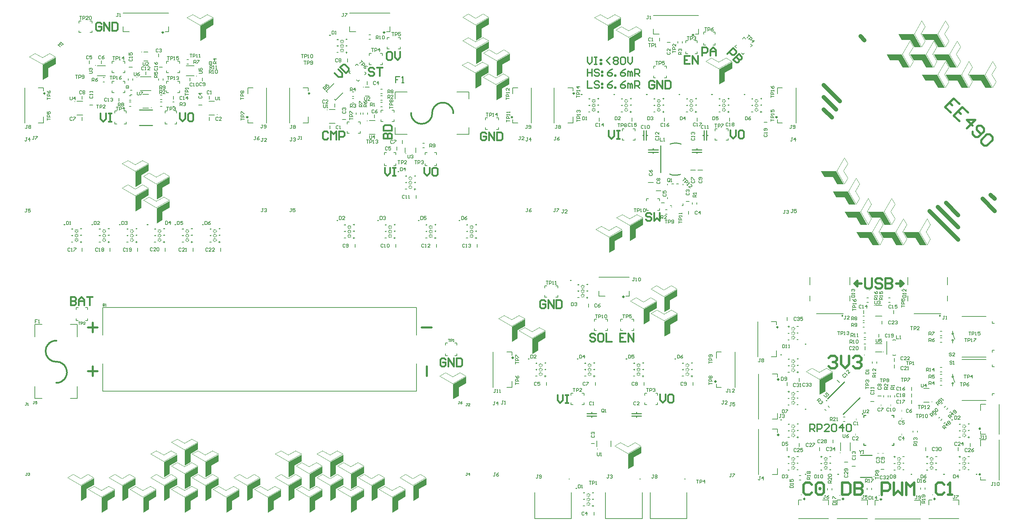
<source format=gto>
%FSLAX25Y25*%
%MOIN*%
%SFA1B1*%

%IPPOS*%
%ADD12C,0.039370*%
%ADD30C,0.019680*%
%ADD31C,0.023620*%
%ADD32C,0.011810*%
%ADD33C,0.015750*%
%ADD35C,0.009840*%
%ADD36C,0.007870*%
%ADD79C,0.013780*%
%ADD116C,0.001970*%
%ADD117C,0.005000*%
%ADD118C,0.006890*%
%ADD119C,0.006300*%
%ADD120C,0.009840*%
%ADD121C,0.007870*%
%ADD122C,0.005910*%
%ADD123C,0.008860*%
%ADD124C,0.010000*%
%ADD125C,0.015750*%
%ADD126C,0.011810*%
%ADD127C,0.004920*%
%LNpanel-1*%
%LPD*%
G36*
X548435Y578223D02*
X541348Y574131D01*
Y565948*
X535836Y562766*
Y577314*
X548435Y584587*
Y578223*
G37*
G36*
X675994Y577829D02*
X668907Y573738D01*
Y565555*
X663395Y562372*
Y576920*
X675994Y584194*
Y577829*
G37*
G36*
X281899D02*
X274813Y573738D01*
Y565555*
X269301Y562372*
Y576920*
X281899Y584194*
Y577829*
G37*
G36*
X988918Y556290D02*
X982553D01*
X978462Y563376*
X970279*
X967097Y568888*
X981644*
X988918Y556290*
G37*
G36*
X966083D02*
X959719D01*
X955627Y563376*
X947445*
X944262Y568888*
X958810*
X966083Y556290*
G37*
G36*
X696466Y566018D02*
X689380Y561927D01*
Y553744*
X683868Y550561*
Y565109*
X696466Y572382*
Y566018*
G37*
G36*
X548435Y555388D02*
X541348Y551297D01*
Y543114*
X535836Y539931*
Y554479*
X548435Y561753*
Y555388*
G37*
G36*
X1000335Y536605D02*
X993971D01*
X989879Y543691*
X981697*
X978514Y549203*
X993062*
X1000335Y536605*
G37*
G36*
X977501D02*
X971136D01*
X967045Y543691*
X958862*
X955680Y549203*
X970227*
X977501Y536605*
G37*
G36*
X954666D02*
X948302D01*
X944210Y543691*
X936027*
X932845Y549203*
X947392*
X954666Y536605*
G37*
G36*
X568513Y543577D02*
X561427Y539486D01*
Y531303*
X555915Y528121*
Y542668*
X568513Y549942*
Y543577*
G37*
G36*
X129537Y540034D02*
X122450Y535942D01*
Y527759*
X116939Y524577*
Y539125*
X129537Y546398*
Y540034*
G37*
G36*
X783474Y535703D02*
X776387Y531612D01*
Y523429*
X770876Y520247*
Y534794*
X783474Y542068*
Y535703*
G37*
G36*
X1034587Y516920D02*
X1028223D01*
X1024131Y524006*
X1015948*
X1012766Y529518*
X1027314*
X1034587Y516920*
G37*
G36*
X1011753D02*
X1005388D01*
X1001297Y524006*
X993114*
X989931Y529518*
X1004479*
X1011753Y516920*
G37*
G36*
X988918D02*
X982553D01*
X978462Y524006*
X970279*
X967097Y529518*
X981644*
X988918Y516920*
G37*
G36*
X548041Y531766D02*
X540954Y527675D01*
Y519492*
X535442Y516309*
Y530857*
X548041Y538131*
Y531766*
G37*
G36*
X568120Y520349D02*
X561033Y516257D01*
Y508074*
X555521Y504892*
Y519440*
X568120Y526713*
Y520349*
G37*
G36*
X891280Y423613D02*
X884916D01*
X880824Y430699*
X872641*
X869459Y436211*
X884007*
X891280Y423613*
G37*
G36*
X219301Y436490D02*
X212214Y432399D01*
Y424216*
X206702Y421034*
Y435581*
X219301Y442855*
Y436490*
G37*
G36*
X239773Y424286D02*
X232687Y420194D01*
Y412011*
X227175Y408829*
Y423377*
X239773Y430650*
Y424286*
G37*
G36*
X902697Y403928D02*
X896333D01*
X892242Y411014*
X884059*
X880876Y416526*
X895424*
X902697Y403928*
G37*
G36*
X219301Y412868D02*
X212214Y408777D01*
Y400594*
X206702Y397412*
Y411959*
X219301Y419233*
Y412868*
G37*
G36*
X239773Y401057D02*
X232687Y396966D01*
Y388783*
X227175Y385601*
Y400148*
X239773Y407422*
Y401057*
G37*
G36*
X936950Y384243D02*
X930585D01*
X926493Y391329*
X918311*
X915128Y396841*
X929676*
X936950Y384243*
G37*
G36*
X914115D02*
X907750D01*
X903659Y391329*
X895476*
X892294Y396841*
X906841*
X914115Y384243*
G37*
G36*
X697254Y384128D02*
X690167Y380037D01*
Y371854*
X684655Y368672*
Y383219*
X697254Y390493*
Y384128*
G37*
G36*
X971202Y364558D02*
X964837D01*
X960746Y371644*
X952563*
X949380Y377156*
X963928*
X971202Y364558*
G37*
G36*
X948367D02*
X942002D01*
X937911Y371644*
X929728*
X926546Y377156*
X941093*
X948367Y364558*
G37*
G36*
X925532D02*
X919168D01*
X915076Y371644*
X906893*
X903711Y377156*
X918258*
X925532Y364558*
G37*
G36*
X677175Y372711D02*
X670088Y368619D01*
Y360437*
X664576Y357254*
Y371802*
X677175Y379075*
Y372711*
G37*
G36*
X730462Y315270D02*
X723376Y311178D01*
Y302996*
X717864Y299813*
Y314361*
X730462Y321635*
Y315270*
G37*
G36*
X710580Y303557D02*
X703494Y299466D01*
Y291283*
X697982Y288101*
Y302648*
X710580Y309922*
Y303557*
G37*
G36*
X730659Y291648D02*
X723572Y287557D01*
Y279374*
X718061Y276191*
Y290739*
X730659Y298012*
Y291648*
G37*
G36*
X583218Y286431D02*
X576131Y282340D01*
Y274157*
X570620Y270975*
Y285522*
X583218Y292796*
Y286431*
G37*
G36*
X602903Y274817D02*
X595817Y270726D01*
Y262543*
X590305Y259361*
Y273908*
X602903Y281182*
Y274817*
G37*
G36*
X880718Y235309D02*
X873631Y231218D01*
Y223035*
X868120Y219853*
Y234400*
X880718Y241674*
Y235309*
G37*
G36*
X526387Y230979D02*
X519301Y226887D01*
Y218704*
X513789Y215522*
Y230069*
X526387Y237343*
Y230979*
G37*
G36*
X266939Y166805D02*
X259852Y162714D01*
Y154531*
X254340Y151349*
Y165896*
X266939Y173170*
Y166805*
G37*
G36*
X695521Y163302D02*
X688435Y159210D01*
Y151027*
X682923Y147845*
Y162392*
X695521Y169666*
Y163302*
G37*
G36*
X407490Y155388D02*
X400403Y151297D01*
Y143114*
X394891Y139931*
Y154479*
X407490Y161753*
Y155388*
G37*
G36*
X367332D02*
X360246Y151297D01*
Y143114*
X354734Y139931*
Y154479*
X367332Y161753*
Y155388*
G37*
G36*
X287017D02*
X279931Y151297D01*
Y143114*
X274419Y139931*
Y154479*
X287017Y161753*
Y155388*
G37*
G36*
X246860D02*
X239773Y151297D01*
Y143114*
X234261Y139931*
Y154479*
X246860Y161753*
Y155388*
G37*
G36*
X427568Y143971D02*
X420482Y139879D01*
Y131696*
X414970Y128514*
Y143062*
X427568Y150335*
Y143971*
G37*
G36*
X387411D02*
X380324Y139879D01*
Y131696*
X374813Y128514*
Y143062*
X387411Y150335*
Y143971*
G37*
G36*
X266939D02*
X259852Y139879D01*
Y131696*
X254340Y128514*
Y143062*
X266939Y150335*
Y143971*
G37*
G36*
X487805Y132554D02*
X480718Y128462D01*
Y120279*
X475206Y117097*
Y131644*
X487805Y138918*
Y132554*
G37*
G36*
X447647D02*
X440561Y128462D01*
Y120279*
X435049Y117097*
Y131644*
X447647Y138918*
Y132554*
G37*
G36*
X407490D02*
X400403Y128462D01*
Y120279*
X394891Y117097*
Y131644*
X407490Y138918*
Y132554*
G37*
G36*
X367332D02*
X360246Y128462D01*
Y120279*
X354734Y117097*
Y131644*
X367332Y138918*
Y132554*
G37*
G36*
X327175D02*
X320088Y128462D01*
Y120279*
X314576Y117097*
Y131644*
X327175Y138918*
Y132554*
G37*
G36*
X287017D02*
X279931Y128462D01*
Y120279*
X274419Y117097*
Y131644*
X287017Y138918*
Y132554*
G37*
G36*
X246860D02*
X239773Y128462D01*
Y120279*
X234261Y117097*
Y131644*
X246860Y138918*
Y132554*
G37*
G36*
X206702D02*
X199616Y128462D01*
Y120279*
X194104Y117097*
Y131644*
X206702Y138918*
Y132554*
G37*
G36*
X166545D02*
X159458Y128462D01*
Y120279*
X153946Y117097*
Y131644*
X166545Y138918*
Y132554*
G37*
G36*
X467726Y121136D02*
X460639Y117045D01*
Y108862*
X455128Y105680*
Y120227*
X467726Y127501*
Y121136*
G37*
G36*
X427568D02*
X420482Y117045D01*
Y108862*
X414970Y105680*
Y120227*
X427568Y127501*
Y121136*
G37*
G36*
X387411D02*
X380324Y117045D01*
Y108862*
X374813Y105680*
Y120227*
X387411Y127501*
Y121136*
G37*
G36*
X347253D02*
X340167Y117045D01*
Y108862*
X334655Y105680*
Y120227*
X347253Y127501*
Y121136*
G37*
G36*
X307096D02*
X300009Y117045D01*
Y108862*
X294498Y105680*
Y120227*
X307096Y127501*
Y121136*
G37*
G36*
X266939D02*
X259852Y117045D01*
Y108862*
X254340Y105680*
Y120227*
X266939Y127501*
Y121136*
G37*
G36*
X226781D02*
X219694Y117045D01*
Y108862*
X214183Y105680*
Y120227*
X226781Y127501*
Y121136*
G37*
G36*
X186624D02*
X179537Y117045D01*
Y108862*
X174025Y105680*
Y120227*
X186624Y127501*
Y121136*
G37*
G54D12*
X1033465Y413386D02*
X1037402Y409449D01*
X1025591D02*
X1037402Y397638D01*
X990158Y405512D02*
X1001969Y393701D01*
X982283Y401575D02*
X1001968Y381890D01*
X974409Y397638D02*
X1001968Y370079D01*
X872047Y496063D02*
X879921Y488189D01*
X872047Y507874D02*
X883858Y496063D01*
X872047Y519685D02*
X887795Y503937D01*
X907480Y566929D02*
X911417Y562992D01*
G54D30*
X1003313Y501208D02*
X997747Y506774D01*
X989398Y498425*
X994964Y492859*
X993573Y502600D02*
X996356Y499817D01*
X1011662Y492859D02*
X1006096Y498425D01*
X997747Y490076*
X1003313Y484510*
X1001921Y494251D02*
X1004704Y491468D01*
X1010271Y477553D02*
X1018619Y485902D01*
X1010271*
X1015836Y480336*
Y474770D02*
Y471987D01*
X1018619Y469204*
X1021402*
X1026968Y474770*
Y477553*
X1024185Y480336*
X1021402*
X1020011Y478944*
Y476161*
X1024185Y471987*
X1029751D02*
X1032534D01*
X1035317Y469204*
Y466421*
X1029751Y460855*
X1026968*
X1024185Y463638*
Y466421*
X1029751Y471987*
X488189Y237795D02*
Y247244D01*
X483465Y285039D02*
X492913D01*
X165354Y280315D02*
Y289764D01*
X160630Y285039D02*
X170079D01*
X165354Y237795D02*
Y247244D01*
X160630Y242520D02*
X170079D01*
X912078Y332479D02*
Y324279D01*
X913718Y322639*
X916997*
X918637Y324279*
Y332479*
X928477Y330839D02*
X926837Y332479D01*
X923557*
X921917Y330839*
Y329199*
X923557Y327559*
X926837*
X928477Y325919*
Y324279*
X926837Y322639*
X923557*
X921917Y324279*
X931756Y332479D02*
Y322639D01*
X936676*
X938316Y324279*
Y325919*
X936676Y327559*
X931756*
X936676*
X938316Y329199*
Y330839*
X936676Y332479*
X931756*
G54D31*
X901575Y327559D02*
X908268D01*
X901575D02*
X904331Y330315D01*
Y327559D02*
Y330315D01*
Y324803D02*
Y327559D01*
X901575D02*
X904331Y324803D01*
X946063D02*
X948819Y327559D01*
X946063Y324803D02*
Y327559D01*
Y330315*
X948819Y327559*
X942126D02*
X948819D01*
X927961Y123033D02*
Y134841D01*
X933865*
X935833Y132873*
Y128937*
X933865Y126969*
X927961*
X939768Y134841D02*
Y123033D01*
X943704Y126969*
X947640Y123033*
Y134841*
X951575Y123033D02*
Y134841D01*
X955511Y130905*
X959447Y134841*
Y123033*
X889770Y135037D02*
Y123230D01*
X895674*
X897642Y125198*
Y133070*
X895674Y135037*
X889770*
X901577D02*
Y123230D01*
X907481*
X909449Y125198*
Y127166*
X907481Y129134*
X901577*
X907481*
X909449Y131102*
Y133070*
X907481Y135037*
X901577*
X988192Y133070D02*
X986224Y135037D01*
X982289*
X980321Y133070*
Y125198*
X982289Y123230*
X986224*
X988192Y125198*
X992128Y123230D02*
X996064D01*
X994096*
Y135037*
X992128Y133070*
X860240D02*
X858272Y135037D01*
X854336*
X852369Y133070*
Y125198*
X854336Y123230*
X858272*
X860240Y125198*
X864176Y133070D02*
X866144Y135037D01*
X870079*
X872047Y133070*
Y125198*
X870079Y123230*
X866144*
X864176Y125198*
Y133070*
X876782Y255510D02*
X878750Y257478D01*
X882685*
X884653Y255510*
Y253543*
X882685Y251575*
X880718*
X882685*
X884653Y249607*
Y247639*
X882685Y245671*
X878750*
X876782Y247639*
X888589Y257478D02*
Y249607D01*
X892525Y245671*
X896461Y249607*
Y257478*
X900396Y255510D02*
X902364Y257478D01*
X906300*
X908268Y255510*
Y253543*
X906300Y251575*
X904332*
X906300*
X908268Y249607*
Y247639*
X906300Y245671*
X902364*
X900396Y247639*
G54D32*
X119095Y511516D02*
X118504Y512106D01*
X117913Y511516*
X118504Y510925*
X119095Y511516*
X315158Y488484D02*
X314567Y489075D01*
X313976Y488484*
X314567Y487894*
X315158Y488484*
X233563Y570472D02*
X232972Y571063D01*
X232382Y570472*
X232972Y569882*
X233563Y570472*
X375000Y511516D02*
X374409Y512106D01*
X373819Y511516*
X374409Y510925*
X375000Y511516*
X447638Y570472D02*
X447047Y571063D01*
X446457Y570472*
X447047Y569882*
X447638Y570472*
X571063Y488484D02*
X570472Y489075D01*
X569882Y488484*
X570472Y487894*
X571063Y488484*
X827756Y285138D02*
X827165Y285728D01*
X826575Y285138*
X827165Y284547*
X827756Y285138*
X828543Y234547D02*
X827953Y235138D01*
X827362Y234547*
X827953Y233957*
X828543Y234547*
Y181004D02*
X827953Y181595D01*
X827362Y181004*
X827953Y180413*
X828543Y181004*
X891142Y118898D02*
X890551Y119488D01*
X889961Y118898*
X890551Y118307*
X891142Y118898*
X927854Y118504D02*
X927264Y119095D01*
X926673Y118504*
X927264Y117913*
X927854Y118504*
X979724Y118898D02*
X979134Y119488D01*
X978543Y118898*
X979134Y118307*
X979724Y118898*
X1023425Y142717D02*
X1022835Y143307D01*
X1022244Y142717*
X1022835Y142126*
X1023425Y142717*
Y187008D02*
X1022835Y187598D01*
X1022244Y187008*
X1022835Y186417*
X1023425Y187008*
X853740Y118898D02*
X853150Y119488D01*
X852559Y118898*
X853150Y118307*
X853740Y118898*
X630905Y511516D02*
X630315Y512106D01*
X629724Y511516*
X630315Y510925*
X630905Y511516*
X826968Y488484D02*
X826378Y489075D01*
X825787Y488484*
X826378Y487894*
X826968Y488484*
X746161Y568110D02*
X745571Y568701D01*
X744980Y568110*
X745571Y567520*
X746161Y568110*
X767953Y232618D02*
X767362Y233209D01*
X766772Y232618*
X767362Y232028*
X767953Y232618*
X571890Y255650D02*
X571299Y256240D01*
X570709Y255650*
X571299Y255059*
X571890Y255650*
X678976Y314606D02*
X678386Y315197D01*
X677795Y314606*
X678386Y314016*
X678976Y314606*
G54D33*
X129921Y231496D02*
X130925Y231545D01*
X131918Y231693*
X132893Y231937*
X133838Y232275*
X134747Y232705*
X135608Y233221*
X136415Y233820*
X137159Y234494*
X137834Y235239*
X138432Y236045*
X138949Y236907*
X139378Y237815*
X139717Y238761*
X139961Y239735*
X140108Y240729*
X140157Y241732*
X140108Y242736*
X139961Y243729*
X139717Y244704*
X139378Y245650*
X138949Y246558*
X138432Y247419*
X137834Y248226*
X137159Y248970*
X136415Y249645*
X135608Y250243*
X134747Y250760*
X133838Y251189*
X132893Y251528*
X131918Y251772*
X130925Y251919*
X129921Y251969*
Y272441D02*
X128918Y272392D01*
X127924Y272244*
X126950Y272000*
X126004Y271662*
X125096Y271232*
X124234Y270716*
X123427Y270117*
X122683Y269443*
X122009Y268699*
X121410Y267892*
X120894Y267030*
X120464Y266122*
X120126Y265176*
X119882Y264202*
X119734Y263208*
X119685Y262205*
X119734Y261201*
X119882Y260208*
X120126Y259233*
X120464Y258288*
X120894Y257379*
X121410Y256518*
X122009Y255711*
X122683Y254967*
X123427Y254292*
X124234Y253694*
X125096Y253177*
X126004Y252748*
X126950Y252409*
X127924Y252165*
X128918Y252018*
X129921Y251969*
X143835Y314566D02*
Y306694D01*
X147771*
X149083Y308006*
Y309318*
X147771Y310630*
X143835*
X147771*
X149083Y311942*
Y313254*
X147771Y314566*
X143835*
X151707Y306694D02*
Y311942D01*
X154331Y314566*
X156955Y311942*
Y306694*
Y310630*
X151707*
X159578Y314566D02*
X164826D01*
X162202*
Y306694*
X506420Y253949D02*
X505108Y255261D01*
X502484*
X501172Y253949*
Y248701*
X502484Y247389*
X505108*
X506420Y248701*
Y251325*
X503796*
X509044Y247389D02*
Y255261D01*
X514291Y247389*
Y255261*
X516915D02*
Y247389D01*
X520851*
X522163Y248701*
Y253949*
X520851Y255261*
X516915*
X173493Y579002D02*
X172181Y580314D01*
X169557*
X168245Y579002*
Y573754*
X169557Y572442*
X172181*
X173493Y573754*
Y576378*
X170869*
X176116Y572442D02*
Y580314D01*
X181364Y572442*
Y580314*
X183988D02*
Y572442D01*
X187924*
X189235Y573754*
Y579002*
X187924Y580314*
X183988*
X249346Y492518D02*
Y487271D01*
X251970Y484647*
X254594Y487271*
Y492518*
X261153D02*
X258529D01*
X257217Y491207*
Y485959*
X258529Y484647*
X261153*
X262465Y485959*
Y491207*
X261153Y492518*
X172705Y492125D02*
Y486877D01*
X175329Y484253*
X177953Y486877*
Y492125*
X180577D02*
X183200D01*
X181888*
Y484253*
X180577*
X183200*
X513779Y492520D02*
X513730Y493523D01*
X513583Y494517*
X513339Y495491*
X513000Y496437*
X512571Y497345*
X512054Y498207*
X511456Y499014*
X510781Y499758*
X510037Y500432*
X509230Y501031*
X508369Y501547*
X507460Y501977*
X506515Y502315*
X505540Y502559*
X504547Y502707*
X503543Y502756*
X502540Y502707*
X501546Y502559*
X500572Y502315*
X499626Y501977*
X498718Y501547*
X497856Y501031*
X497050Y500432*
X496305Y499758*
X495631Y499014*
X495032Y498207*
X494516Y497345*
X494086Y496437*
X493748Y495491*
X493504Y494517*
X493356Y493523*
X493307Y492520*
X472835D02*
X472884Y491516D01*
X473031Y490523*
X473275Y489548*
X473614Y488602*
X474043Y487694*
X474560Y486833*
X475158Y486026*
X475833Y485282*
X476577Y484607*
X477384Y484009*
X478245Y483492*
X479154Y483063*
X480099Y482724*
X481074Y482480*
X482067Y482333*
X483071Y482283*
X484074Y482333*
X485068Y482480*
X486042Y482724*
X486988Y483063*
X487896Y483492*
X488758Y484009*
X489565Y484607*
X490309Y485282*
X490984Y486026*
X491582Y486833*
X492098Y487694*
X492528Y488602*
X492866Y489548*
X493110Y490523*
X493258Y491516*
X493307Y492520*
X545540Y472703D02*
X544228Y474015D01*
X541604*
X540292Y472703*
Y467455*
X541604Y466143*
X544228*
X545540Y467455*
Y470079*
X542916*
X548164Y466143D02*
Y474015D01*
X553411Y466143*
Y474015*
X556035D02*
Y466143D01*
X559971*
X561283Y467455*
Y472703*
X559971Y474015*
X556035*
X392784Y473490D02*
X391472Y474802D01*
X388848*
X387536Y473490*
Y468242*
X388848Y466930*
X391472*
X392784Y468242*
X395408Y466930D02*
Y474802D01*
X398031Y472178*
X400655Y474802*
Y466930*
X403279D02*
Y474802D01*
X407215*
X408527Y473490*
Y470866*
X407215Y469554*
X403279*
X446458Y467850D02*
X454329D01*
Y471786*
X453018Y473098*
X451706*
X450394Y471786*
Y467850*
Y471786*
X449082Y473098*
X447770*
X446458Y471786*
Y467850*
Y475721D02*
X454329D01*
Y479657*
X453018Y480969*
X447770*
X446458Y479657*
Y475721*
X485566Y439762D02*
Y434515D01*
X488190Y431891*
X490814Y434515*
Y439762*
X497374D02*
X494750D01*
X493438Y438451*
Y433203*
X494750Y431891*
X497374*
X498686Y433203*
Y438451*
X497374Y439762*
X447508D02*
Y434515D01*
X450132Y431891*
X452756Y434515*
Y439762*
X455380D02*
X458004D01*
X456692*
Y431891*
X455380*
X458004*
X398878Y531216D02*
X402589Y527505D01*
X406299*
Y531215*
X402589Y534926*
X404444Y536782D02*
X410010Y531216D01*
X412793Y533998*
Y535854*
X409082Y539565*
X407227*
X404444Y536782*
X437271Y535301D02*
X435959Y536613D01*
X433335*
X432023Y535301*
Y533989*
X433335Y532677*
X435959*
X437271Y531365*
Y530053*
X435959Y528741*
X433335*
X432023Y530053*
X439895Y536613D02*
X445142D01*
X442518*
Y528741*
X453282Y551967D02*
X450658D01*
X449346Y550655*
Y545408*
X450658Y544096*
X453282*
X454594Y545408*
Y550655*
X453282Y551967*
X457217D02*
Y546720D01*
X459841Y544096*
X462465Y546720*
Y551967*
X868898Y129134D02*
X868353Y129883D01*
X867473Y129597*
Y128671*
X868353Y128385*
X868898Y129134*
X754464Y548426D02*
Y556298D01*
X758400*
X759712Y554986*
Y552362*
X758400Y551050*
X754464*
X762335Y548426D02*
Y553674D01*
X764959Y556298*
X767583Y553674*
Y548426*
Y552362*
X762335*
X781629Y475983D02*
Y470735D01*
X784253Y468112*
X786877Y470735*
Y475983*
X793437D02*
X790813D01*
X789501Y474671*
Y469423*
X790813Y468112*
X793437*
X794748Y469423*
Y474671*
X793437Y475983*
X664044Y475589D02*
Y470342D01*
X666668Y467718*
X669291Y470342*
Y475589*
X671915D02*
X674539D01*
X673227*
Y467718*
X671915*
X674539*
X708138Y522703D02*
X706826Y524015D01*
X704202*
X702890Y522703*
Y517455*
X704202Y516143*
X706826*
X708138Y517455*
Y520079*
X705514*
X710762Y516143D02*
Y524015D01*
X716010Y516143*
Y524015*
X718634D02*
Y516143D01*
X722569*
X723881Y517455*
Y522703*
X722569Y524015*
X718634*
X705381Y394750D02*
X704069Y396062D01*
X701445*
X700133Y394750*
Y393438*
X701445Y392126*
X704069*
X705381Y390814*
Y389502*
X704069Y388190*
X701445*
X700133Y389502*
X708005Y396062D02*
Y388190D01*
X710629Y390814*
X713252Y388190*
Y396062*
X778799Y549887D02*
X784365Y555453D01*
X787148Y552670*
Y550814*
X785293Y548959*
X783437*
X780654Y551742*
X789931Y549887D02*
X784365Y544321D01*
X787148Y541538*
X789003*
X789931Y542465*
Y544321*
X787148Y547104*
X789931Y544321*
X791786*
X792714Y545249*
Y547104*
X789931Y549887*
X742389Y548030D02*
X737141D01*
Y540159*
X742389*
X737141Y544095D02*
X739765D01*
X745013Y540159D02*
Y548030D01*
X750260Y540159*
Y548030*
X602961Y310143D02*
X601649Y311455D01*
X599025*
X597713Y310143*
Y304896*
X599025Y303584*
X601649*
X602961Y304896*
Y307520*
X600337*
X605585Y303584D02*
Y311455D01*
X610833Y303584*
Y311455*
X613456D02*
Y303584D01*
X617392*
X618704Y304896*
Y310143*
X617392Y311455*
X613456*
X713558Y220117D02*
Y214869D01*
X716182Y212245*
X718806Y214869*
Y220117*
X725366D02*
X722742D01*
X721430Y218805*
Y213557*
X722742Y212245*
X725366*
X726678Y213557*
Y218805*
X725366Y220117*
X614477Y219723D02*
Y214475D01*
X617101Y211852*
X619724Y214475*
Y219723*
X622348D02*
X624972D01*
X623660*
Y211852*
X622348*
X624972*
X651091Y277860D02*
X649779Y279172D01*
X647155*
X645843Y277860*
Y276548*
X647155Y275236*
X649779*
X651091Y273924*
Y272612*
X649779Y271301*
X647155*
X645843Y272612*
X657651Y279172D02*
X655027D01*
X653715Y277860*
Y272612*
X655027Y271301*
X657651*
X658962Y272612*
Y277860*
X657651Y279172*
X661586D02*
Y271301D01*
X666834*
X680224Y279172D02*
X674976D01*
Y271301*
X680224*
X674976Y275236D02*
X677600D01*
X682847Y271301D02*
Y279172D01*
X688095Y271301*
Y279172*
G54D35*
X272047Y384646D02*
X271260D01*
X272047*
X245276D02*
X244488D01*
X245276*
X218504D02*
X217717D01*
X218504*
X191732D02*
X190945D01*
X191732*
X164961D02*
X164173D01*
X164961*
X138189D02*
X137402D01*
X138189*
X520079Y388583D02*
X519291D01*
X520079*
X401968D02*
X401181D01*
X401968*
X441339D02*
X440551D01*
X441339*
X461024Y435827D02*
X460236D01*
X461024*
X480709Y388583D02*
X479921D01*
X480709*
X394858Y568086D02*
X394071D01*
X394858*
X854724Y205906D02*
X853937D01*
X854724*
X831102Y258661D02*
X830315D01*
X831102*
X854724Y268898D02*
X853937D01*
X854724*
X996457Y195669D02*
X995669D01*
X996457*
X1020079Y142913D02*
X1019291D01*
X1020079*
X957087D02*
X956299D01*
X957087*
X988583D02*
X987795D01*
X988583*
X886220D02*
X885433D01*
X886220*
X831102Y195669D02*
X830315D01*
X831102*
X854724Y142913D02*
X853937D01*
X854724*
X890256Y296457D02*
X889518Y296883D01*
Y296030*
X890256Y296457*
X984744D02*
X984006Y296883D01*
Y296030*
X984744Y296457*
X875029Y214308D02*
X874242D01*
X875029*
X937795Y200000D02*
X939764D01*
Y198110D02*
Y200000D01*
Y170866D02*
Y172835D01*
X937874Y170866D02*
X939764D01*
X910630D02*
X912598D01*
X910630D02*
Y172756D01*
Y198031D02*
Y200000D01*
X912520*
X907465Y161343D02*
X918488D01*
X907465Y140083D02*
X918488D01*
X890782Y200946D02*
X906928Y217092D01*
X875749Y215979D02*
X891895Y232125D01*
X733858Y462598D02*
X732935Y462898D01*
X731995Y463142*
X731043Y463330*
X730081Y463461*
X729113Y463534*
X728143Y463549*
X727173Y463507*
X726207Y463406*
X725250Y463248*
X724303Y463034*
X723371Y462763*
X722835Y433465D02*
X723758Y433165D01*
X724697Y432921*
X725650Y432733*
X726612Y432602*
X727580Y432529*
X728550Y432514*
X729520Y432556*
X730485Y432657*
X731443Y432815*
X732390Y433029*
X733322Y433300*
X638189Y510630D02*
X637402D01*
X638189*
X669685D02*
X668898D01*
X669685*
X701181D02*
X700394D01*
X701181*
X732677D02*
X731890D01*
X732677*
X764173D02*
X763386D01*
X764173*
X795669D02*
X794882D01*
X795669*
X714173Y435039D02*
Y461024D01*
X633110Y129173D02*
X632323D01*
X633110*
X587047Y254764D02*
X586260D01*
X587047*
X634291D02*
X633504D01*
X634291*
X681535D02*
X680748D01*
X681535*
X728780D02*
X727992D01*
X728780*
X627598Y330748D02*
X626811D01*
X627598*
G54D36*
X143701Y216142D02*
X150394D01*
Y227953*
X143701Y287795D02*
X150394D01*
Y275984D02*
Y287795D01*
X109449Y216142D02*
X116142D01*
X109449D02*
Y227953D01*
Y287795D02*
X116142D01*
X109449Y275984D02*
Y287795D01*
X197638Y516535D02*
X200000D01*
X197638Y518898D02*
X200000D01*
Y516535D02*
Y518898D01*
X197638Y516535D02*
Y518898D01*
X277953Y539764D02*
X280315D01*
X277953Y542126D02*
X280315D01*
Y539764D02*
Y542126D01*
X277953Y539764D02*
Y542126D01*
X214567Y542913D02*
X218504D01*
X214567Y551575D02*
X218504D01*
X169685Y538189D02*
X177559D01*
X169685Y528740D02*
X177559D01*
X255512D02*
X263386D01*
X255512Y538189D02*
X263386D01*
X112795Y482972D02*
X117717D01*
Y488878*
X99606Y482972D02*
Y517028D01*
X112795D02*
X117717D01*
Y513878D02*
Y517028D01*
X315354D02*
X320276D01*
X315354Y511122D02*
Y517028D01*
X333465Y482972D02*
Y517028D01*
X315354Y482972D02*
X320276D01*
X315354D02*
Y486122D01*
X235335Y571260D02*
X238484D01*
Y576181*
X194587Y589370D02*
X238484D01*
X194587Y571260D02*
X200492D01*
X194587D02*
Y576181D01*
X213779Y497244D02*
X219291D01*
X213779Y510630D02*
X219291D01*
X211417Y514173D02*
X221654D01*
X211417Y527559D02*
X221654D01*
X277559Y490551D02*
X283071D01*
X277559Y503937D02*
X283071D01*
X150000D02*
X155512D01*
X150000Y490551D02*
X155512D01*
X517323Y512992D02*
X529134D01*
Y506299D02*
Y512992D01*
X457480D02*
X469291D01*
X457480Y506299D02*
Y512992D01*
X517323Y472047D02*
X529134D01*
Y478740*
X457480Y472047D02*
X469291D01*
X457480D02*
Y478740D01*
X391044Y513732D02*
X392157Y512618D01*
X391044Y513732D02*
X398560Y521248D01*
X398839Y505937D02*
X399952Y504823D01*
X407469Y512340*
X368701Y482972D02*
X373622D01*
Y488878*
X355512Y482972D02*
Y517028D01*
X368701D02*
X373622D01*
Y513878D02*
Y517028D01*
X452559Y571260D02*
Y576181D01*
X449409Y571260D02*
X452559D01*
X413583Y589370D02*
X452559D01*
X413583Y571260D02*
Y576181D01*
Y571260D02*
X419488D01*
X571260Y517028D02*
X576181D01*
X571260Y511122D02*
Y517028D01*
X589370Y482972D02*
Y517028D01*
X571260Y482972D02*
X576181D01*
X571260D02*
Y486122D01*
X477559Y454331D02*
Y459055D01*
X467323Y454331D02*
Y459055D01*
X428739Y517716D02*
X432676D01*
X428739Y509054D02*
X432676D01*
X432677Y472047D02*
X438189D01*
X432677Y485433D02*
X438189D01*
X394092Y482677D02*
X399604D01*
X394092Y496062D02*
X399604D01*
X997480Y278976D02*
X996936Y279725D01*
X996056Y279439*
Y278514*
X996936Y278227*
X997480Y278976*
Y272677D02*
X996936Y273426D01*
X996056Y273140*
Y272214*
X996936Y271928*
X997480Y272677*
Y237244D02*
X996936Y237993D01*
X996056Y237707*
Y236781*
X996936Y236495*
X997480Y237244*
Y230945D02*
X996936Y231694D01*
X996056Y231408*
Y230482*
X996936Y230196*
X997480Y230945*
X826378Y287500D02*
Y290650D01*
X821457D02*
X826378D01*
X808268Y256594D02*
Y290650D01*
X826378Y256594D02*
Y262500D01*
X821457Y256594D02*
X826378D01*
X822244Y196161D02*
X827165D01*
Y202067*
X809055Y196161D02*
Y240059D01*
X822244D02*
X827165D01*
Y236909D02*
Y240059D01*
X822244Y142618D02*
X827165D01*
Y148524*
X809055Y142618D02*
Y186516D01*
X822244D02*
X827165D01*
Y183366D02*
Y186516D01*
X908268Y118110D02*
X914173D01*
Y113189D02*
Y118110D01*
X885039Y100000D02*
X914173D01*
X885039Y118110D02*
X888189D01*
X885039Y113189D02*
Y118110D01*
X965650Y112795D02*
Y117717D01*
X959744D02*
X965650D01*
X921752Y99606D02*
X965650D01*
X921752Y112795D02*
Y117717D01*
X924902*
X996850Y118110D02*
X1002756D01*
Y113189D02*
Y118110D01*
X973622Y100000D02*
X1002756D01*
X973622Y118110D02*
X976772D01*
X973622Y113189D02*
Y118110D01*
X1023622Y137205D02*
X1028543D01*
X1023622D02*
Y140354D01*
X1041732Y137205D02*
Y176181D01*
X1023622D02*
X1028543D01*
X1023622Y170276D02*
Y176181D01*
Y204724D02*
Y210630D01*
X1028543*
X1041732Y181496D02*
Y210630D01*
X1023622Y181496D02*
Y184646D01*
Y181496D02*
X1028543D01*
X870866Y118110D02*
X876772D01*
Y113189D02*
Y118110D01*
X847638Y100000D02*
X876772D01*
X847638Y118110D02*
X850787D01*
X847638Y113189D02*
Y118110D01*
X897638Y165748D02*
Y173622D01*
X888189Y165748D02*
Y173622D01*
X1005748Y256142D02*
X1028976D01*
X1005748Y295512D02*
X1028976D01*
X1034882Y288819D02*
X1036850D01*
X1034882D02*
Y290787D01*
Y262835D02*
X1036850D01*
X1034882Y260866D02*
Y262835D01*
X996693Y279764D02*
Y281732D01*
Y269921D02*
Y271890D01*
X997087Y278189D02*
X998791Y273757D01*
X1005748Y214409D02*
X1028976D01*
X1005748Y253780D02*
X1028976D01*
X1034882Y247087D02*
X1036850D01*
X1034882D02*
Y249055D01*
Y221102D02*
X1036850D01*
X1034882Y219134D02*
Y221102D01*
X996693Y238032D02*
Y240000D01*
Y228189D02*
Y230157D01*
X997087Y236457D02*
X998791Y232025D01*
X897244Y326378D02*
Y333465D01*
Y310630D02*
Y315748D01*
X858661Y326378D02*
Y333465D01*
X864980Y298287D02*
X890925D01*
X858661Y310630D02*
Y315748D01*
X953150Y310630D02*
Y315748D01*
X959468Y298287D02*
X985413D01*
X953150Y326378D02*
Y333465D01*
X991732Y310630D02*
Y315748D01*
Y326378D02*
Y333465D01*
X968504Y225984D02*
X974016D01*
X968504Y212598D02*
X974016D01*
X922047Y261417D02*
X928347D01*
X922047Y269291D02*
X928347D01*
X922047Y306299D02*
X928347D01*
X922047Y296063D02*
X928347D01*
X624606Y482972D02*
X629528D01*
Y488878*
X611417Y482972D02*
Y517028D01*
X624606D02*
X629528D01*
Y513878D02*
Y517028D01*
X827165D02*
X832087D01*
X827165Y511122D02*
Y517028D01*
X845276Y482972D02*
Y517028D01*
X827165Y482972D02*
X832087D01*
X827165D02*
Y486122D01*
X747933Y568898D02*
X751083D01*
Y573819*
X707185Y587008D02*
X751083D01*
X707185Y568898D02*
X713091D01*
X707185D02*
Y573819D01*
X626417Y138228D02*
X625630D01*
X626417*
X694921D02*
X694134D01*
X694921*
X738228D02*
X737441D01*
X738228*
X768150Y261161D02*
X773071D01*
X768150Y255256D02*
Y261161D01*
X786260Y227106D02*
Y261161D01*
X768150Y227106D02*
X773071D01*
X768150D02*
Y230256D01*
X592559Y100039D02*
X627992D01*
X592559D02*
Y125236D01*
X627992Y100039D02*
Y125236D01*
X661063Y100039D02*
X696496D01*
X661063D02*
Y125236D01*
X696496Y100039D02*
Y125236D01*
X704370Y100039D02*
X739803D01*
X704370D02*
Y125236D01*
X739803Y100039D02*
Y125236D01*
X666181Y169724D02*
Y175236D01*
X652795Y169724D02*
Y175236D01*
X565590Y227106D02*
X570512D01*
Y233012*
X552402Y227106D02*
Y261161D01*
X565590D02*
X570512D01*
Y258012D02*
Y261161D01*
X683898Y315394D02*
Y320315D01*
X680748Y315394D02*
X683898D01*
X654764Y333504D02*
X683898D01*
X654764Y315394D02*
Y320315D01*
Y315394D02*
X660669D01*
G54D79*
X858478Y184253D02*
Y191337D01*
X862020*
X863200Y190157*
Y187795*
X862020Y186615*
X858478*
X860839D02*
X863200Y184253D01*
X865562D02*
Y191337D01*
X869104*
X870285Y190157*
Y187795*
X869104Y186615*
X865562*
X877369Y184253D02*
X872646D01*
X877369Y188976*
Y190157*
X876188Y191337*
X873827*
X872646Y190157*
X879731D02*
X880911Y191337D01*
X883273*
X884453Y190157*
Y185434*
X883273Y184253*
X880911*
X879731Y185434*
Y190157*
X890357Y184253D02*
Y191337D01*
X886815Y187795*
X891538*
X893899Y190157D02*
X895080Y191337D01*
X897441*
X898622Y190157*
Y185434*
X897441Y184253*
X895080*
X893899Y185434*
Y190157*
X643504Y546654D02*
Y542062D01*
X645800Y539766*
X648096Y542062*
Y546654*
X650391D02*
X652687D01*
X651539*
Y539766*
X650391*
X652687*
X656131Y544358D02*
X657279D01*
Y543210*
X656131*
Y544358*
Y540914D02*
X657279D01*
Y539766*
X656131*
Y540914*
X665314Y539766D02*
X661871Y543210D01*
X665314Y546654*
X668758Y545506D02*
X669906Y546654D01*
X672202*
X673350Y545506*
Y544358*
X672202Y543210*
X673350Y542062*
Y540914*
X672202Y539766*
X669906*
X668758Y540914*
Y542062*
X669906Y543210*
X668758Y544358*
Y545506*
X669906Y543210D02*
X672202D01*
X675646Y545506D02*
X676794Y546654D01*
X679089*
X680237Y545506*
Y540914*
X679089Y539766*
X676794*
X675646Y540914*
Y545506*
X682533Y546654D02*
Y542062D01*
X684829Y539766*
X687125Y542062*
Y546654*
X643504Y535081D02*
Y528194D01*
Y531638*
X648096*
Y535081*
Y528194*
X654983Y533933D02*
X653835Y535081D01*
X651539*
X650391Y533933*
Y532786*
X651539Y531638*
X653835*
X654983Y530490*
Y529342*
X653835Y528194*
X651539*
X650391Y529342*
X657279Y532786D02*
X658427D01*
Y531638*
X657279*
Y532786*
Y529342D02*
X658427D01*
Y528194*
X657279*
Y529342*
X667610Y535081D02*
X665314Y533933D01*
X663019Y531638*
Y529342*
X664166Y528194*
X666462*
X667610Y529342*
Y530490*
X666462Y531638*
X663019*
X669906Y528194D02*
Y529342D01*
X671054*
Y528194*
X669906*
X680237Y535081D02*
X677942Y533933D01*
X675646Y531638*
Y529342*
X676794Y528194*
X679089*
X680237Y529342*
Y530490*
X679089Y531638*
X675646*
X682533Y528194D02*
Y532786D01*
X683681*
X684829Y531638*
Y528194*
Y531638*
X685977Y532786*
X687125Y531638*
Y528194*
X689421D02*
Y535081D01*
X692865*
X694012Y533933*
Y531638*
X692865Y530490*
X689421*
X691717D02*
X694012Y528194D01*
X643504Y523509D02*
Y516622D01*
X648096*
X654983Y522361D02*
X653835Y523509D01*
X651539*
X650391Y522361*
Y521213*
X651539Y520066*
X653835*
X654983Y518918*
Y517770*
X653835Y516622*
X651539*
X650391Y517770*
X657279Y521213D02*
X658427D01*
Y520066*
X657279*
Y521213*
Y517770D02*
X658427D01*
Y516622*
X657279*
Y517770*
X667610Y523509D02*
X665314Y522361D01*
X663019Y520066*
Y517770*
X664166Y516622*
X666462*
X667610Y517770*
Y518918*
X666462Y520066*
X663019*
X669906Y516622D02*
Y517770D01*
X671054*
Y516622*
X669906*
X680237Y523509D02*
X677942Y522361D01*
X675646Y520066*
Y517770*
X676794Y516622*
X679089*
X680237Y517770*
Y518918*
X679089Y520066*
X675646*
X682533Y516622D02*
Y521213D01*
X683681*
X684829Y520066*
Y516622*
Y520066*
X685977Y521213*
X687125Y520066*
Y516622*
X689421D02*
Y523509D01*
X692865*
X694012Y522361*
Y520066*
X692865Y518918*
X689421*
X691717D02*
X694012Y516622D01*
G54D116*
X966792Y581896D02*
X959518Y569297D01*
X989627Y542526D02*
X992809Y537014D01*
X989627Y542526D02*
X982353Y529927D01*
X989627Y517329*
X992809Y522841D02*
X989627Y517329D01*
X988717Y529927D02*
X992809Y522841D01*
Y537014D02*
X988717Y529927D01*
X1035296Y542526D02*
X1038478Y537014D01*
X1035296Y542526D02*
X1028022Y529927D01*
X1035296Y517329*
X1038478Y522841D02*
X1035296Y517329D01*
X1034387Y529927D02*
X1038478Y522841D01*
Y537014D02*
X1034387Y529927D01*
X1012461Y542526D02*
X1015644Y537014D01*
X1012461Y542526D02*
X1005188Y529927D01*
X1012461Y517329*
X1015644Y522841D02*
X1012461Y517329D01*
X1011552Y529927D02*
X1015644Y522841D01*
Y537014D02*
X1011552Y529927D01*
X971910Y390163D02*
X975092Y384652D01*
X971910Y390163D02*
X964636Y377565D01*
X971910Y364967*
X975092Y370478D02*
X971910Y364967D01*
X971001Y377565D02*
X975092Y370478D01*
Y384652D02*
X971001Y377565D01*
X949076Y390163D02*
X952258Y384652D01*
X949076Y390163D02*
X941802Y377565D01*
X949076Y364967*
X952258Y370478D02*
X949076Y364967D01*
X948166Y377565D02*
X952258Y370478D01*
Y384652D02*
X948166Y377565D01*
X926241Y390163D02*
X929423Y384652D01*
X926241Y390163D02*
X918967Y377565D01*
X926241Y364967*
X929423Y370478D02*
X926241Y364967D01*
X925332Y377565D02*
X929423Y370478D01*
Y384652D02*
X925332Y377565D01*
X937658Y409848D02*
X940840Y404337D01*
X937658Y409848D02*
X930384Y397250D01*
X937658Y384652*
X940840Y390163D02*
X937658Y384652D01*
X936749Y397250D02*
X940840Y390163D01*
Y404337D02*
X936749Y397250D01*
X914824Y409848D02*
X918006Y404337D01*
X914824Y409848D02*
X907550Y397250D01*
X914824Y384652*
X918006Y390163D02*
X914824Y384652D01*
X913914Y397250D02*
X918006Y390163D01*
Y404337D02*
X913914Y397250D01*
X903406Y429534D02*
X906588Y424022D01*
X903406Y429534D02*
X896132Y416935D01*
X903406Y404337*
X906588Y409848D02*
X903406Y404337D01*
X902497Y416935D02*
X906588Y409848D01*
Y424022D02*
X902497Y416935D01*
X891989Y449219D02*
X895171Y443707D01*
X891989Y449219D02*
X884715Y436620D01*
X891989Y424022*
X895171Y429534D02*
X891989Y424022D01*
X891080Y436620D02*
X895171Y429534D01*
Y443707D02*
X891080Y436620D01*
X1001044Y562211D02*
X1004226Y556699D01*
X1001044Y562211D02*
X993770Y549612D01*
X1001044Y537014*
X1004226Y542526D02*
X1001044Y537014D01*
X1000135Y549612D02*
X1004226Y542526D01*
Y556699D02*
X1000135Y549612D01*
X989627Y581896D02*
X992809Y576384D01*
X989627Y581896D02*
X982353Y569297D01*
X989627Y556699*
X992809Y562211D02*
X989627Y556699D01*
X988717Y569297D02*
X992809Y562211D01*
Y576384D02*
X988717Y569297D01*
X978209Y562211D02*
X981392Y556699D01*
X978209Y562211D02*
X970936Y549612D01*
X978209Y537014*
X981392Y542526D02*
X978209Y537014D01*
X977300Y549612D02*
X981392Y542526D01*
Y556699D02*
X977300Y549612D01*
X966792Y581896D02*
X969974Y576384D01*
X959518Y569297D02*
X966792Y556699D01*
X969974Y562211D02*
X966792Y556699D01*
X965883Y569297D02*
X969974Y562211D01*
Y576384D02*
X965883Y569297D01*
X955375Y562211D02*
X958557Y556699D01*
X955375Y562211D02*
X948101Y549612D01*
X955375Y537014*
X958557Y542526D02*
X955375Y537014D01*
X954465Y549612D02*
X958557Y542526D01*
Y556699D02*
X954465Y549612D01*
X520466Y241234D02*
X525978Y238052D01*
X513380Y237143D02*
X520466Y241234D01*
X513380Y230778D02*
X525978Y238052D01*
X500781D02*
X506293Y241234D01*
X500781Y238052D02*
X513380Y230778D01*
X506293Y241234D02*
X513380Y237143D01*
X381884Y162461D02*
X387396Y165644D01*
X381884Y162461D02*
X394482Y155188D01*
X407081Y162461*
X401569Y165644D02*
X407081Y162461D01*
X394482Y161552D02*
X401569Y165644D01*
X387396D02*
X394482Y161552D01*
X401963Y151044D02*
X407474Y154226D01*
X401963Y151044D02*
X414561Y143770D01*
X427159Y151044*
X421648Y154226D02*
X427159Y151044D01*
X414561Y150135D02*
X421648Y154226D01*
X407474D02*
X414561Y150135D01*
X341726Y162461D02*
X347238Y165644D01*
X341726Y162461D02*
X354325Y155188D01*
X366923Y162461*
X361411Y165644D02*
X366923Y162461D01*
X354325Y161552D02*
X361411Y165644D01*
X347238D02*
X354325Y161552D01*
X361805Y151044D02*
X367317Y154226D01*
X361805Y151044D02*
X374404Y143770D01*
X387002Y151044*
X381490Y154226D02*
X387002Y151044D01*
X374404Y150135D02*
X381490Y154226D01*
X367317D02*
X374404Y150135D01*
X241333Y173879D02*
X246844Y177061D01*
X241333Y173879D02*
X253931Y166605D01*
X266529Y173879*
X261018Y177061D02*
X266529Y173879D01*
X253931Y172969D02*
X261018Y177061D01*
X246844D02*
X253931Y172969D01*
X261411Y162461D02*
X266923Y165644D01*
X261411Y162461D02*
X274010Y155188D01*
X286608Y162461*
X281096Y165644D02*
X286608Y162461D01*
X274010Y161552D02*
X281096Y165644D01*
X266923D02*
X274010Y161552D01*
X221254Y162461D02*
X226766Y165644D01*
X221254Y162461D02*
X233852Y155188D01*
X246451Y162461*
X240939Y165644D02*
X246451Y162461D01*
X233852Y161552D02*
X240939Y165644D01*
X226766D02*
X233852Y161552D01*
X241333Y151044D02*
X246844Y154226D01*
X241333Y151044D02*
X253931Y143770D01*
X266529Y151044*
X261018Y154226D02*
X266529Y151044D01*
X253931Y150135D02*
X261018Y154226D01*
X246844D02*
X253931Y150135D01*
X462199Y139627D02*
X467710Y142809D01*
X462199Y139627D02*
X474797Y132353D01*
X487396Y139627*
X481884Y142809D02*
X487396Y139627D01*
X474797Y138717D02*
X481884Y142809D01*
X467710D02*
X474797Y138717D01*
X422041Y139627D02*
X427553Y142809D01*
X422041Y139627D02*
X434640Y132353D01*
X447238Y139627*
X441726Y142809D02*
X447238Y139627D01*
X434640Y138717D02*
X441726Y142809D01*
X427553D02*
X434640Y138717D01*
X442120Y128209D02*
X447632Y131392D01*
X442120Y128209D02*
X454718Y120936D01*
X467317Y128209*
X461805Y131392D02*
X467317Y128209D01*
X454718Y127300D02*
X461805Y131392D01*
X447632D02*
X454718Y127300D01*
X381884Y139627D02*
X387396Y142809D01*
X381884Y139627D02*
X394482Y132353D01*
X407081Y139627*
X401569Y142809D02*
X407081Y139627D01*
X394482Y138717D02*
X401569Y142809D01*
X387396D02*
X394482Y138717D01*
X401963Y128209D02*
X407474Y131392D01*
X401963Y128209D02*
X414561Y120936D01*
X427159Y128209*
X421648Y131392D02*
X427159Y128209D01*
X414561Y127300D02*
X421648Y131392D01*
X407474D02*
X414561Y127300D01*
X341726Y139627D02*
X347238Y142809D01*
X341726Y139627D02*
X354325Y132353D01*
X366923Y139627*
X361411Y142809D02*
X366923Y139627D01*
X354325Y138717D02*
X361411Y142809D01*
X347238D02*
X354325Y138717D01*
X361805Y128209D02*
X367317Y131392D01*
X361805Y128209D02*
X374404Y120936D01*
X387002Y128209*
X381490Y131392D02*
X387002Y128209D01*
X374404Y127300D02*
X381490Y131392D01*
X367317D02*
X374404Y127300D01*
X301569Y139627D02*
X307081Y142809D01*
X301569Y139627D02*
X314167Y132353D01*
X326766Y139627*
X321254Y142809D02*
X326766Y139627D01*
X314167Y138717D02*
X321254Y142809D01*
X307081D02*
X314167Y138717D01*
X321648Y128209D02*
X327159Y131392D01*
X321648Y128209D02*
X334246Y120936D01*
X346844Y128209*
X341333Y131392D02*
X346844Y128209D01*
X334246Y127300D02*
X341333Y131392D01*
X327159D02*
X334246Y127300D01*
X261411Y139627D02*
X266923Y142809D01*
X261411Y139627D02*
X274010Y132353D01*
X286608Y139627*
X281096Y142809D02*
X286608Y139627D01*
X274010Y138717D02*
X281096Y142809D01*
X266923D02*
X274010Y138717D01*
X281490Y128209D02*
X287002Y131392D01*
X281490Y128209D02*
X294089Y120936D01*
X306687Y128209*
X301175Y131392D02*
X306687Y128209D01*
X294089Y127300D02*
X301175Y131392D01*
X287002D02*
X294089Y127300D01*
X221254Y139627D02*
X226766Y142809D01*
X221254Y139627D02*
X233852Y132353D01*
X246451Y139627*
X240939Y142809D02*
X246451Y139627D01*
X233852Y138717D02*
X240939Y142809D01*
X226766D02*
X233852Y138717D01*
X241333Y128209D02*
X246844Y131392D01*
X241333Y128209D02*
X253931Y120936D01*
X266529Y128209*
X261018Y131392D02*
X266529Y128209D01*
X253931Y127300D02*
X261018Y131392D01*
X246844D02*
X253931Y127300D01*
X206687Y131392D02*
X213773Y127300D01*
X220860Y131392*
X226372Y128209*
X213773Y120936D02*
X226372Y128209D01*
X201175D02*
X213773Y120936D01*
X201175Y128209D02*
X206687Y131392D01*
X186608Y142809D02*
X193695Y138717D01*
X200781Y142809*
X206293Y139627*
X193695Y132353D02*
X206293Y139627D01*
X181096D02*
X193695Y132353D01*
X181096Y139627D02*
X186608Y142809D01*
X166529Y131392D02*
X173616Y127300D01*
X180703Y131392*
X186214Y128209*
X173616Y120936D02*
X186214Y128209D01*
X161018D02*
X173616Y120936D01*
X161018Y128209D02*
X166529Y131392D01*
X146451Y142809D02*
X153537Y138717D01*
X160624Y142809*
X166136Y139627*
X153537Y132353D02*
X166136Y139627D01*
X140939D02*
X153537Y132353D01*
X140939Y139627D02*
X146451Y142809D01*
X109443Y550289D02*
X116529Y546198D01*
X123616Y550289*
X129128Y547107*
X116529Y539833D02*
X129128Y547107D01*
X103931D02*
X116529Y539833D01*
X103931Y547107D02*
X109443Y550289D01*
X219679Y411313D02*
X226766Y407221D01*
X233852Y411313*
X239364Y408131*
X226766Y400857D02*
X239364Y408131D01*
X214167D02*
X226766Y400857D01*
X214167Y408131D02*
X219679Y411313D01*
X199207Y423124D02*
X206293Y419032D01*
X213380Y423124*
X218892Y419942*
X206293Y412668D02*
X218892Y419942D01*
X193695D02*
X206293Y412668D01*
X193695Y419942D02*
X199207Y423124D01*
X219679Y434541D02*
X226766Y430450D01*
X233852Y434541*
X239364Y431359*
X226766Y424085D02*
X239364Y431359D01*
X214167D02*
X226766Y424085D01*
X214167Y431359D02*
X219679Y434541D01*
X199207Y446746D02*
X206293Y442654D01*
X213380Y446746*
X218892Y443564*
X206293Y436290D02*
X218892Y443564D01*
X193695D02*
X206293Y436290D01*
X193695Y443564D02*
X199207Y446746D01*
X261805Y588085D02*
X268892Y583993D01*
X275978Y588085*
X281490Y584902*
X268892Y577629D02*
X281490Y584902D01*
X256293D02*
X268892Y577629D01*
X256293Y584902D02*
X261805Y588085D01*
X528340Y588478D02*
X535427Y584387D01*
X542514Y588478*
X548026Y585296*
X535427Y578022D02*
X548026Y585296D01*
X522829D02*
X535427Y578022D01*
X522829Y585296D02*
X528340Y588478D01*
X548026Y530604D02*
X555112Y526513D01*
X562199Y530604*
X567710Y527422*
X555112Y520148D02*
X567710Y527422D01*
X542514D02*
X555112Y520148D01*
X542514Y527422D02*
X548026Y530604D01*
X527947Y542022D02*
X535033Y537930D01*
X542120Y542022*
X547632Y538839*
X535033Y531566D02*
X547632Y538839D01*
X522435D02*
X535033Y531566D01*
X522435Y538839D02*
X527947Y542022D01*
X548419Y553832D02*
X555506Y549741D01*
X562592Y553832*
X568104Y550650*
X555506Y543377D02*
X568104Y550650D01*
X542907D02*
X555506Y543377D01*
X542907Y550650D02*
X548419Y553832D01*
X528340Y565644D02*
X535427Y561552D01*
X542514Y565644*
X548026Y562461*
X535427Y555188D02*
X548026Y562461D01*
X522829D02*
X535427Y555188D01*
X522829Y562461D02*
X528340Y565644D01*
X860624Y245565D02*
X867710Y241473D01*
X874797Y245565*
X880309Y242383*
X867710Y235109D02*
X880309Y242383D01*
X855112D02*
X867710Y235109D01*
X855112Y242383D02*
X860624Y245565D01*
X677159Y394384D02*
X684246Y390292D01*
X691333Y394384*
X696844Y391201*
X684246Y383928D02*
X696844Y391201D01*
X671648D02*
X684246Y383928D01*
X671648Y391201D02*
X677159Y394384D01*
X657081Y382966D02*
X664167Y378875D01*
X671254Y382966*
X676766Y379784*
X664167Y372510D02*
X676766Y379784D01*
X651569D02*
X664167Y372510D01*
X651569Y379784D02*
X657081Y382966D01*
X763380Y545959D02*
X770466Y541867D01*
X777553Y545959*
X783065Y542776*
X770466Y535502D02*
X783065Y542776D01*
X757868D02*
X770466Y535502D01*
X757868Y542776D02*
X763380Y545959D01*
X676372Y576273D02*
X683459Y572182D01*
X690545Y576273*
X696057Y573091*
X683459Y565817D02*
X696057Y573091D01*
X670860D02*
X683459Y565817D01*
X670860Y573091D02*
X676372Y576273D01*
X655899Y588085D02*
X662986Y583993D01*
X670073Y588085*
X675585Y584902*
X662986Y577629D02*
X675585Y584902D01*
X650388D02*
X662986Y577629D01*
X650388Y584902D02*
X655899Y588085D01*
X675427Y173557D02*
X682514Y169465D01*
X689600Y173557*
X695112Y170375*
X682514Y163101D02*
X695112Y170375D01*
X669915D02*
X682514Y163101D01*
X669915Y170375D02*
X675427Y173557D01*
X710565Y301903D02*
X717652Y297812D01*
X724738Y301903*
X730250Y298721*
X717652Y291447D02*
X730250Y298721D01*
X705053D02*
X717652Y291447D01*
X705053Y298721D02*
X710565Y301903D01*
X710368Y325525D02*
X717455Y321434D01*
X724541Y325525*
X730053Y322343*
X717455Y315069D02*
X730053Y322343D01*
X704856D02*
X717455Y315069D01*
X704856Y322343D02*
X710368Y325525D01*
X690486Y313813D02*
X697573Y309721D01*
X704659Y313813*
X710171Y310630*
X697573Y303357D02*
X710171Y310630D01*
X684974D02*
X697573Y303357D01*
X684974Y310630D02*
X690486Y313813D01*
X582809Y285073D02*
X589896Y280981D01*
X596982Y285073*
X602494Y281890*
X589896Y274617D02*
X602494Y281890D01*
X577297D02*
X589896Y274617D01*
X577297Y281890D02*
X582809Y285073D01*
X563124Y296687D02*
X570211Y292595D01*
X577297Y296687*
X582809Y293505*
X570211Y286231D02*
X582809Y293505D01*
X557612D02*
X570211Y286231D01*
X557612Y293505D02*
X563124Y296687D01*
G54D117*
X478445Y277756D02*
Y304429D01*
Y223130D02*
Y249803D01*
X175098Y277756D02*
Y304429D01*
Y223130D02*
Y249803D01*
Y223130D02*
X478445D01*
X175098Y304429D02*
X478445D01*
G54D118*
X149213Y302362D02*
Y304331D01*
X151181*
X160236Y302362D02*
Y304331D01*
X158268D02*
X160236D01*
X149213Y291732D02*
Y293701D01*
Y291732D02*
X151181D01*
X160236D02*
Y293701D01*
X158268Y291732D02*
X160236D01*
X506299Y268110D02*
Y270079D01*
X508268*
X517323Y268110D02*
Y270079D01*
X515354D02*
X517323D01*
X506299Y257480D02*
Y259449D01*
Y257480D02*
X508268D01*
X517323D02*
Y259449D01*
X515354Y257480D02*
X517323D01*
X164567Y579528D02*
Y581496D01*
X162598D02*
X164567D01*
Y570472D02*
Y572441D01*
X162598Y570472D02*
X164567D01*
X151969Y579528D02*
Y581496D01*
X153937*
X151969Y570472D02*
Y572441D01*
Y570472D02*
X153937D01*
X249213Y521260D02*
Y523228D01*
X247244D02*
X249213D01*
Y512205D02*
Y514173D01*
X247244Y512205D02*
X249213D01*
X236614Y521260D02*
Y523228D01*
X238583*
X236614Y512205D02*
Y514173D01*
Y512205D02*
X238583D01*
X249213Y540551D02*
Y542520D01*
X247244D02*
X249213D01*
Y531496D02*
Y533465D01*
X247244Y531496D02*
X249213D01*
X236614Y540551D02*
Y542520D01*
X238583*
X236614Y531496D02*
Y533465D01*
Y531496D02*
X238583D01*
X196457Y540551D02*
Y542520D01*
X194488D02*
X196457D01*
Y531496D02*
Y533465D01*
X194488Y531496D02*
X196457D01*
X183858Y540551D02*
Y542520D01*
X185827*
X183858Y531496D02*
Y533465D01*
Y531496D02*
X185827D01*
X183858Y512205D02*
Y514173D01*
Y512205D02*
X185827D01*
X183858Y521260D02*
Y523228D01*
X185827*
X196457Y512205D02*
Y514173D01*
X194488Y512205D02*
X196457D01*
Y521260D02*
Y523228D01*
X194488D02*
X196457D01*
X235433Y492520D02*
Y494488D01*
X237402*
X246457Y492520D02*
Y494488D01*
X244488D02*
X246457D01*
X235433Y481890D02*
Y483858D01*
Y481890D02*
X237402D01*
X246457D02*
Y483858D01*
X244488Y481890D02*
X246457D01*
X186614Y492520D02*
Y494488D01*
X188583*
X197638Y492520D02*
Y494488D01*
X195669D02*
X197638D01*
X186614Y481890D02*
Y483858D01*
Y481890D02*
X188583D01*
X197638D02*
Y483858D01*
X195669Y481890D02*
X197638D01*
X557480Y485827D02*
Y487795D01*
X555512D02*
X557480D01*
Y476772D02*
Y478740D01*
X555512Y476772D02*
X557480D01*
X544882Y485827D02*
Y487795D01*
X546850*
X544882Y476772D02*
Y478740D01*
Y476772D02*
X546850D01*
X443307Y550394D02*
X445276D01*
Y548425D02*
Y550394D01*
X443307Y539370D02*
X445276D01*
Y541339*
X432677Y550394D02*
X434646D01*
X432677Y548425D02*
Y550394D01*
Y539370D02*
X434646D01*
X432677D02*
Y541339D01*
X412908Y532053D02*
X414300Y530661D01*
X412908Y532053D02*
X414300Y533445D01*
X420703Y539848D02*
X422095Y538456D01*
X419311D02*
X420703Y539848D01*
X420425Y524536D02*
X421817Y523144D01*
X423209Y524536*
X428220Y532331D02*
X429611Y530939D01*
X428220Y529547D02*
X429611Y530939D01*
X450000Y554724D02*
X451968D01*
X450000D02*
Y556693D01*
Y565748D02*
X451968D01*
X450000Y563780D02*
Y565748D01*
X460630Y554724D02*
X462598D01*
Y556693*
X460630Y565748D02*
X462598D01*
Y563780D02*
Y565748D01*
X486614Y452362D02*
Y454331D01*
X488583*
X497638Y452362D02*
Y454331D01*
X495669D02*
X497638D01*
X486614Y441732D02*
Y443701D01*
Y441732D02*
X488583D01*
X497638D02*
Y443701D01*
X495669Y441732D02*
X497638D01*
X447244Y452362D02*
Y454331D01*
X449213*
X458268Y452362D02*
Y454331D01*
X456299D02*
X458268D01*
X447244Y441732D02*
Y443701D01*
Y441732D02*
X449213D01*
X458268D02*
Y443701D01*
X456299Y441732D02*
X458268D01*
X444095Y484252D02*
X446063D01*
X444095D02*
Y486221D01*
Y495276D02*
X446063D01*
X444095Y493307D02*
Y495276D01*
X454724Y484252D02*
X456693D01*
Y486221*
X454724Y495276D02*
X456693D01*
Y493307D02*
Y495276D01*
X411417Y472835D02*
X413386D01*
X411417D02*
Y474803D01*
Y483858D02*
X413386D01*
X411417Y481890D02*
Y483858D01*
X422047Y472835D02*
X424016D01*
Y474803*
X422047Y483858D02*
X424016D01*
Y481890D02*
Y483858D01*
X764961Y558268D02*
X766929D01*
Y560236*
X755905Y558268D02*
X757874D01*
X755905D02*
Y560236D01*
X764961Y570866D02*
X766929D01*
Y568898D02*
Y570866D01*
X755905D02*
X757874D01*
X755905Y568898D02*
Y570866D01*
X720079Y535827D02*
Y537795D01*
X718110D02*
X720079D01*
Y526772D02*
Y528740D01*
X718110Y526772D02*
X720079D01*
X707480Y535827D02*
Y537795D01*
X709449*
X707480Y526772D02*
Y528740D01*
Y526772D02*
X709449D01*
X702461Y425197D02*
X707185D01*
X710039Y417224D02*
X714764D01*
X713386Y407480D02*
Y409449D01*
X711417D02*
X713386D01*
Y398425D02*
Y400394D01*
X711417Y398425D02*
X713386D01*
X700787Y407480D02*
Y409449D01*
X702756*
X700787Y398425D02*
Y400394D01*
Y398425D02*
X702756D01*
X779528Y475197D02*
Y477165D01*
X777559D02*
X779528D01*
Y466142D02*
Y468110D01*
X777559Y466142D02*
X779528D01*
X766929Y475197D02*
Y477165D01*
X768898*
X766929Y466142D02*
Y468110D01*
Y466142D02*
X768898D01*
X750394Y437402D02*
X755118D01*
X743307D02*
X748032D01*
X689764Y475197D02*
Y477165D01*
X687795D02*
X689764D01*
Y466142D02*
Y468110D01*
X687795Y466142D02*
X689764D01*
X677165Y475197D02*
Y477165D01*
X679134*
X677165Y466142D02*
Y468110D01*
Y466142D02*
X679134D01*
X795045Y565832D02*
X796437Y564440D01*
X793653D02*
X795045Y565832D01*
X801448Y559429D02*
X802840Y558037D01*
X801448Y556645D02*
X802840Y558037D01*
X786136Y556923D02*
X787529Y555532D01*
X786136Y556923D02*
X787529Y558316D01*
X792540Y550521D02*
X793931Y549129D01*
X795323Y550521*
X738583Y562598D02*
X740551D01*
X738583Y560630D02*
Y562598D01*
X747638D02*
X749606D01*
Y560630D02*
Y562598D01*
X738583Y550000D02*
X740551D01*
X738583D02*
Y551968D01*
X747638Y550000D02*
X749606D01*
Y551968*
X614902Y323268D02*
Y325236D01*
X612933D02*
X614902D01*
Y314213D02*
Y316181D01*
X612933Y314213D02*
X614902D01*
X602303Y323268D02*
Y325236D01*
X604272*
X602303Y314213D02*
Y316181D01*
Y314213D02*
X604272D01*
X627598Y210276D02*
X629567D01*
X627598D02*
Y212244D01*
Y221299D02*
X629567D01*
X627598Y219331D02*
Y221299D01*
X638228Y210276D02*
X640197D01*
Y212244*
X638228Y221299D02*
X640197D01*
Y219331D02*
Y221299D01*
X698858Y210276D02*
X700827D01*
X698858D02*
Y212244D01*
Y221299D02*
X700827D01*
X698858Y219331D02*
Y221299D01*
X709488Y210276D02*
X711457D01*
Y212244*
X709488Y221299D02*
X711457D01*
Y219331D02*
Y221299D01*
X675630Y281929D02*
X677598D01*
X675630D02*
Y283898D01*
Y292953D02*
X677598D01*
X675630Y290984D02*
Y292953D01*
X686260Y281929D02*
X688228D01*
Y283898*
X686260Y292953D02*
X688228D01*
Y290984D02*
Y292953D01*
X650433Y281929D02*
X652402D01*
X650433D02*
Y283898D01*
Y292953D02*
X652402D01*
X650433Y290984D02*
Y292953D01*
X661063Y281929D02*
X663031D01*
Y283898*
X661063Y292953D02*
X663031D01*
Y290984D02*
Y292953D01*
G54D119*
X111811Y292519D02*
X109712D01*
Y290945*
X110761*
X109712*
Y289371*
X112861D02*
X113910D01*
X113385*
Y292519*
X112861Y291994*
X151576Y290157D02*
X153150D01*
X152363*
Y287796*
X153937D02*
Y290157D01*
X155118*
X155512Y289763*
Y288976*
X155118Y288583*
X153937*
X157873Y287796D02*
X156299D01*
X157873Y289370*
Y289763*
X157479Y290157*
X156692*
X156299Y289763*
X509056Y273622D02*
X510630D01*
X509843*
Y271260*
X511417D02*
Y273622D01*
X512598*
X512992Y273228*
Y272441*
X512598Y272047*
X511417*
X513779Y271260D02*
X514566D01*
X514173*
Y273622*
X513779Y273228*
X520079Y213385D02*
X519292D01*
X519685*
Y211418*
X519292Y211024*
X518898*
X518505Y211418*
X522440Y213385D02*
X521653Y212992D01*
X520866Y212205*
Y211418*
X521260Y211024*
X522047*
X522440Y211418*
Y211811*
X522047Y212205*
X520866*
X109055Y213385D02*
X108268D01*
X108662*
Y211418*
X108268Y211024*
X107875*
X107481Y211418*
X111417Y213385D02*
X109842D01*
Y212205*
X110629Y212598*
X111023*
X111417Y212205*
Y211418*
X111023Y211024*
X110236*
X109842Y211418*
X527559Y144094D02*
X526772D01*
X527166*
Y142126*
X526772Y141733*
X526378*
X525985Y142126*
X529527Y141733D02*
Y144094D01*
X528346Y142913*
X529921*
X101969Y144094D02*
X101181D01*
X101575*
Y142126*
X101181Y141733*
X100788*
X100394Y142126*
X102756Y143701D02*
X103149Y144094D01*
X103937*
X104330Y143701*
Y143307*
X103937Y142913*
X103543*
X103937*
X104330Y142520*
Y142126*
X103937Y141733*
X103149*
X102756Y142126*
X527559Y211417D02*
X526772D01*
X527166*
Y209449*
X526772Y209055*
X526378*
X525985Y209449*
X529921Y209055D02*
X528346D01*
X529921Y210630*
Y211023*
X529527Y211417*
X528740*
X528346Y211023*
X101575Y211811D02*
X100788D01*
X101181*
Y209843*
X100788Y209449*
X100394*
X100001Y209843*
X102362Y209449D02*
X103149D01*
X102755*
Y211811*
X102362Y211417*
X175197Y307874D02*
Y305512D01*
X176378*
X176772Y305906*
Y306299*
X176378Y306693*
X175197*
X176378*
X176772Y307086*
Y307480*
X176378Y307874*
X175197*
X177559Y305512D02*
X178346D01*
X177952*
Y307874*
X177559Y307480*
X278479Y535434D02*
Y538582D01*
X280053*
X280578Y538057*
Y537008*
X280053Y536483*
X278479*
X279528D02*
X280578Y535434D01*
X281627D02*
X282677D01*
X282152*
Y538582*
X281627Y538057*
X284251Y535434D02*
X285301D01*
X284776*
Y538582*
X284251Y538057*
X277954Y531103D02*
Y534251D01*
X279528*
X280053Y533727*
Y532677*
X279528Y532152*
X277954*
X279004D02*
X280053Y531103D01*
X281103D02*
X282152D01*
X281627*
Y534251*
X281103Y533727*
X283727D02*
X284251Y534251D01*
X285301*
X285825Y533727*
Y531628*
X285301Y531103*
X284251*
X283727Y531628*
Y533727*
X230053Y515749D02*
Y518897D01*
X231628*
X232152Y518372*
Y517323*
X231628Y516798*
X230053*
X231103D02*
X232152Y515749D01*
X233202Y516273D02*
X233727Y515749D01*
X234776*
X235301Y516273*
Y518372*
X234776Y518897*
X233727*
X233202Y518372*
Y517848*
X233727Y517323*
X235301*
X189896Y499213D02*
Y502362D01*
X191470*
X191995Y501837*
Y500787*
X191470Y500263*
X189896*
X190945D02*
X191995Y499213D01*
X193044Y501837D02*
X193569Y502362D01*
X194619*
X195143Y501837*
Y501312*
X194619Y500787*
X195143Y500263*
Y499738*
X194619Y499213*
X193569*
X193044Y499738*
Y500263*
X193569Y500787*
X193044Y501312*
Y501837*
X193569Y500787D02*
X194619D01*
X152495Y586220D02*
X154594D01*
X153545*
Y583071*
X155644D02*
Y586220D01*
X157218*
X157743Y585695*
Y584646*
X157218Y584121*
X155644*
X160892Y583071D02*
X158792D01*
X160892Y585170*
Y585695*
X160367Y586220*
X159317*
X158792Y585695*
X161941D02*
X162466Y586220D01*
X163515*
X164040Y585695*
Y583596*
X163515Y583071*
X162466*
X161941Y583596*
Y585695*
X181892Y528346D02*
X183991D01*
X182941*
Y525197*
X185040D02*
Y528346D01*
X186614*
X187139Y527821*
Y526772*
X186614Y526247*
X185040*
X188189Y525197D02*
X189238D01*
X188714*
Y528346*
X188189Y527821*
X192912Y528346D02*
X191862Y527821D01*
X190813Y526772*
Y525722*
X191337Y525197*
X192387*
X192912Y525722*
Y526247*
X192387Y526772*
X190813*
X237403Y547244D02*
X239502D01*
X238453*
Y544095*
X240552D02*
Y547244D01*
X242126*
X242651Y546719*
Y545669*
X242126Y545145*
X240552*
X243701Y544095D02*
X244750D01*
X244225*
Y547244*
X243701Y546719*
X248423Y547244D02*
X246324D01*
Y545669*
X247374Y546194*
X247899*
X248423Y545669*
Y544620*
X247899Y544095*
X246849*
X246324Y544620*
X184648Y547244D02*
X186747D01*
X185697*
Y544095*
X187796D02*
Y547244D01*
X189370*
X189895Y546719*
Y545669*
X189370Y545145*
X187796*
X190945Y544095D02*
X191994D01*
X191469*
Y547244*
X190945Y546719*
X195143Y544095D02*
Y547244D01*
X193569Y545669*
X195668*
X237403Y527952D02*
X239502D01*
X238453*
Y524804*
X240552D02*
Y527952D01*
X242126*
X242651Y527427*
Y526378*
X242126Y525853*
X240552*
X243701Y524804D02*
X244750D01*
X244225*
Y527952*
X243701Y527427*
X246324D02*
X246849Y527952D01*
X247899*
X248423Y527427*
Y526903*
X247899Y526378*
X247374*
X247899*
X248423Y525853*
Y525328*
X247899Y524804*
X246849*
X246324Y525328*
X259188Y549606D02*
X261287D01*
X260238*
Y546457*
X262336D02*
Y549606D01*
X263911*
X264436Y549081*
Y548032*
X263911Y547507*
X262336*
X265485Y546457D02*
X266535D01*
X266010*
Y549606*
X265485Y549081*
X268109Y546457D02*
X269159D01*
X268634*
Y549606*
X268109Y549081*
X148558Y529133D02*
X150657D01*
X149607*
Y525985*
X151706D02*
Y529133D01*
X153281*
X153805Y528609*
Y527559*
X153281Y527034*
X151706*
X154855Y526510D02*
X155380Y525985D01*
X156429*
X156954Y526510*
Y528609*
X156429Y529133*
X155380*
X154855Y528609*
Y528084*
X155380Y527559*
X156954*
X263124Y540552D02*
Y543700D01*
X264699*
X265223Y543176*
Y542126*
X264699Y541601*
X263124*
X264174D02*
X265223Y540552D01*
X266273Y543700D02*
X268372D01*
Y543176*
X266273Y541077*
Y540552*
X164699Y523229D02*
Y526377D01*
X166273*
X166798Y525853*
Y524803*
X166273Y524278*
X164699*
X165749D02*
X166798Y523229D01*
X169947Y526377D02*
X168897Y525853D01*
X167848Y524803*
Y523754*
X168372Y523229*
X169422*
X169947Y523754*
Y524278*
X169422Y524803*
X167848*
X121260Y485566D02*
Y487665D01*
Y486615*
X124409*
Y488714D02*
X121260D01*
Y490288*
X121785Y490813*
X122835*
X123359Y490288*
Y488714*
X121260Y493962D02*
Y491863D01*
X122835*
X122310Y492912*
Y493437*
X122835Y493962*
X123884*
X124409Y493437*
Y492388*
X123884Y491863*
X308662Y485566D02*
Y487665D01*
Y486615*
X311810*
Y488714D02*
X308662D01*
Y490288*
X309187Y490813*
X310236*
X310761Y490288*
Y488714*
X308662Y491863D02*
Y493962D01*
X309187*
X311286Y491863*
X311810*
X308268Y505644D02*
Y507744D01*
Y506694*
X311417*
Y508793D02*
X308268D01*
Y510367*
X308793Y510892*
X309842*
X310367Y510367*
Y508793*
X308793Y511942D02*
X308268Y512466D01*
Y513516*
X308793Y514041*
X309318*
X309842Y513516*
X310367Y514041*
X310892*
X311417Y513516*
Y512466*
X310892Y511942*
X310367*
X309842Y512466*
X309318Y511942*
X308793*
X309842Y512466D02*
Y513516D01*
X121260Y505644D02*
Y507744D01*
Y506694*
X124409*
Y508793D02*
X121260D01*
Y510367*
X121785Y510892*
X122835*
X123359Y510367*
Y508793*
X121260Y514041D02*
X121785Y512991D01*
X122835Y511942*
X123884*
X124409Y512466*
Y513516*
X123884Y514041*
X123359*
X122835Y513516*
Y511942*
X102231Y480708D02*
X101182D01*
X101706*
Y478084*
X101182Y477560*
X100657*
X100132Y478084*
X103281Y480183D02*
X103805Y480708D01*
X104855*
X105380Y480183*
Y479659*
X104855Y479134*
X105380Y478609*
Y478084*
X104855Y477560*
X103805*
X103281Y478084*
Y478609*
X103805Y479134*
X103281Y479659*
Y480183*
X103805Y479134D02*
X104855D01*
X329790Y481102D02*
X328741D01*
X329265*
Y478478*
X328741Y477953*
X328216*
X327691Y478478*
X330840D02*
X331364Y477953D01*
X332414*
X332939Y478478*
Y480577*
X332414Y481102*
X331364*
X330840Y480577*
Y480052*
X331364Y479528*
X332939*
X139877Y387726D02*
Y384577D01*
X141452*
X141976Y385102*
Y387201*
X141452Y387726*
X139877*
X143026Y384577D02*
X144075D01*
X143551*
Y387726*
X143026Y387201*
X193439Y387726D02*
Y384577D01*
X195014*
X195538Y385102*
Y387201*
X195014Y387726*
X193439*
X196588Y387201D02*
X197113Y387726D01*
X198162*
X198687Y387201*
Y386676*
X198162Y386152*
X197637*
X198162*
X198687Y385627*
Y385102*
X198162Y384577*
X197113*
X196588Y385102*
X273777Y387726D02*
Y384577D01*
X275352*
X275876Y385102*
Y387201*
X275352Y387726*
X273777*
X279025D02*
X277975Y387201D01*
X276926Y386152*
Y385102*
X277450Y384577*
X278500*
X279025Y385102*
Y385627*
X278500Y386152*
X276926*
X235565Y387795D02*
Y384646D01*
X237139*
X237664Y385171*
Y387270*
X237139Y387795*
X235565*
X240288Y384646D02*
Y387795D01*
X238714Y386221*
X240813*
X166639Y387726D02*
Y384577D01*
X168214*
X168739Y385102*
Y387201*
X168214Y387726*
X166639*
X171887Y384577D02*
X169788D01*
X171887Y386676*
Y387201*
X171362Y387726*
X170313*
X169788Y387201*
X247016Y387726D02*
Y384577D01*
X248590*
X249115Y385102*
Y387201*
X248590Y387726*
X247016*
X252263D02*
X250164D01*
Y386152*
X251214Y386676*
X251739*
X252263Y386152*
Y385102*
X251739Y384577*
X250689*
X250164Y385102*
X276641Y361286D02*
X276116Y361810D01*
X275067*
X274542Y361286*
Y359187*
X275067Y358662*
X276116*
X276641Y359187*
X279790Y358662D02*
X277691D01*
X279790Y360761*
Y361286*
X279265Y361810*
X278215*
X277691Y361286*
X282938Y358662D02*
X280839D01*
X282938Y360761*
Y361286*
X282414Y361810*
X281364*
X280839Y361286*
X250788D02*
X250263Y361810D01*
X249214*
X248689Y361286*
Y359187*
X249214Y358662*
X250263*
X250788Y359187*
X253937Y358662D02*
X251837D01*
X253937Y360761*
Y361286*
X253412Y361810*
X252362*
X251837Y361286*
X254986Y358662D02*
X256036D01*
X255511*
Y361810*
X254986Y361286*
X196982D02*
X196457Y361810D01*
X195408*
X194883Y361286*
Y359187*
X195408Y358662*
X196457*
X196982Y359187*
X198032Y358662D02*
X199081D01*
X198556*
Y361810*
X198032Y361286*
X200656Y359187D02*
X201180Y358662D01*
X202230*
X202755Y359187*
Y361286*
X202230Y361810*
X201180*
X200656Y361286*
Y360761*
X201180Y360236*
X202755*
X143439Y361286D02*
X142914Y361810D01*
X141865*
X141340Y361286*
Y359187*
X141865Y358662*
X142914*
X143439Y359187*
X144488Y358662D02*
X145538D01*
X145013*
Y361810*
X144488Y361286*
X147112Y361810D02*
X149211D01*
Y361286*
X147112Y359187*
Y358662*
X170211Y361286D02*
X169686Y361810D01*
X168636*
X168112Y361286*
Y359187*
X168636Y358662*
X169686*
X170211Y359187*
X171260Y358662D02*
X172310D01*
X171785*
Y361810*
X171260Y361286*
X173884D02*
X174409Y361810D01*
X175458*
X175983Y361286*
Y360761*
X175458Y360236*
X175983Y359712*
Y359187*
X175458Y358662*
X174409*
X173884Y359187*
Y359712*
X174409Y360236*
X173884Y360761*
Y361286*
X174409Y360236D02*
X175458D01*
X223098Y361680D02*
X222573Y362204D01*
X221523*
X220999Y361680*
Y359580*
X221523Y359056*
X222573*
X223098Y359580*
X226246Y359056D02*
X224147D01*
X226246Y361155*
Y361680*
X225722Y362204*
X224672*
X224147Y361680*
X227296D02*
X227821Y362204D01*
X228870*
X229395Y361680*
Y359580*
X228870Y359056*
X227821*
X227296Y359580*
Y361680*
X227952Y526904D02*
X224804D01*
Y528478*
X225328Y529003*
X226378*
X226903Y528478*
Y526904*
Y527953D02*
X227952Y529003D01*
X224804Y532151D02*
Y530052D01*
X226378*
X225853Y531102*
Y531627*
X226378Y532151*
X227428*
X227952Y531627*
Y530577*
X227428Y530052*
X285039Y540290D02*
X281890D01*
Y541864*
X282415Y542389*
X283465*
X283989Y541864*
Y540290*
Y541339D02*
X285039Y542389D01*
Y545012D02*
X281890D01*
X283465Y543438*
Y545537*
X249738Y499607D02*
Y502755D01*
X251313*
X251837Y502231*
Y501181*
X251313Y500656*
X249738*
X250788D02*
X251837Y499607D01*
X252887Y502231D02*
X253412Y502755D01*
X254461*
X254986Y502231*
Y501706*
X254461Y501181*
X253937*
X254461*
X254986Y500656*
Y500132*
X254461Y499607*
X253412*
X252887Y500132*
X230053Y511418D02*
Y514566D01*
X231628*
X232152Y514042*
Y512992*
X231628Y512467*
X230053*
X231103D02*
X232152Y511418D01*
X235301D02*
X233202D01*
X235301Y513517*
Y514042*
X234776Y514566*
X233727*
X233202Y514042*
X225328Y535959D02*
X224804Y535434D01*
Y534384*
X225328Y533859*
X227428*
X227952Y534384*
Y535434*
X227428Y535959*
X227952Y537008D02*
Y538058D01*
Y537533*
X224804*
X225328Y537008*
X224804Y541731D02*
X225328Y540682D01*
X226378Y539632*
X227428*
X227952Y540157*
Y541206*
X227428Y541731*
X226903*
X226378Y541206*
Y539632*
X200919Y545014D02*
X200394Y544489D01*
Y543439*
X200919Y542915*
X203018*
X203543Y543439*
Y544489*
X203018Y545014*
X203543Y546063D02*
Y547113D01*
Y546588*
X200394*
X200919Y546063*
X200394Y550786D02*
Y548687D01*
X201969*
X201444Y549737*
Y550261*
X201969Y550786*
X203018*
X203543Y550261*
Y549212*
X203018Y548687*
X251707Y508136D02*
X251182Y508661D01*
X250132*
X249608Y508136*
Y506037*
X250132Y505512*
X251182*
X251707Y506037*
X252756Y505512D02*
X253806D01*
X253281*
Y508661*
X252756Y508136*
X256954Y505512D02*
Y508661D01*
X255380Y507087*
X257479*
X133881Y556458D02*
X131655Y558684D01*
X133139*
Y560168*
X135365Y557942*
X136107Y558684D02*
X136849Y559426D01*
X136478Y559055*
X134252Y561281*
Y560539*
X108924Y470078D02*
X107875D01*
X108399*
Y467454*
X107875Y466930*
X107350*
X106825Y467454*
X109974Y470078D02*
X112073D01*
Y469554*
X109974Y467454*
Y466930*
X323097Y469685D02*
X322048D01*
X322572*
Y467061*
X322048Y466536*
X321523*
X320998Y467061*
X326246Y469685D02*
X325196Y469160D01*
X324147Y468110*
Y467061*
X324672Y466536*
X325721*
X326246Y467061*
Y467586*
X325721Y468110*
X324147*
X205250Y531889D02*
Y529265D01*
X205775Y528741*
X206824*
X207349Y529265*
Y531889*
X210498D02*
X209448Y531364D01*
X208399Y530315*
Y529265*
X208924Y528741*
X209973*
X210498Y529265*
Y529790*
X209973Y530315*
X208399*
X161811Y530841D02*
X164435D01*
X164960Y531365*
Y532415*
X164435Y532940*
X161811*
X162336Y533989D02*
X161811Y534514D01*
Y535564*
X162336Y536088*
X162861*
X163386Y535564*
Y535039*
Y535564*
X163911Y536088*
X164435*
X164960Y535564*
Y534514*
X164435Y533989*
X208400Y512992D02*
Y510368D01*
X208925Y509843*
X209974*
X210499Y510368*
Y512992*
X211548D02*
X213647D01*
Y512467*
X211548Y510368*
Y509843*
X268111Y530841D02*
X270735D01*
X271259Y531365*
Y532415*
X270735Y532940*
X268111*
Y536088D02*
Y533989D01*
X269685*
X269160Y535039*
Y535564*
X269685Y536088*
X270735*
X271259Y535564*
Y534514*
X270735Y533989*
X213912Y541732D02*
Y539108D01*
X214436Y538583*
X215486*
X216011Y539108*
Y541732*
X219159Y538583D02*
X217060D01*
X219159Y540682*
Y541207*
X218635Y541732*
X217585*
X217060Y541207*
X284121Y508267D02*
Y505643D01*
X284646Y505119*
X285696*
X286221Y505643*
Y508267*
X287270Y505119D02*
X288319D01*
X287795*
Y508267*
X287270Y507743*
X143439Y508267D02*
Y505643D01*
X143964Y505119*
X145013*
X145538Y505643*
Y508267*
X148162Y505119D02*
Y508267D01*
X146588Y506693*
X148687*
X187928Y498425D02*
X190027D01*
X188977*
Y495276*
X191076D02*
Y498425D01*
X192651*
X193175Y497900*
Y496850*
X192651Y496326*
X191076*
X195799Y495276D02*
Y498425D01*
X194225Y496850*
X196324*
X236747Y498425D02*
X238846D01*
X237796*
Y495276*
X239895D02*
Y498425D01*
X241470*
X241994Y497900*
Y496850*
X241470Y496326*
X239895*
X243044Y497900D02*
X243569Y498425D01*
X244618*
X245143Y497900*
Y497375*
X244618Y496850*
X244093*
X244618*
X245143Y496326*
Y495801*
X244618Y495276*
X243569*
X243044Y495801*
X254725Y509713D02*
Y511811D01*
Y510762*
X257874*
Y512861D02*
X254725D01*
Y514435*
X255250Y514960*
X256299*
X256824Y514435*
Y512861*
X257874Y516010D02*
Y517059D01*
Y516534*
X254725*
X255250Y516010*
X169030Y500393D02*
X171129D01*
X170080*
Y497245*
X172179D02*
Y500393D01*
X173753*
X174278Y499868*
Y498819*
X173753Y498294*
X172179*
X177427Y497245D02*
X175327D01*
X177427Y499344*
Y499868*
X176902Y500393*
X175852*
X175327Y499868*
X190157Y588976D02*
X189108D01*
X189633*
Y586352*
X189108Y585827*
X188583*
X188058Y586352*
X191207Y585827D02*
X192256D01*
X191732*
Y588976*
X191207Y588451*
X330184Y399999D02*
X329134D01*
X329659*
Y397376*
X329134Y396851*
X328610*
X328085Y397376*
X331233Y399475D02*
X331758Y399999D01*
X332808*
X333332Y399475*
Y398950*
X332808Y398425*
X332283*
X332808*
X333332Y397900*
Y397376*
X332808Y396851*
X331758*
X331233Y397376*
X101837Y468503D02*
X100788D01*
X101313*
Y465880*
X100788Y465355*
X100263*
X99738Y465880*
X104461Y465355D02*
Y468503D01*
X102887Y466929*
X104986*
X101837Y399606D02*
X100788D01*
X101313*
Y396982*
X100788Y396457*
X100263*
X99738Y396982*
X104986Y399606D02*
X102887D01*
Y398031*
X103937Y398556*
X104461*
X104986Y398031*
Y396982*
X104461Y396457*
X103412*
X102887Y396982*
X330184Y468110D02*
X329134D01*
X329659*
Y465486*
X329134Y464961*
X328610*
X328085Y465486*
X333332Y464961D02*
X331233D01*
X333332Y467060*
Y467585*
X332808Y468110*
X331758*
X331233Y467585*
X270735Y521522D02*
X270210Y522047D01*
X269161*
X268636Y521522*
Y519423*
X269161Y518898*
X270210*
X270735Y519423*
X271785D02*
X272309Y518898D01*
X273359*
X273884Y519423*
Y521522*
X273359Y522047*
X272309*
X271785Y521522*
Y520997*
X272309Y520472*
X273884*
X162730Y508924D02*
X162205Y508399D01*
Y507350*
X162730Y506825*
X164829*
X165354Y507350*
Y508399*
X164829Y508924*
X165354Y509974D02*
Y511023D01*
Y510499*
X162205*
X162730Y509974*
X165354Y512598D02*
Y513647D01*
Y513122*
X162205*
X162730Y512598*
X268242Y508924D02*
X267717Y508399D01*
Y507350*
X268242Y506825*
X270341*
X270866Y507350*
Y508399*
X270341Y508924*
X270866Y511548D02*
X267717D01*
X269291Y509974*
Y512073*
X286483Y488057D02*
X285958Y488582D01*
X284909*
X284384Y488057*
Y485958*
X284909Y485434*
X285958*
X286483Y485958*
X289632Y485434D02*
X287533D01*
X289632Y487533*
Y488057*
X289107Y488582*
X288057*
X287533Y488057*
X154593Y513648D02*
X154069Y514173D01*
X153019*
X152494Y513648*
Y511549*
X153019Y511024*
X154069*
X154593Y511549*
X155643Y513648D02*
X156168Y514173D01*
X157217*
X157742Y513648*
Y513123*
X157217Y512598*
X157742Y512074*
Y511549*
X157217Y511024*
X156168*
X155643Y511549*
Y512074*
X156168Y512598*
X155643Y513123*
Y513648*
X156168Y512598D02*
X157217D01*
X178872Y506561D02*
X178347Y507086D01*
X177298*
X176773Y506561*
Y504462*
X177298Y503937*
X178347*
X178872Y504462*
X179921Y503937D02*
X180971D01*
X180446*
Y507086*
X179921Y506561*
X182545D02*
X183070Y507086D01*
X184120*
X184644Y506561*
Y506037*
X184120Y505512*
X183595*
X184120*
X184644Y504987*
Y504462*
X184120Y503937*
X183070*
X182545Y504462*
X214699Y536876D02*
X214174Y537401D01*
X213124*
X212600Y536876*
Y534777*
X213124Y534253*
X214174*
X214699Y534777*
X215748Y534253D02*
X216798D01*
X216273*
Y537401*
X215748Y536876*
X220471Y534253D02*
X218372D01*
X220471Y536351*
Y536876*
X219946Y537401*
X218897*
X218372Y536876*
X173097Y547506D02*
X172573Y548031D01*
X171523*
X170998Y547506*
Y545407*
X171523Y544882*
X172573*
X173097Y545407*
X176246Y548031D02*
X175196Y547506D01*
X174147Y546457*
Y545407*
X174672Y544882*
X175721*
X176246Y545407*
Y545932*
X175721Y546457*
X174147*
X277953Y513648D02*
X277428Y514173D01*
X276378*
X275854Y513648*
Y511549*
X276378Y511024*
X277428*
X277953Y511549*
X279002Y511024D02*
X280052D01*
X279527*
Y514173*
X279002Y513648*
X228609Y554199D02*
X228084Y554724D01*
X227035*
X226510Y554199*
Y552100*
X227035Y551575*
X228084*
X228609Y552100*
X229659Y554199D02*
X230183Y554724D01*
X231233*
X231758Y554199*
Y553674*
X231233Y553150*
X230708*
X231233*
X231758Y552625*
Y552100*
X231233Y551575*
X230183*
X229659Y552100*
X145538Y488057D02*
X145013Y488582D01*
X143964*
X143439Y488057*
Y485958*
X143964Y485434*
X145013*
X145538Y485958*
X146588Y488582D02*
X148687D01*
Y488057*
X146588Y485958*
Y485434*
X261549Y521128D02*
X261024Y521653D01*
X259975*
X259450Y521128*
Y519029*
X259975Y518504*
X261024*
X261549Y519029*
X262599Y518504D02*
X263648D01*
X263123*
Y521653*
X262599Y521128*
X265223D02*
X265747Y521653D01*
X266797*
X267322Y521128*
Y519029*
X266797Y518504*
X265747*
X265223Y519029*
Y521128*
X161286Y547506D02*
X160761Y548031D01*
X159712*
X159187Y547506*
Y545407*
X159712Y544882*
X160761*
X161286Y545407*
X164435Y548031D02*
X162336D01*
Y546457*
X163385Y546981*
X163910*
X164435Y546457*
Y545407*
X163910Y544882*
X162861*
X162336Y545407*
X545672Y492520D02*
X547771D01*
X546722*
Y489371*
X548821D02*
Y492520D01*
X550395*
X550920Y491995*
Y490945*
X550395Y490421*
X548821*
X551969Y489371D02*
X553019D01*
X552494*
Y492520*
X551969Y491995*
X556167Y489371D02*
Y492520D01*
X554593Y490945*
X556692*
X429923Y466535D02*
X432022D01*
X430973*
Y463386*
X433072D02*
Y466535D01*
X434646*
X435171Y466010*
Y464961*
X434646Y464436*
X433072*
X436220Y463386D02*
X437270D01*
X436745*
Y466535*
X436220Y466010*
X438844D02*
X439369Y466535D01*
X440418*
X440943Y466010*
Y465485*
X440418Y464961*
X439894*
X440418*
X440943Y464436*
Y463911*
X440418Y463386*
X439369*
X438844Y463911*
X564961Y505514D02*
Y507613D01*
Y506563*
X568110*
Y508662D02*
X564961D01*
Y510237*
X565486Y510761*
X566535*
X567060Y510237*
Y508662*
X568110Y511811D02*
Y512860D01*
Y512336*
X564961*
X565486Y511811*
X568110Y516534D02*
Y514435D01*
X566011Y516534*
X565486*
X564961Y516009*
Y514959*
X565486Y514435*
X565355Y483991D02*
Y486090D01*
Y485041*
X568503*
Y487140D02*
X565355D01*
Y488714*
X565880Y489239*
X566929*
X567454Y488714*
Y487140*
X568503Y490288D02*
Y491338D01*
Y490813*
X565355*
X565880Y490288*
X568503Y492912D02*
Y493962D01*
Y493437*
X565355*
X565880Y492912*
X366931Y549212D02*
X369030D01*
X367980*
Y546064*
X370079D02*
Y549212D01*
X371654*
X372179Y548687*
Y547638*
X371654Y547113*
X370079*
X373228Y546064D02*
X374278D01*
X373753*
Y549212*
X373228Y548687*
X375852D02*
X376377Y549212D01*
X377426*
X377951Y548687*
Y546588*
X377426Y546064*
X376377*
X375852Y546588*
Y548687*
X369424Y542913D02*
X371523D01*
X370473*
Y539764*
X372572D02*
Y542913D01*
X374147*
X374672Y542388*
Y541339*
X374147Y540814*
X372572*
X375721Y540289D02*
X376246Y539764D01*
X377295*
X377820Y540289*
Y542388*
X377295Y542913*
X376246*
X375721Y542388*
Y541863*
X376246Y541339*
X377820*
X452363Y496983D02*
Y499082D01*
Y498033*
X455511*
Y500132D02*
X452363D01*
Y501706*
X452887Y502231*
X453937*
X454462Y501706*
Y500132*
X452887Y503280D02*
X452363Y503805D01*
Y504854*
X452887Y505379*
X453412*
X453937Y504854*
X454462Y505379*
X454986*
X455511Y504854*
Y503805*
X454986Y503280*
X454462*
X453937Y503805*
X453412Y503280*
X452887*
X453937Y503805D02*
Y504854D01*
X413780Y485959D02*
Y488058D01*
Y487009*
X416929*
Y489108D02*
X413780D01*
Y490682*
X414305Y491207*
X415354*
X415879Y490682*
Y489108*
X413780Y492257D02*
Y494356D01*
X414305*
X416404Y492257*
X416929*
X424916Y543452D02*
X426401Y541967D01*
X425658Y542710*
X423432Y540483*
X424916Y538999D02*
X427143Y541225D01*
X428256Y540112*
Y539370*
X427514Y538628*
X426772*
X425658Y539741*
X430853Y537515D02*
X429740Y537886D01*
X428256*
X427514Y537144*
Y536402*
X428256Y535659*
X428998*
X429369Y536030*
Y536773*
X428256Y537886*
X454463Y570472D02*
X456562D01*
X455513*
Y567323*
X457612D02*
Y570472D01*
X459186*
X459711Y569947*
Y568898*
X459186Y568373*
X457612*
X462859Y570472D02*
X460760D01*
Y568898*
X461810Y569422*
X462335*
X462859Y568898*
Y567848*
X462335Y567323*
X461285*
X460760Y567848*
X434778Y555118D02*
X436877D01*
X435828*
Y551969*
X437927D02*
Y555118D01*
X439501*
X440026Y554593*
Y553543*
X439501Y553019*
X437927*
X442650Y551969D02*
Y555118D01*
X441075Y553543*
X443175*
X585696Y480708D02*
X584646D01*
X585171*
Y478084*
X584646Y477560*
X584121*
X583597Y478084*
X586745D02*
X587270Y477560D01*
X588319*
X588844Y478084*
Y480183*
X588319Y480708*
X587270*
X586745Y480183*
Y479659*
X587270Y479134*
X588844*
X358137Y480708D02*
X357087D01*
X357612*
Y478084*
X357087Y477560*
X356562*
X356038Y478084*
X359186Y480183D02*
X359711Y480708D01*
X360760*
X361285Y480183*
Y479659*
X360760Y479134*
X361285Y478609*
Y478084*
X360760Y477560*
X359711*
X359186Y478084*
Y478609*
X359711Y479134*
X359186Y479659*
Y480183*
X359711Y479134D02*
X360760D01*
X521815Y392490D02*
Y389342D01*
X523389*
X523914Y389866*
Y391966*
X523389Y392490*
X521815*
X527063D02*
X526013Y391966D01*
X524964Y390916*
Y389866*
X525488Y389342*
X526538*
X527063Y389866*
Y390391*
X526538Y390916*
X524964*
X482372Y392490D02*
Y389342D01*
X483947*
X484472Y389866*
Y391966*
X483947Y392490*
X482372*
X487620D02*
X485521D01*
Y390916*
X486571Y391441*
X487095*
X487620Y390916*
Y389866*
X487095Y389342*
X486046*
X485521Y389866*
X462709Y439734D02*
Y436586D01*
X464283*
X464808Y437111*
Y439210*
X464283Y439734*
X462709*
X467431Y436586D02*
Y439734D01*
X465857Y438160*
X467956*
X443083Y392482D02*
Y389334D01*
X444657*
X445182Y389859*
Y391958*
X444657Y392482*
X443083*
X446231Y391958D02*
X446756Y392482D01*
X447806*
X448330Y391958*
Y391433*
X447806Y390908*
X447281*
X447806*
X448330Y390383*
Y389859*
X447806Y389334*
X446756*
X446231Y389859*
X403640Y392482D02*
Y389334D01*
X405215*
X405739Y389859*
Y391958*
X405215Y392482*
X403640*
X408888Y389334D02*
X406789D01*
X408888Y391433*
Y391958*
X408363Y392482*
X407314*
X406789Y391958*
X396557Y571986D02*
Y568838D01*
X398131*
X398656Y569362*
Y571461*
X398131Y571986*
X396557*
X399706Y568838D02*
X400755D01*
X400231*
Y571986*
X399706Y571461*
X524935Y365223D02*
X524410Y365747D01*
X523361*
X522836Y365223*
Y363124*
X523361Y362599*
X524410*
X524935Y363124*
X525984Y362599D02*
X527034D01*
X526509*
Y365747*
X525984Y365223*
X528608D02*
X529133Y365747D01*
X530183*
X530707Y365223*
Y364698*
X530183Y364173*
X529658*
X530183*
X530707Y363649*
Y363124*
X530183Y362599*
X529133*
X528608Y363124*
X485565Y365223D02*
X485040Y365747D01*
X483991*
X483466Y365223*
Y363124*
X483991Y362599*
X485040*
X485565Y363124*
X486614Y362599D02*
X487664D01*
X487139*
Y365747*
X486614Y365223*
X491337Y362599D02*
X489238D01*
X491337Y364698*
Y365223*
X490813Y365747*
X489763*
X489238Y365223*
X466798Y412467D02*
X466274Y412992D01*
X465224*
X464699Y412467*
Y410368*
X465224Y409843*
X466274*
X466798Y410368*
X467848Y409843D02*
X468897D01*
X468373*
Y412992*
X467848Y412467*
X470472Y409843D02*
X471521D01*
X470997*
Y412992*
X470472Y412467*
X446195Y365223D02*
X445670Y365747D01*
X444621*
X444096Y365223*
Y363124*
X444621Y362599*
X445670*
X446195Y363124*
X447244Y362599D02*
X448294D01*
X447769*
Y365747*
X447244Y365223*
X449868D02*
X450393Y365747D01*
X451442*
X451967Y365223*
Y363124*
X451442Y362599*
X450393*
X449868Y363124*
Y365223*
X409318D02*
X408793Y365747D01*
X407743*
X407219Y365223*
Y363124*
X407743Y362599*
X408793*
X409318Y363124*
X410367D02*
X410892Y362599D01*
X411942*
X412466Y363124*
Y365223*
X411942Y365747*
X410892*
X410367Y365223*
Y364698*
X410892Y364173*
X412466*
X402207Y544727D02*
X401683Y545251D01*
X400633*
X400108Y544727*
Y542627*
X400633Y542103*
X401683*
X402207Y542627*
X403257Y544727D02*
X403782Y545251D01*
X404831*
X405356Y544727*
Y544202*
X404831Y543677*
X405356Y543152*
Y542627*
X404831Y542103*
X403782*
X403257Y542627*
Y543152*
X403782Y543677*
X403257Y544202*
Y544727*
X403782Y543677D02*
X404831D01*
X432809Y470866D02*
Y468242D01*
X433334Y467717*
X434383*
X434908Y468242*
Y470866*
X437532Y467717D02*
Y470866D01*
X435958Y469291*
X438057*
X469817Y451968D02*
Y449344D01*
X470342Y448819*
X471391*
X471916Y449344*
Y451968*
X472966Y451443D02*
X473490Y451968D01*
X474540*
X475065Y451443*
Y450918*
X474540Y450394*
X474015*
X474540*
X475065Y449869*
Y449344*
X474540Y448819*
X473490*
X472966Y449344*
X428085Y507873D02*
Y505250D01*
X428610Y504725*
X429659*
X430184Y505250*
Y507873*
X433332Y504725D02*
X431233D01*
X433332Y506824*
Y507349*
X432808Y507873*
X431758*
X431233Y507349*
X388452Y500787D02*
Y498163D01*
X388977Y497638*
X390026*
X390551Y498163*
Y500787*
X391601Y497638D02*
X392650D01*
X392126*
Y500787*
X391601Y500262*
X476510Y446456D02*
X478610D01*
X477560*
Y443308*
X479659D02*
Y446456D01*
X481233*
X481758Y445931*
Y444882*
X481233Y444357*
X479659*
X482808Y445931D02*
X483332Y446456D01*
X484382*
X484907Y445931*
Y445407*
X484382Y444882*
X483857*
X484382*
X484907Y444357*
Y443832*
X484382Y443308*
X483332*
X482808Y443832*
X460369Y446456D02*
X462468D01*
X461418*
Y443308*
X463517D02*
Y446456D01*
X465092*
X465616Y445931*
Y444882*
X465092Y444357*
X463517*
X468765Y443308D02*
X466666D01*
X468765Y445407*
Y445931*
X468240Y446456*
X467191*
X466666Y445931*
X439371Y564174D02*
Y567322D01*
X440946*
X441470Y566798*
Y565748*
X440946Y565223*
X439371*
X440421D02*
X441470Y564174D01*
X442520D02*
X443569D01*
X443045*
Y567322*
X442520Y566798*
X445144D02*
X445669Y567322D01*
X446718*
X447243Y566798*
Y564699*
X446718Y564174*
X445669*
X445144Y564699*
Y566798*
X491077Y459449D02*
Y462598D01*
X492651*
X493176Y462073*
Y461024*
X492651Y460499*
X491077*
X492127D02*
X493176Y459449D01*
X494226Y459974D02*
X494750Y459449D01*
X495800*
X496325Y459974*
Y462073*
X495800Y462598*
X494750*
X494226Y462073*
Y461548*
X494750Y461024*
X496325*
X450526Y511811D02*
Y514960D01*
X452100*
X452625Y514435*
Y513386*
X452100Y512861*
X450526*
X451575D02*
X452625Y511811D01*
X453674Y514435D02*
X454199Y514960D01*
X455249*
X455773Y514435*
Y513911*
X455249Y513386*
X455773Y512861*
Y512336*
X455249Y511811*
X454199*
X453674Y512336*
Y512861*
X454199Y513386*
X453674Y513911*
Y514435*
X454199Y513386D02*
X455249D01*
X425984Y498557D02*
X422835D01*
Y500132*
X423360Y500656*
X424409*
X424934Y500132*
Y498557*
Y499607D02*
X425984Y500656D01*
X422835Y501706D02*
Y503805D01*
X423360*
X425459Y501706*
X425984*
X430314Y498557D02*
X427166D01*
Y500132*
X427691Y500656*
X428740*
X429265Y500132*
Y498557*
Y499607D02*
X430314Y500656D01*
X427166Y503805D02*
X427691Y502755D01*
X428740Y501706*
X429790*
X430314Y502231*
Y503280*
X429790Y503805*
X429265*
X428740Y503280*
Y501706*
X390203Y514748D02*
X387976Y516974D01*
X389090Y518088*
X389832*
X390574Y517346*
Y516603*
X389461Y515490*
X390203Y516232D02*
X391687D01*
Y520685D02*
X390203Y519201D01*
X391316Y518088*
X391687Y519201*
X392058Y519572*
X392800*
X393542Y518830*
Y518088*
X392800Y517346*
X392058*
X414305Y513780D02*
Y516929D01*
X415880*
X416404Y516404*
Y515354*
X415880Y514830*
X414305*
X415355D02*
X416404Y513780D01*
X419028D02*
Y516929D01*
X417454Y515354*
X419553*
X414305Y498032D02*
Y501181D01*
X415880*
X416404Y500656*
Y499606*
X415880Y499082*
X414305*
X415355D02*
X416404Y498032D01*
X417454Y500656D02*
X417979Y501181D01*
X419028*
X419553Y500656*
Y500131*
X419028Y499606*
X418503*
X419028*
X419553Y499082*
Y498557*
X419028Y498032*
X417979*
X417454Y498557*
X450526Y506693D02*
Y509842D01*
X452100*
X452625Y509317*
Y508268*
X452100Y507743*
X450526*
X451575D02*
X452625Y506693D01*
X455773D02*
X453674D01*
X455773Y508792*
Y509317*
X455249Y509842*
X454199*
X453674Y509317*
X433728Y499213D02*
Y502362D01*
X435302*
X435827Y501837*
Y500787*
X435302Y500263*
X433728*
X434777D02*
X435827Y499213D01*
X436876D02*
X437926D01*
X437401*
Y502362*
X436876Y501837*
X408137Y588976D02*
X407087D01*
X407612*
Y586352*
X407087Y585827*
X406562*
X406038Y586352*
X409186Y588976D02*
X411285D01*
Y588451*
X409186Y586352*
Y585827*
X586089Y399999D02*
X585040D01*
X585565*
Y397376*
X585040Y396851*
X584515*
X583990Y397376*
X589238Y399999D02*
X588189Y399475D01*
X587139Y398425*
Y397376*
X587664Y396851*
X588713*
X589238Y397376*
Y397901*
X588713Y398425*
X587139*
X357743Y399999D02*
X356693D01*
X357218*
Y397376*
X356693Y396851*
X356169*
X355644Y397376*
X360892Y399999D02*
X358792D01*
Y398425*
X359842Y398950*
X360367*
X360892Y398425*
Y397376*
X360367Y396851*
X359317*
X358792Y397376*
X586089Y468503D02*
X585040D01*
X585565*
Y465880*
X585040Y465355*
X584515*
X583990Y465880*
X588713Y465355D02*
Y468503D01*
X587139Y466929*
X589238*
X358137Y468503D02*
X357087D01*
X357612*
Y465880*
X357087Y465355*
X356562*
X356038Y465880*
X359186Y467979D02*
X359711Y468503D01*
X360760*
X361285Y467979*
Y467454*
X360760Y466929*
X360236*
X360760*
X361285Y466404*
Y465880*
X360760Y465355*
X359711*
X359186Y465880*
X579003Y469685D02*
X577953D01*
X578478*
Y467061*
X577953Y466536*
X577428*
X576904Y467061*
X582151Y466536D02*
X580052D01*
X582151Y468635*
Y469160*
X581627Y469685*
X580577*
X580052Y469160*
X365354Y470078D02*
X364305D01*
X364830*
Y467454*
X364305Y466930*
X363780*
X363255Y467454*
X366404Y466930D02*
X367453D01*
X366929*
Y470078*
X366404Y469554*
X455381Y465617D02*
X454856Y466141D01*
X453806*
X453282Y465617*
Y463517*
X453806Y462993*
X454856*
X455381Y463517*
X456430Y466141D02*
X458529D01*
Y465617*
X456430Y463517*
Y462993*
X437270Y495144D02*
X436746Y495669D01*
X435696*
X435171Y495144*
Y493045*
X435696Y492520*
X436746*
X437270Y493045*
X440419Y495669D02*
X439370Y495144D01*
X438320Y494095*
Y493045*
X438845Y492520*
X439894*
X440419Y493045*
Y493570*
X439894Y494095*
X438320*
X450263Y459317D02*
X449738Y459842D01*
X448688*
X448164Y459317*
Y457218*
X448688Y456693*
X449738*
X450263Y457218*
X453411Y459842D02*
X451312D01*
Y458268*
X452362Y458792*
X452886*
X453411Y458268*
Y457218*
X452886Y456693*
X451837*
X451312Y457218*
X438845Y522703D02*
X438320Y523228D01*
X437271*
X436746Y522703*
Y520604*
X437271Y520079*
X438320*
X438845Y520604*
X441469Y520079D02*
Y523228D01*
X439895Y521654*
X441994*
X407218Y494357D02*
X406693Y493832D01*
Y492783*
X407218Y492258*
X409317*
X409842Y492783*
Y493832*
X409317Y494357*
X407218Y495407D02*
X406693Y495931D01*
Y496981*
X407218Y497506*
X407743*
X408268Y496981*
Y496456*
Y496981*
X408792Y497506*
X409317*
X409842Y496981*
Y495931*
X409317Y495407*
X389633Y504593D02*
X389108Y505118D01*
X388058*
X387534Y504593*
Y502494*
X388058Y501969*
X389108*
X389633Y502494*
X392781Y501969D02*
X390682D01*
X392781Y504068*
Y504593*
X392256Y505118*
X391207*
X390682Y504593*
X402756Y479790D02*
X402231Y480314D01*
X401182*
X400657Y479790*
Y477691*
X401182Y477166*
X402231*
X402756Y477691*
X403805Y477166D02*
X404855D01*
X404330*
Y480314*
X403805Y479790*
X982768Y209675D02*
X980541Y211902D01*
X981654Y213015*
X982397*
X983139Y212273*
Y211530*
X982026Y210417*
X982768Y211159D02*
X984252D01*
Y215612D02*
X982768Y214128D01*
X983881Y213015*
X984252Y214128*
X984623Y214499*
X985365*
X986107Y213757*
Y213015*
X985365Y212273*
X984623*
X987220Y214128D02*
X987963Y214870D01*
X987591Y214499*
X985365Y216725*
Y215983*
X976885Y198674D02*
X974658Y200901D01*
X975772Y202014*
X976514*
X977256Y201272*
Y200530*
X976143Y199416*
X976885Y200158D02*
X978369D01*
Y204611D02*
X976885Y203127D01*
X977998Y202014*
X978369Y203127*
X978740Y203498*
X979482*
X980224Y202756*
Y202014*
X979482Y201272*
X978740*
X979482Y204982D02*
Y205724D01*
X980224Y206467*
X980966*
X982451Y204982*
Y204240*
X981709Y203498*
X980966*
X979482Y204982*
X994601Y197099D02*
X992375Y199326D01*
X993488Y200439*
X994230*
X994972Y199697*
Y198955*
X993859Y197842*
X994601Y198584D02*
X996086D01*
X997941Y200439D02*
X995715Y202665D01*
X995714Y200439*
X997199Y201923*
X998683D02*
X999425D01*
X1000167Y202665*
Y203408*
X998683Y204892*
X997941*
X997199Y204150*
Y203408*
X997570Y203036*
X998312*
X999425Y204150*
X989089Y186469D02*
X986863Y188696D01*
X987976Y189809*
X988719*
X989461Y189067*
Y188325*
X988347Y187212*
X989089Y187954D02*
X990574D01*
X992429Y189809D02*
X990203Y192035D01*
Y189809*
X991687Y191293*
Y192778D02*
Y193520D01*
X992429Y194262*
X993171*
X993542Y193891*
Y193149*
X994284*
X994656Y192778*
Y192035*
X993913Y191293*
X993171*
X992800Y191664*
Y192406*
X992058*
X991687Y192778*
X992800Y192406D02*
X993542Y193149D01*
X1024672Y180314D02*
X1023623D01*
X1024148*
Y177691*
X1023623Y177166*
X1023098*
X1022573Y177691*
X1025722Y177166D02*
X1026771D01*
X1026247*
Y180314*
X1025722Y179790*
X1028346Y177166D02*
X1029395D01*
X1028870*
Y180314*
X1028346Y179790*
X1035959Y135039D02*
X1034909D01*
X1035434*
Y132415*
X1034909Y131890*
X1034384*
X1033860Y132415*
X1037008Y131890D02*
X1038058D01*
X1037533*
Y135039*
X1037008Y134514*
X1039632D02*
X1040157Y135039D01*
X1041206*
X1041731Y134514*
Y132415*
X1041206Y131890*
X1040157*
X1039632Y132415*
Y134514*
X962467Y122047D02*
X961418D01*
X961943*
Y119423*
X961418Y118898*
X960893*
X960368Y119423*
X963517D02*
X964042Y118898D01*
X965091*
X965616Y119423*
Y121522*
X965091Y122047*
X964042*
X963517Y121522*
Y120997*
X964042Y120472*
X965616*
X831038Y236810D02*
Y233662D01*
X832612*
X833137Y234187*
Y236286*
X832612Y236810*
X831038*
X834186Y234187D02*
X834711Y233662D01*
X835760*
X836285Y234187*
Y236286*
X835760Y236810*
X834711*
X834186Y236286*
Y235761*
X834711Y235236*
X836285*
X995538Y259908D02*
X995014Y260433D01*
X993964*
X993439Y259908*
Y259383*
X993964Y258858*
X995014*
X995538Y258333*
Y257809*
X995014Y257284*
X993964*
X993439Y257809*
X998687Y257284D02*
X996588D01*
X998687Y259383*
Y259908*
X998162Y260433*
X997112*
X996588Y259908*
X996063Y252034D02*
X995538Y252558D01*
X994489*
X993964Y252034*
Y251509*
X994489Y250984*
X995538*
X996063Y250460*
Y249935*
X995538Y249410*
X994489*
X993964Y249935*
X997112Y249410D02*
X998162D01*
X997637*
Y252558*
X997112Y252034*
X912206Y135040D02*
Y138189D01*
X913780*
X914305Y137664*
Y136614*
X913780Y136089*
X912206*
X913256D02*
X914305Y135040D01*
X915355D02*
X916404D01*
X915879*
Y138189*
X915355Y137664*
X917978Y138189D02*
X920078D01*
Y137664*
X917978Y135565*
Y135040*
X924015Y311812D02*
X920867D01*
Y313387*
X921391Y313911*
X922441*
X922966Y313387*
Y311812*
Y312862D02*
X924015Y313911D01*
Y314961D02*
Y316010D01*
Y315486*
X920867*
X921391Y314961*
X920867Y319684D02*
X921391Y318634D01*
X922441Y317585*
X923490*
X924015Y318109*
Y319159*
X923490Y319684*
X922966*
X922441Y319159*
Y317585*
X971261Y242520D02*
Y245669D01*
X972835*
X973360Y245144*
Y244094*
X972835Y243570*
X971261*
X972311D02*
X973360Y242520D01*
X974410D02*
X975459D01*
X974934*
Y245669*
X974410Y245144*
X978608Y242520D02*
Y245669D01*
X977034Y244094*
X979133*
X859055Y137796D02*
X855906D01*
Y139371*
X856431Y139896*
X857480*
X858005Y139371*
Y137796*
Y138846D02*
X859055Y139896D01*
Y140945D02*
Y141995D01*
Y141470*
X855906*
X856431Y140945*
Y143569D02*
X855906Y144094D01*
Y145143*
X856431Y145668*
X856956*
X857480Y145143*
X858005Y145668*
X858530*
X859055Y145143*
Y144094*
X858530Y143569*
X858005*
X857480Y144094*
X856956Y143569*
X856431*
X857480Y144094D02*
Y145143D01*
X970078Y114962D02*
X966930D01*
Y116536*
X967454Y117061*
X968504*
X969029Y116536*
Y114962*
Y116011D02*
X970078Y117061D01*
Y118111D02*
Y119160D01*
Y118635*
X966930*
X967454Y118111*
X969553Y120734D02*
X970078Y121259D01*
Y122309*
X969553Y122833*
X967454*
X966930Y122309*
Y121259*
X967454Y120734*
X967979*
X968504Y121259*
Y122833*
X929133Y311812D02*
X925985D01*
Y313387*
X926509Y313911*
X927559*
X928084Y313387*
Y311812*
Y312862D02*
X929133Y313911D01*
Y314961D02*
Y316010D01*
Y315486*
X925985*
X926509Y314961*
X925985Y319684D02*
Y317585D01*
X927559*
X927034Y318634*
Y319159*
X927559Y319684*
X928609*
X929133Y319159*
Y318109*
X928609Y317585*
X878216Y194685D02*
Y197834D01*
X879791*
X880315Y197309*
Y196260*
X879791Y195735*
X878216*
X879266D02*
X880315Y194685D01*
X883464D02*
X881365D01*
X883464Y196785*
Y197309*
X882939Y197834*
X881890*
X881365Y197309*
X884514Y194685D02*
X885563D01*
X885038*
Y197834*
X884514Y197309*
X879527Y134385D02*
X876378D01*
Y135959*
X876903Y136484*
X877953*
X878477Y135959*
Y134385*
Y135434D02*
X879527Y136484D01*
Y139632D02*
Y137533D01*
X877428Y139632*
X876903*
X876378Y139107*
Y138058*
X876903Y137533*
Y140682D02*
X876378Y141207D01*
Y142256*
X876903Y142781*
X879002*
X879527Y142256*
Y141207*
X879002Y140682*
X876903*
X839371Y129922D02*
X842519D01*
Y131497*
X841994Y132022*
X839895*
X839371Y131497*
Y129922*
X842519Y133071D02*
Y134121D01*
Y133596*
X839371*
X839895Y133071*
X839371Y137794D02*
Y135695D01*
X840945*
X840420Y136744*
Y137269*
X840945Y137794*
X841994*
X842519Y137269*
Y136220*
X841994Y135695*
X880709Y113387D02*
X883858D01*
Y114961*
X883333Y115486*
X881234*
X880709Y114961*
Y113387*
X883858Y116536D02*
Y117585D01*
Y117060*
X880709*
X881234Y116536*
X880709Y119159D02*
Y121259D01*
X881234*
X883333Y119159*
X883858*
X915749Y121653D02*
Y118504D01*
X917324*
X917848Y119029*
Y121128*
X917324Y121653*
X915749*
X918898Y118504D02*
X919947D01*
X919423*
Y121653*
X918898Y121128*
X923096Y118504D02*
Y121653D01*
X921522Y120079*
X923621*
X999082Y122440D02*
X998032D01*
X998557*
Y119817*
X998032Y119292*
X997507*
X996982Y119817*
X1000131Y122440D02*
X1002230D01*
Y121916*
X1000131Y119817*
Y119292*
X873885Y122440D02*
X872835D01*
X873360*
Y119817*
X872835Y119292*
X872310*
X871786Y119817*
X877033Y122440D02*
X875984Y121916D01*
X874934Y120866*
Y119817*
X875459Y119292*
X876509*
X877033Y119817*
Y120341*
X876509Y120866*
X874934*
X898819Y314175D02*
X901968D01*
Y315749*
X901443Y316273*
X899344*
X898819Y315749*
Y314175*
X901968Y317323D02*
Y318373D01*
Y317848*
X898819*
X899344Y317323*
Y319947D02*
X898819Y320472D01*
Y321521*
X899344Y322046*
X899869*
X900394Y321521*
Y320996*
Y321521*
X900918Y322046*
X901443*
X901968Y321521*
Y320472*
X901443Y319947*
X962600Y138189D02*
Y135040D01*
X964174*
X964699Y135565*
Y137664*
X964174Y138189*
X962600*
X965748Y135040D02*
X966798D01*
X966273*
Y138189*
X965748Y137664*
X970471Y138189D02*
X969422Y137664D01*
X968372Y136614*
Y135565*
X968897Y135040*
X969946*
X970471Y135565*
Y136089*
X969946Y136614*
X968372*
X948426Y314175D02*
X951574D01*
Y315749*
X951050Y316273*
X948950*
X948426Y315749*
Y314175*
X951574Y317323D02*
Y318373D01*
Y317848*
X948426*
X948950Y317323*
X951574Y322046D02*
Y319947D01*
X949475Y322046*
X948950*
X948426Y321521*
Y320472*
X948950Y319947*
X830971Y200787D02*
X829922D01*
X830447*
Y198163*
X829922Y197638*
X829397*
X828872Y198163*
X832021Y200262D02*
X832546Y200787D01*
X833595*
X834120Y200262*
Y199737*
X833595Y199213*
X833070*
X833595*
X834120Y198688*
Y198163*
X833595Y197638*
X832546*
X832021Y198163*
X810893Y140551D02*
X809843D01*
X810368*
Y137927*
X809843Y137402*
X809318*
X808794Y137927*
X813516Y137402D02*
Y140551D01*
X811942Y138976*
X814041*
X910892Y122440D02*
X909843D01*
X910368*
Y119817*
X909843Y119292*
X909318*
X908794Y119817*
X914041Y122440D02*
X911942D01*
Y120866*
X912992Y121391*
X913516*
X914041Y120866*
Y119817*
X913516Y119292*
X912467*
X911942Y119817*
X810893Y254724D02*
X809843D01*
X810368*
Y252100*
X809843Y251575*
X809318*
X808794Y252100*
X811942Y254199D02*
X812467Y254724D01*
X813516*
X814041Y254199*
Y253674*
X813516Y253150*
X814041Y252625*
Y252100*
X813516Y251575*
X812467*
X811942Y252100*
Y252625*
X812467Y253150*
X811942Y253674*
Y254199*
X812467Y253150D02*
X813516D01*
X890683Y181496D02*
Y178872D01*
X891208Y178347*
X892258*
X892782Y178872*
Y181496*
X895931D02*
X894881Y180971D01*
X893832Y179921*
Y178872*
X894357Y178347*
X895406*
X895931Y178872*
Y179396*
X895406Y179921*
X893832*
X832219Y268307D02*
Y265158D01*
X833793*
X834318Y265683*
Y267782*
X833793Y268307*
X832219*
X835367Y265158D02*
X836417D01*
X835892*
Y268307*
X835367Y267782*
X837991Y265158D02*
X839041D01*
X838516*
Y268307*
X837991Y267782*
X863190Y142322D02*
Y139174D01*
X864764*
X865289Y139699*
Y141798*
X864764Y142322*
X863190*
X866339Y139174D02*
X867388D01*
X866864*
Y142322*
X866339Y141798*
X868963D02*
X869487Y142322D01*
X870537*
X871062Y141798*
Y139699*
X870537Y139174*
X869487*
X868963Y139699*
Y141798*
X936353Y142125D02*
Y138977D01*
X937927*
X938452Y139502*
Y141601*
X937927Y142125*
X936353*
X939501Y141601D02*
X940026Y142125D01*
X941075*
X941600Y141601*
Y141076*
X941075Y140551*
X941600Y140026*
Y139502*
X941075Y138977*
X940026*
X939501Y139502*
Y140026*
X940026Y140551*
X939501Y141076*
Y141601*
X940026Y140551D02*
X941075D01*
X832022Y205314D02*
Y202166D01*
X833596*
X834121Y202691*
Y204790*
X833596Y205314*
X832022*
X835170D02*
X837269D01*
Y204790*
X835170Y202691*
Y202166*
X965880Y142322D02*
Y139174D01*
X967454*
X967979Y139699*
Y141798*
X967454Y142322*
X965880*
X971128D02*
X970078Y141798D01*
X969029Y140748*
Y139699*
X969553Y139174*
X970603*
X971128Y139699*
Y140223*
X970603Y140748*
X969029*
X832022Y173818D02*
Y170670D01*
X833596*
X834121Y171195*
Y173294*
X833596Y173818*
X832022*
X837269D02*
X835170D01*
Y172244*
X836220Y172769*
X836745*
X837269Y172244*
Y171195*
X836745Y170670*
X835695*
X835170Y171195*
X997376Y142322D02*
Y139174D01*
X998950*
X999475Y139699*
Y141798*
X998950Y142322*
X997376*
X1002099Y139174D02*
Y142322D01*
X1000525Y140748*
X1002624*
X832022Y142322D02*
Y139174D01*
X833596*
X834121Y139699*
Y141798*
X833596Y142322*
X832022*
X835170Y141798D02*
X835695Y142322D01*
X836745*
X837269Y141798*
Y141273*
X836745Y140748*
X836220*
X836745*
X837269Y140223*
Y139699*
X836745Y139174*
X835695*
X835170Y139699*
X998557Y199212D02*
Y196063D01*
X1000132*
X1000656Y196588*
Y198687*
X1000132Y199212*
X998557*
X1003805Y196063D02*
X1001706D01*
X1003805Y198163*
Y198687*
X1003280Y199212*
X1002231*
X1001706Y198687*
X845342Y294357D02*
X844817Y294881D01*
X843768*
X843243Y294357*
Y292257*
X843768Y291733*
X844817*
X845342Y292257*
X846391Y294357D02*
X846916Y294881D01*
X847966*
X848491Y294357*
Y293832*
X847966Y293307*
X847441*
X847966*
X848491Y292782*
Y292257*
X847966Y291733*
X846916*
X846391Y292257*
X851639Y294881D02*
X849540D01*
Y293307*
X850589Y293832*
X851114*
X851639Y293307*
Y292257*
X851114Y291733*
X850065*
X849540Y292257*
X876838Y168372D02*
X876313Y168897D01*
X875264*
X874739Y168372*
Y166273*
X875264Y165749*
X876313*
X876838Y166273*
X877888Y168372D02*
X878412Y168897D01*
X879462*
X879986Y168372*
Y167848*
X879462Y167323*
X878937*
X879462*
X879986Y166798*
Y166273*
X879462Y165749*
X878412*
X877888Y166273*
X882610Y165749D02*
Y168897D01*
X881036Y167323*
X883135*
X853806Y230577D02*
X853282Y231102D01*
X852232*
X851707Y230577*
Y228478*
X852232Y227953*
X853282*
X853806Y228478*
X854856Y230577D02*
X855381Y231102D01*
X856430*
X856955Y230577*
Y230052*
X856430Y229528*
X855906*
X856430*
X856955Y229003*
Y228478*
X856430Y227953*
X855381*
X854856Y228478*
X858005Y230577D02*
X858529Y231102D01*
X859579*
X860104Y230577*
Y230052*
X859579Y229528*
X859054*
X859579*
X860104Y229003*
Y228478*
X859579Y227953*
X858529*
X858005Y228478*
X928610Y140813D02*
X928085Y141338D01*
X927035*
X926511Y140813*
Y138714*
X927035Y138189*
X928085*
X928610Y138714*
X929659Y140813D02*
X930184Y141338D01*
X931233*
X931758Y140813*
Y140288*
X931233Y139764*
X930709*
X931233*
X931758Y139239*
Y138714*
X931233Y138189*
X930184*
X929659Y138714*
X934907Y138189D02*
X932808D01*
X934907Y140288*
Y140813*
X934382Y141338*
X933333*
X932808Y140813*
X844882Y230380D02*
X844358Y230905D01*
X843308*
X842783Y230380*
Y228281*
X843308Y227756*
X844358*
X844882Y228281*
X845932Y230380D02*
X846457Y230905D01*
X847506*
X848031Y230380*
Y229855*
X847506Y229331*
X846982*
X847506*
X848031Y228806*
Y228281*
X847506Y227756*
X846457*
X845932Y228281*
X849080Y227756D02*
X850130D01*
X849605*
Y230905*
X849080Y230380*
X979200Y168372D02*
X978675Y168897D01*
X977626*
X977101Y168372*
Y166273*
X977626Y165749*
X978675*
X979200Y166273*
X980250Y168372D02*
X980774Y168897D01*
X981824*
X982349Y168372*
Y167848*
X981824Y167323*
X981299*
X981824*
X982349Y166798*
Y166273*
X981824Y165749*
X980774*
X980250Y166273*
X983398Y168372D02*
X983923Y168897D01*
X984973*
X985497Y168372*
Y166273*
X984973Y165749*
X983923*
X983398Y166273*
Y168372*
X892651Y141995D02*
X892126Y141471D01*
Y140421*
X892651Y139896*
X894750*
X895275Y140421*
Y141471*
X894750Y141995*
X895275Y145144D02*
Y143045D01*
X893176Y145144*
X892651*
X892126Y144619*
Y143570*
X892651Y143045*
X894750Y146194D02*
X895275Y146718D01*
Y147768*
X894750Y148293*
X892651*
X892126Y147768*
Y146718*
X892651Y146194*
X893176*
X893701Y146718*
Y148293*
X868373Y175853D02*
X867849Y176377D01*
X866799*
X866274Y175853*
Y173754*
X866799Y173229*
X867849*
X868373Y173754*
X871522Y173229D02*
X869423D01*
X871522Y175328*
Y175853*
X870997Y176377*
X869948*
X869423Y175853*
X872571D02*
X873096Y176377D01*
X874146*
X874671Y175853*
Y175328*
X874146Y174803*
X874671Y174278*
Y173754*
X874146Y173229*
X873096*
X872571Y173754*
Y174278*
X873096Y174803*
X872571Y175328*
Y175853*
X873096Y174803D02*
X874146D01*
X857153Y172309D02*
X856628Y172834D01*
X855579*
X855054Y172309*
Y170210*
X855579Y169685*
X856628*
X857153Y170210*
X860301Y169685D02*
X858202D01*
X860301Y171785*
Y172309*
X859777Y172834*
X858727*
X858202Y172309*
X861351Y172834D02*
X863450D01*
Y172309*
X861351Y170210*
Y169685*
X1010696Y167388D02*
X1010172Y167913D01*
X1009122*
X1008597Y167388*
Y165289*
X1009122Y164764*
X1010172*
X1010696Y165289*
X1013845Y164764D02*
X1011746D01*
X1013845Y166863*
Y167388*
X1013320Y167913*
X1012271*
X1011746Y167388*
X1016993Y167913D02*
X1015944Y167388D01*
X1014894Y166339*
Y165289*
X1015419Y164764*
X1016469*
X1016993Y165289*
Y165814*
X1016469Y166339*
X1014894*
X845342Y167388D02*
X844817Y167913D01*
X843768*
X843243Y167388*
Y165289*
X843768Y164764*
X844817*
X845342Y165289*
X848491Y164764D02*
X846391D01*
X848491Y166863*
Y167388*
X847966Y167913*
X846916*
X846391Y167388*
X851639Y167913D02*
X849540D01*
Y166339*
X850589Y166863*
X851114*
X851639Y166339*
Y165289*
X851114Y164764*
X850065*
X849540Y165289*
X1000854Y173294D02*
X1000329Y173818D01*
X999279*
X998755Y173294*
Y171195*
X999279Y170670*
X1000329*
X1000854Y171195*
X1004002Y170670D02*
X1001903D01*
X1004002Y172769*
Y173294*
X1003477Y173818*
X1002428*
X1001903Y173294*
X1006626Y170670D02*
Y173818D01*
X1005052Y172244*
X1007151*
X961419Y200787D02*
X963518D01*
X962469*
Y197638*
X964568D02*
Y200787D01*
X966142*
X966667Y200262*
Y199213*
X966142Y198688*
X964568*
X967716Y197638D02*
X968766D01*
X968241*
Y200787*
X967716Y200262*
X970340D02*
X970865Y200787D01*
X971914*
X972439Y200262*
Y198163*
X971914Y197638*
X970865*
X970340Y198163*
Y200262*
X936877Y290813D02*
X936353Y291338D01*
X935303*
X934778Y290813*
Y288714*
X935303Y288190*
X936353*
X936877Y288714*
X940026Y288190D02*
X937927D01*
X940026Y290288*
Y290813*
X939501Y291338*
X938452*
X937927Y290813*
X941075D02*
X941600Y291338D01*
X942650*
X943174Y290813*
Y290288*
X942650Y289764*
X942125*
X942650*
X943174Y289239*
Y288714*
X942650Y288190*
X941600*
X941075Y288714*
X922573Y273622D02*
Y270998D01*
X923098Y270473*
X924147*
X924672Y270998*
Y273622*
X927821D02*
X925722D01*
Y272047*
X926771Y272572*
X927296*
X927821Y272047*
Y270998*
X927296Y270473*
X926246*
X925722Y270998*
X885435Y281102D02*
X887534D01*
X886484*
Y277953*
X888583D02*
Y281102D01*
X890158*
X890683Y280577*
Y279528*
X890158Y279003*
X888583*
X891732Y277953D02*
X892782D01*
X892257*
Y281102*
X891732Y280577*
X894356D02*
X894881Y281102D01*
X895930*
X896455Y280577*
Y280052*
X895930Y279528*
X895405*
X895930*
X896455Y279003*
Y278478*
X895930Y277953*
X894881*
X894356Y278478*
X922440Y237009D02*
X919292D01*
Y238583*
X919817Y239108*
X920866*
X921391Y238583*
Y237009*
Y238059D02*
X922440Y239108D01*
Y240158D02*
Y241207D01*
Y240683*
X919292*
X919817Y240158*
X922440Y244881D02*
Y242782D01*
X920341Y244881*
X919817*
X919292Y244356*
Y243306*
X919817Y242782*
X898454Y275985D02*
Y279133D01*
X900028*
X900553Y278609*
Y277559*
X900028Y277034*
X898454*
X899503D02*
X900553Y275985D01*
X901602D02*
X902652D01*
X902127*
Y279133*
X901602Y278609*
X904226Y275985D02*
X905276D01*
X904751*
Y279133*
X904226Y278609*
X897404Y269686D02*
Y272834D01*
X898978*
X899503Y272309*
Y271260*
X898978Y270735*
X897404*
X898454D02*
X899503Y269686D01*
X900553D02*
X901602D01*
X901077*
Y272834*
X900553Y272309*
X903176D02*
X903701Y272834D01*
X904751*
X905276Y272309*
Y270210*
X904751Y269686*
X903701*
X903176Y270210*
Y272309*
X942389Y277165D02*
Y274016D01*
X944488*
X945538D02*
X946587D01*
X946062*
Y277165*
X945538Y276640*
X912599Y240027D02*
X915748D01*
Y241601*
X915223Y242126*
X913124*
X912599Y241601*
Y240027*
X915748Y243176D02*
Y244225D01*
Y243700*
X912599*
X913124Y243176*
X948688Y256168D02*
X948164Y256692D01*
X947114*
X946589Y256168*
Y254069*
X947114Y253544*
X948164*
X948688Y254069*
X951837Y253544D02*
X949738D01*
X951837Y255643*
Y256168*
X951312Y256692*
X950263*
X949738Y256168*
X954986Y253544D02*
X952886D01*
X954986Y255643*
Y256168*
X954461Y256692*
X953411*
X952886Y256168*
X948819Y246719D02*
X948295Y247244D01*
X947245*
X946720Y246719*
Y244620*
X947245Y244095*
X948295*
X948819Y244620*
X951968Y244095D02*
X949869D01*
X951968Y246194*
Y246719*
X951443Y247244*
X950394*
X949869Y246719*
X953018Y244095D02*
X954067D01*
X953542*
Y247244*
X953018Y246719*
X898978Y266010D02*
X898454Y266535D01*
X897404*
X896879Y266010*
Y263911*
X897404Y263386*
X898454*
X898978Y263911*
X902127Y263386D02*
X900028D01*
X902127Y265485*
Y266010*
X901602Y266535*
X900553*
X900028Y266010*
X903176D02*
X903701Y266535D01*
X904751*
X905276Y266010*
Y263911*
X904751Y263386*
X903701*
X903176Y263911*
Y266010*
X933596Y278215D02*
X933072Y278740D01*
X932022*
X931497Y278215*
Y276116*
X932022Y275591*
X933072*
X933596Y276116*
X934646Y275591D02*
X935695D01*
X935171*
Y278740*
X934646Y278215*
X937270Y276116D02*
X937794Y275591D01*
X938844*
X939369Y276116*
Y278215*
X938844Y278740*
X937794*
X937270Y278215*
Y277690*
X937794Y277165*
X939369*
X966274Y230314D02*
Y227691D01*
X966799Y227166*
X967848*
X968373Y227691*
Y230314*
X970997Y227166D02*
Y230314D01*
X969422Y228740*
X971521*
X963388Y209448D02*
X965487D01*
X964437*
Y206300*
X966536D02*
Y209448D01*
X968110*
X968635Y208924*
Y207874*
X968110Y207349*
X966536*
X969685Y206300D02*
X970734D01*
X970210*
Y209448*
X969685Y208924*
X974408Y206300D02*
X972309D01*
X974408Y208399*
Y208924*
X973883Y209448*
X972833*
X972309Y208924*
X898847Y285827D02*
Y288976D01*
X900421*
X900946Y288451*
Y287402*
X900421Y286877*
X898847*
X899896D02*
X900946Y285827D01*
X901995Y286352D02*
X902520Y285827D01*
X903570*
X904095Y286352*
Y288451*
X903570Y288976*
X902520*
X901995Y288451*
Y287926*
X902520Y287402*
X904095*
X962204Y170474D02*
X959056D01*
Y172048*
X959580Y172573*
X960630*
X961155Y172048*
Y170474*
Y171523D02*
X962204Y172573D01*
Y173622D02*
Y174672D01*
Y174147*
X959056*
X959580Y173622*
Y176246D02*
X959056Y176771D01*
Y177820*
X959580Y178345*
X960105*
X960630Y177820*
Y177296*
Y177820*
X961155Y178345*
X961679*
X962204Y177820*
Y176771*
X961679Y176246*
X898847Y292126D02*
Y295275D01*
X900421*
X900946Y294750*
Y293701*
X900421Y293176*
X898847*
X899896D02*
X900946Y292126D01*
X901995Y294750D02*
X902520Y295275D01*
X903570*
X904095Y294750*
Y294226*
X903570Y293701*
X904095Y293176*
Y292651*
X903570Y292126*
X902520*
X901995Y292651*
Y293176*
X902520Y293701*
X901995Y294226*
Y294750*
X902520Y293701D02*
X903570D01*
X944695Y220452D02*
X944170Y220977D01*
X943121*
X942596Y220452*
Y218353*
X943121Y217828*
X944170*
X944695Y218353*
X945745Y217828D02*
X946794D01*
X946269*
Y220977*
X945745Y220452*
X948368D02*
X948893Y220977D01*
X949943*
X950467Y220452*
Y219927*
X949943Y219403*
X950467Y218878*
Y218353*
X949943Y217828*
X948893*
X948368Y218353*
Y218878*
X948893Y219403*
X948368Y219927*
Y220452*
X948893Y219403D02*
X949943D01*
X944695Y214152D02*
X944170Y214677D01*
X943121*
X942596Y214152*
Y212053*
X943121Y211528*
X944170*
X944695Y212053*
X945745Y211528D02*
X946794D01*
X946269*
Y214677*
X945745Y214152*
X948368Y214677D02*
X950467D01*
Y214152*
X948368Y212053*
Y211528*
X944695Y226752D02*
X944170Y227277D01*
X943121*
X942596Y226752*
Y224653*
X943121Y224128*
X944170*
X944695Y224653*
X945745Y224128D02*
X946794D01*
X946269*
Y227277*
X945745Y226752*
X950467Y227277D02*
X949418Y226752D01*
X948368Y225703*
Y224653*
X948893Y224128*
X949943*
X950467Y224653*
Y225178*
X949943Y225703*
X948368*
X912599Y225723D02*
Y227822D01*
Y226773*
X915748*
Y228872D02*
X912599D01*
Y230446*
X913124Y230971*
X914173*
X914698Y230446*
Y228872*
X913124Y232020D02*
X912599Y232545D01*
Y233595*
X913124Y234119*
X913649*
X914173Y233595*
Y233070*
Y233595*
X914698Y234119*
X915223*
X915748Y233595*
Y232545*
X915223Y232020*
X947245Y304463D02*
Y306562D01*
Y305513*
X950393*
Y307612D02*
X947245D01*
Y309186*
X947769Y309711*
X948819*
X949344Y309186*
Y307612*
X947245Y312860D02*
Y310760D01*
X948819*
X948294Y311810*
Y312335*
X948819Y312860*
X949868*
X950393Y312335*
Y311285*
X949868Y310760*
X1004024Y231504D02*
X1006123D01*
X1005073*
Y228355*
X1007172D02*
Y231504D01*
X1008747*
X1009272Y230979*
Y229930*
X1008747Y229405*
X1007172*
X1012420Y231504D02*
X1011371Y230979D01*
X1010321Y229930*
Y228880*
X1010846Y228355*
X1011895*
X1012420Y228880*
Y229405*
X1011895Y229930*
X1010321*
X946983Y235826D02*
X949082D01*
X948032*
Y232678*
X950132D02*
Y235826D01*
X951706*
X952231Y235301*
Y234252*
X951706Y233727*
X950132*
X953280Y235826D02*
X955379D01*
Y235301*
X953280Y233202*
Y232678*
X926511Y235433D02*
X928610D01*
X927560*
Y232284*
X929659D02*
Y235433D01*
X931233*
X931758Y234908*
Y233858*
X931233Y233333*
X929659*
X932808Y234908D02*
X933333Y235433D01*
X934382*
X934907Y234908*
Y234383*
X934382Y233858*
X934907Y233333*
Y232809*
X934382Y232284*
X933333*
X932808Y232809*
Y233333*
X933333Y233858*
X932808Y234383*
Y234908*
X933333Y233858D02*
X934382D01*
X1007716Y238976D02*
X1009816D01*
X1008766*
Y235827*
X1010865D02*
Y238976D01*
X1012439*
X1012964Y238451*
Y237402*
X1012439Y236877*
X1010865*
X1015588Y235827D02*
Y238976D01*
X1014014Y237402*
X1016113*
X1008270Y274409D02*
X1010369D01*
X1009319*
Y271260*
X1011418D02*
Y274409D01*
X1012992*
X1013517Y273884*
Y272835*
X1012992Y272310*
X1011418*
X1014567Y271260D02*
X1015616D01*
X1015091*
Y274409*
X1014567Y273884*
X1017190Y274409D02*
X1019290D01*
Y273884*
X1017190Y271785*
Y271260*
X900000Y301183D02*
Y303282D01*
Y302232*
X903149*
Y304331D02*
X900000D01*
Y305906*
X900525Y306431*
X901575*
X902100Y305906*
Y304331*
X903149Y307480D02*
Y308530D01*
Y308005*
X900000*
X900525Y307480*
X900000Y312203D02*
X900525Y311153D01*
X901575Y310104*
X902624*
X903149Y310629*
Y311678*
X902624Y312203*
X902100*
X901575Y311678*
Y310104*
X956038Y285826D02*
X958137D01*
X957088*
Y282678*
X959187D02*
Y285826D01*
X960761*
X961286Y285301*
Y284252*
X960761Y283727*
X959187*
X964434Y282678D02*
X962335D01*
X964434Y284777*
Y285301*
X963910Y285826*
X962860*
X962335Y285301*
X951838Y251968D02*
X953938D01*
X952888*
Y248819*
X954987D02*
Y251968D01*
X956561*
X957086Y251443*
Y250394*
X956561Y249869*
X954987*
X958136Y248819D02*
X959185D01*
X958660*
Y251968*
X958136Y251443*
X1012206Y280708D02*
X1014306D01*
X1013256*
Y277560*
X1015355D02*
Y280708D01*
X1016929*
X1017454Y280183*
Y279134*
X1016929Y278609*
X1015355*
X1018504Y277560D02*
X1019553D01*
X1019028*
Y280708*
X1018504Y280183*
X1023227Y280708D02*
X1021128D01*
Y279134*
X1022177Y279659*
X1022702*
X1023227Y279134*
Y278084*
X1022702Y277560*
X1021652*
X1021128Y278084*
X922048Y138322D02*
Y140421D01*
Y139371*
X925196*
Y141470D02*
X922048D01*
Y143044*
X922573Y143569*
X923622*
X924147Y143044*
Y141470*
X924672Y144619D02*
X925196Y145143D01*
Y146193*
X924672Y146718*
X922573*
X922048Y146193*
Y145143*
X922573Y144619*
X923097*
X923622Y145143*
Y146718*
X921392Y310629D02*
Y308006D01*
X921917Y307481*
X922966*
X923491Y308006*
Y310629*
X924541Y310105D02*
X925065Y310629D01*
X926115*
X926640Y310105*
Y309580*
X926115Y309055*
X925590*
X926115*
X926640Y308530*
Y308006*
X926115Y307481*
X925065*
X924541Y308006*
X973754Y277560D02*
Y280708D01*
X975328*
X975853Y280183*
Y279134*
X975328Y278609*
X973754*
X974804D02*
X975853Y277560D01*
X976903Y280708D02*
X979002D01*
Y280183*
X976903Y278084*
Y277560*
X973754Y271260D02*
Y274409D01*
X975328*
X975853Y273884*
Y272835*
X975328Y272310*
X973754*
X974804D02*
X975853Y271260D01*
X979002Y274409D02*
X977952Y273884D01*
X976903Y272835*
Y271785*
X977427Y271260*
X978477*
X979002Y271785*
Y272310*
X978477Y272835*
X976903*
X893570Y296062D02*
X892520D01*
X893045*
Y293439*
X892520Y292914*
X891995*
X891471Y293439*
X896718Y292914D02*
X894619D01*
X896718Y295013*
Y295538*
X896194Y296062*
X895144*
X894619Y295538*
X937140Y306168D02*
X936615Y306692D01*
X935565*
X935041Y306168*
Y304069*
X935565Y303544*
X936615*
X937140Y304069*
X938189Y303544D02*
X939239D01*
X938714*
Y306692*
X938189Y306168*
X942912Y306692D02*
X940813D01*
Y305118*
X941863Y305643*
X942387*
X942912Y305118*
Y304069*
X942387Y303544*
X941338*
X940813Y304069*
X908399Y306168D02*
X907875Y306692D01*
X906825*
X906301Y306168*
Y304069*
X906825Y303544*
X907875*
X908399Y304069*
X909449Y303544D02*
X910499D01*
X909974*
Y306692*
X909449Y306168*
X913647Y303544D02*
Y306692D01*
X912073Y305118*
X914172*
X933858Y225039D02*
X930709D01*
Y226614*
X931234Y227138*
X932283*
X932808Y226614*
Y225039*
Y226089D02*
X933858Y227138D01*
Y230287D02*
Y228188D01*
X931759Y230287*
X931234*
X930709Y229762*
Y228713*
X931234Y228188*
X940157Y225039D02*
X937008D01*
Y226614*
X937533Y227138*
X938583*
X939107Y226614*
Y225039*
Y226089D02*
X940157Y227138D01*
Y228188D02*
Y229238D01*
Y228713*
X937008*
X937533Y228188*
X973754Y235827D02*
Y238976D01*
X975328*
X975853Y238451*
Y237402*
X975328Y236877*
X973754*
X974804D02*
X975853Y235827D01*
X979002Y238976D02*
X976903D01*
Y237402*
X977952Y237926*
X978477*
X979002Y237402*
Y236352*
X978477Y235827*
X977427*
X976903Y236352*
X973754Y229528D02*
Y232677D01*
X975328*
X975853Y232152*
Y231102*
X975328Y230578*
X973754*
X974804D02*
X975853Y229528D01*
X978477D02*
Y232677D01*
X976903Y231102*
X979002*
X865535Y214128D02*
X867762Y216354D01*
X868875Y215241*
Y214499*
X868133Y213757*
X867391*
X866278Y214870*
X867020Y214128D02*
Y212644D01*
X869617Y213757D02*
X870359D01*
X871101Y213015*
Y212273*
X870730Y211901*
X869988*
X869617Y212273*
X869988Y211901*
Y211159*
X869617Y210788*
X868875*
X868133Y211530*
Y212273*
X900132Y159187D02*
X899607Y158662D01*
Y157613*
X900132Y157088*
X902231*
X902755Y157613*
Y158662*
X902231Y159187*
X902755Y160237D02*
Y161286D01*
Y160761*
X899607*
X900132Y160237*
Y162860D02*
X899607Y163385D01*
Y164435*
X900132Y164959*
X900656*
X901181Y164435*
Y163910*
Y164435*
X901706Y164959*
X902231*
X902755Y164435*
Y163385*
X902231Y162860*
X891660Y239601D02*
X890918D01*
X890176Y238859*
Y238117*
X891660Y236632*
X892402*
X893144Y237374*
Y238117*
X894257Y238488D02*
X895000Y239230D01*
X894628Y238859*
X892402Y241085*
Y240343*
X897597Y241827D02*
X896113Y240343D01*
Y243312*
X895742Y243683*
X895000*
X894257Y242940*
Y242198*
X917848Y222310D02*
X917323Y221785D01*
Y220736*
X917848Y220211*
X919947*
X920472Y220736*
Y221785*
X919947Y222310*
X920472Y223360D02*
Y224409D01*
Y223884*
X917323*
X917848Y223360*
X920472Y225984D02*
Y227033D01*
Y226508*
X917323*
X917848Y225984*
X935171Y206561D02*
X934646Y207086D01*
X933597*
X933072Y206561*
Y204462*
X933597Y203938*
X934646*
X935171Y204462*
X936221Y203938D02*
X937270D01*
X936745*
Y207086*
X936221Y206561*
X938844D02*
X939369Y207086D01*
X940419*
X940944Y206561*
Y204462*
X940419Y203938*
X939369*
X938844Y204462*
Y206561*
X928084Y156168D02*
X927559Y155643D01*
Y154594*
X928084Y154069*
X930183*
X930708Y154594*
Y155643*
X930183Y156168*
Y157218D02*
X930708Y157742D01*
Y158792*
X930183Y159317*
X928084*
X927559Y158792*
Y157742*
X928084Y157218*
X928609*
X929134Y157742*
Y159317*
X924935Y227138D02*
X924410Y226614D01*
Y225564*
X924935Y225039*
X927034*
X927559Y225564*
Y226614*
X927034Y227138*
X924935Y228188D02*
X924410Y228713D01*
Y229762*
X924935Y230287*
X925459*
X925984Y229762*
X926509Y230287*
X927034*
X927559Y229762*
Y228713*
X927034Y228188*
X926509*
X925984Y228713*
X925459Y228188*
X924935*
X925984Y228713D02*
Y229762D01*
X926536Y206561D02*
X926012Y207086D01*
X924962*
X924437Y206561*
Y204462*
X924962Y203938*
X926012*
X926536Y204462*
X927586Y207086D02*
X929685D01*
Y206561*
X927586Y204462*
Y203938*
X953910Y205380D02*
X953385Y205905D01*
X952336*
X951811Y205380*
Y203281*
X952336Y202756*
X953385*
X953910Y203281*
X957059Y205905D02*
X956009Y205380D01*
X954960Y204331*
Y203281*
X955484Y202756*
X956534*
X957059Y203281*
Y203806*
X956534Y204331*
X954960*
X946824Y193963D02*
X946299Y194488D01*
X945249*
X944724Y193963*
Y191864*
X945249Y191339*
X946299*
X946824Y191864*
X949972Y194488D02*
X947873D01*
Y192913*
X948923Y193438*
X949447*
X949972Y192913*
Y191864*
X949447Y191339*
X948398*
X947873Y191864*
X946824Y178609D02*
X946299Y179133D01*
X945249*
X944724Y178609*
Y176509*
X945249Y175985*
X946299*
X946824Y176509*
X949447Y175985D02*
Y179133D01*
X947873Y177559*
X949972*
X923360Y156168D02*
X922835Y155643D01*
Y154594*
X923360Y154069*
X925459*
X925984Y154594*
Y155643*
X925459Y156168*
X923360Y157218D02*
X922835Y157742D01*
Y158792*
X923360Y159317*
X923885*
X924409Y158792*
Y158267*
Y158792*
X924934Y159317*
X925459*
X925984Y158792*
Y157742*
X925459Y157218*
X902127Y178609D02*
X901602Y179133D01*
X900553*
X900028Y178609*
Y176509*
X900553Y175985*
X901602*
X902127Y176509*
X905276Y175985D02*
X903176D01*
X905276Y178084*
Y178609*
X904751Y179133*
X903701*
X903176Y178609*
Y193175D02*
X902652Y193700D01*
X901602*
X901077Y193175*
Y191076*
X901602Y190552*
X902652*
X903176Y191076*
X904226Y190552D02*
X905276D01*
X904751*
Y193700*
X904226Y193175*
X906562Y166141D02*
Y165617D01*
X907612Y164567*
X908661Y165617*
Y166141*
X907612Y164567D02*
Y162993D01*
X909711D02*
X910760D01*
X910236*
Y166141*
X909711Y165617*
X872124Y219346D02*
X873979Y217491D01*
X874722*
X875464Y218233*
Y218975*
X873608Y220831*
X876577Y219346D02*
X877319Y220089D01*
X876948Y219717*
X874722Y221944*
Y221202*
X910353Y205287D02*
Y202663D01*
X910877Y202138*
X911927*
X912452Y202663*
Y205287*
X915600Y202138D02*
X913501D01*
X915600Y204237*
Y204762*
X915075Y205287*
X914026*
X913501Y204762*
X988976Y296062D02*
X987927D01*
X988452*
Y293439*
X987927Y292914*
X987402*
X986877Y293439*
X990026Y292914D02*
X991075D01*
X990551*
Y296062*
X990026Y295538*
X820867Y507482D02*
Y509581D01*
Y508532*
X824015*
Y510631D02*
X820867D01*
Y512205*
X821391Y512730*
X822441*
X822966Y512205*
Y510631*
X824015Y513779D02*
Y514829D01*
Y514304*
X820867*
X821391Y513779*
X820867Y518502D02*
X821391Y517453D01*
X822441Y516403*
X823491*
X824015Y516928*
Y517977*
X823491Y518502*
X822966*
X822441Y517977*
Y516403*
X820867Y484648D02*
Y486747D01*
Y485697*
X824015*
Y487796D02*
X820867D01*
Y489370*
X821391Y489895*
X822441*
X822966Y489370*
Y487796*
X824015Y490945D02*
Y491994D01*
Y491469*
X820867*
X821391Y490945*
X820867Y495668D02*
Y493569D01*
X822441*
X821916Y494618*
Y495143*
X822441Y495668*
X823491*
X824015Y495143*
Y494093*
X823491Y493569*
X633071Y507482D02*
Y509581D01*
Y508532*
X636220*
Y510631D02*
X633071D01*
Y512205*
X633596Y512730*
X634646*
X635170Y512205*
Y510631*
X636220Y513779D02*
Y514829D01*
Y514304*
X633071*
X633596Y513779*
X636220Y517977D02*
X633071D01*
X634646Y516403*
Y518502*
X633465Y484254D02*
Y486353D01*
Y485303*
X636614*
Y487402D02*
X633465D01*
Y488977*
X633990Y489501*
X635039*
X635564Y488977*
Y487402*
X636614Y490551D02*
Y491601D01*
Y491076*
X633465*
X633990Y490551*
Y493175D02*
X633465Y493700D01*
Y494749*
X633990Y495274*
X634515*
X635039Y494749*
Y494224*
Y494749*
X635564Y495274*
X636089*
X636614Y494749*
Y493700*
X636089Y493175*
X737374Y429812D02*
X738859Y428328D01*
X738117Y429070*
X735890Y426844*
X737374Y425360D02*
X739601Y427586D01*
X740714Y426473*
Y425731*
X739972Y424989*
X739230*
X738117Y426102*
X739601Y423133D02*
X740343Y422391D01*
X739972Y422762*
X742198Y424989*
X741456*
X742941Y419794D02*
X741456Y421278D01*
X744425*
X744796Y421649*
Y422391*
X744054Y423133*
X743312*
X731890Y385960D02*
Y388059D01*
Y387009*
X735039*
Y389108D02*
X731890D01*
Y390683*
X732415Y391207*
X733464*
X733989Y390683*
Y389108*
X735039Y392257D02*
Y393306D01*
Y392782*
X731890*
X732415Y392257*
X735039Y394881D02*
Y395930D01*
Y395405*
X731890*
X732415Y394881*
X841208Y480708D02*
X840158D01*
X840683*
Y478084*
X840158Y477560*
X839633*
X839108Y478084*
X842257D02*
X842782Y477560D01*
X843831*
X844356Y478084*
Y480183*
X843831Y480708*
X842782*
X842257Y480183*
Y479659*
X842782Y479134*
X844356*
X614436Y480708D02*
X613386D01*
X613911*
Y478084*
X613386Y477560*
X612862*
X612337Y478084*
X615485Y480183D02*
X616010Y480708D01*
X617060*
X617584Y480183*
Y479659*
X617060Y479134*
X617584Y478609*
Y478084*
X617060Y477560*
X616010*
X615485Y478084*
Y478609*
X616010Y479134*
X615485Y479659*
Y480183*
X616010Y479134D02*
X617060D01*
X733203Y488976D02*
Y485827D01*
X734777*
X735302Y486352*
Y488451*
X734777Y488976*
X733203*
X737926Y485827D02*
Y488976D01*
X736351Y487402*
X738451*
X701707Y488976D02*
Y485827D01*
X703281*
X703806Y486352*
Y488451*
X703281Y488976*
X701707*
X704855Y488451D02*
X705380Y488976D01*
X706430*
X706954Y488451*
Y487926*
X706430Y487402*
X705905*
X706430*
X706954Y486877*
Y486352*
X706430Y485827*
X705380*
X704855Y486352*
X796195Y488976D02*
Y485827D01*
X797769*
X798294Y486352*
Y488451*
X797769Y488976*
X796195*
X801443D02*
X800393Y488451D01*
X799344Y487402*
Y486352*
X799868Y485827*
X800918*
X801443Y486352*
Y486877*
X800918Y487402*
X799344*
X670211Y488976D02*
Y485827D01*
X671785*
X672310Y486352*
Y488451*
X671785Y488976*
X670211*
X675458Y485827D02*
X673359D01*
X675458Y487926*
Y488451*
X674934Y488976*
X673884*
X673359Y488451*
X764699Y488976D02*
Y485827D01*
X766273*
X766798Y486352*
Y488451*
X766273Y488976*
X764699*
X769947D02*
X767848D01*
Y487402*
X768897Y487926*
X769422*
X769947Y487402*
Y486352*
X769422Y485827*
X768372*
X767848Y486352*
X638846Y488976D02*
Y485827D01*
X640420*
X640945Y486352*
Y488451*
X640420Y488976*
X638846*
X641994Y485827D02*
X643044D01*
X642519*
Y488976*
X641994Y488451*
X779659Y482546D02*
X779135Y483070D01*
X778085*
X777560Y482546*
Y480446*
X778085Y479922*
X779135*
X779659Y480446*
X780709Y479922D02*
X781758D01*
X781234*
Y483070*
X780709Y482546*
X783333D02*
X783857Y483070D01*
X784907*
X785432Y482546*
Y482021*
X784907Y481496*
X785432Y480971*
Y480446*
X784907Y479922*
X783857*
X783333Y480446*
Y480971*
X783857Y481496*
X783333Y482021*
Y482546*
X783857Y481496D02*
X784907D01*
X653675Y482152D02*
X653150Y482677D01*
X652101*
X651576Y482152*
Y480053*
X652101Y479528*
X653150*
X653675Y480053*
X654725Y479528D02*
X655774D01*
X655249*
Y482677*
X654725Y482152*
X658923Y479528D02*
Y482677D01*
X657348Y481102*
X659447*
X716667Y482152D02*
X716143Y482677D01*
X715093*
X714568Y482152*
Y480053*
X715093Y479528*
X716143*
X716667Y480053*
X717717Y479528D02*
X718766D01*
X718242*
Y482677*
X717717Y482152*
X722440Y482677D02*
X721390Y482152D01*
X720341Y481102*
Y480053*
X720865Y479528*
X721915*
X722440Y480053*
Y480578*
X721915Y481102*
X720341*
X748163Y482546D02*
X747639Y483070D01*
X746589*
X746064Y482546*
Y480446*
X746589Y479922*
X747639*
X748163Y480446*
X749213Y479922D02*
X750262D01*
X749738*
Y483070*
X749213Y482546*
X751837Y483070D02*
X753936D01*
Y482546*
X751837Y480446*
Y479922*
X814699Y471785D02*
X814174Y471261D01*
Y470211*
X814699Y469686*
X816798*
X817322Y470211*
Y471261*
X816798Y471785*
X817322Y472835D02*
Y473884D01*
Y473360*
X814174*
X814699Y472835*
X816798Y475459D02*
X817322Y475983D01*
Y477033*
X816798Y477558*
X814699*
X814174Y477033*
Y475983*
X814699Y475459*
X815223*
X815748Y475983*
Y477558*
X685171Y482152D02*
X684646Y482677D01*
X683597*
X683072Y482152*
Y480053*
X683597Y479528*
X684646*
X685171Y480053*
X686221Y479528D02*
X687270D01*
X686746*
Y482677*
X686221Y482152*
X690944Y482677D02*
X688844D01*
Y481102*
X689894Y481627*
X690419*
X690944Y481102*
Y480053*
X690419Y479528*
X689369*
X688844Y480053*
X744620Y468242D02*
X744095Y467717D01*
Y466668*
X744620Y466143*
X746719*
X747244Y466668*
Y467717*
X746719Y468242*
X747244Y469292D02*
Y470341D01*
Y469816*
X744095*
X744620Y469292*
Y471915D02*
X744095Y472440D01*
Y473490*
X744620Y474015*
X745145*
X745669Y473490*
Y472965*
Y473490*
X746194Y474015*
X746719*
X747244Y473490*
Y472440*
X746719Y471915*
X709974Y468242D02*
X709449Y467717D01*
Y466668*
X709974Y466143*
X712073*
X712598Y466668*
Y467717*
X712073Y468242*
X712598Y469292D02*
Y470341D01*
Y469816*
X709449*
X709974Y469292*
X712598Y474015D02*
Y471915D01*
X710499Y474015*
X709974*
X709449Y473490*
Y472440*
X709974Y471915*
X703675Y434121D02*
X703150Y433596D01*
Y432547*
X703675Y432022*
X705774*
X706299Y432547*
Y433596*
X705774Y434121*
X703150Y437269D02*
X703675Y436220D01*
X704724Y435170*
X705774*
X706299Y435695*
Y436745*
X705774Y437269*
X705249*
X704724Y436745*
Y435170*
X744620Y427034D02*
X744095Y426510D01*
Y425460*
X744620Y424935*
X746719*
X747244Y425460*
Y426510*
X746719Y427034*
X744095Y428084D02*
Y430183D01*
X744620*
X746719Y428084*
X747244*
X697770Y480183D02*
X697245Y480708D01*
X696195*
X695671Y480183*
Y478084*
X696195Y477560*
X697245*
X697770Y478084*
X698819Y477560D02*
X699869D01*
X699344*
Y480708*
X698819Y480183*
X701443D02*
X701968Y480708D01*
X703017*
X703542Y480183*
Y478084*
X703017Y477560*
X701968*
X701443Y478084*
Y480183*
X751706Y427034D02*
X751182Y426510D01*
Y425460*
X751706Y424935*
X753805*
X754330Y425460*
Y426510*
X753805Y427034*
Y428084D02*
X754330Y428609D01*
Y429658*
X753805Y430183*
X751706*
X751182Y429658*
Y428609*
X751706Y428084*
X752231*
X752756Y428609*
Y430183*
X711155Y426247D02*
X710630Y425722D01*
Y424673*
X711155Y424148*
X713254*
X713779Y424673*
Y425722*
X713254Y426247*
X711155Y427296D02*
X710630Y427821D01*
Y428871*
X711155Y429395*
X711680*
X712205Y428871*
X712730Y429395*
X713254*
X713779Y428871*
Y427821*
X713254Y427296*
X712730*
X712205Y427821*
X711680Y427296*
X711155*
X712205Y427821D02*
Y428871D01*
X755775Y480183D02*
X755250Y480708D01*
X754200*
X753676Y480183*
Y478084*
X754200Y477560*
X755250*
X755775Y478084*
X756824Y477560D02*
X757874D01*
X757349*
Y480708*
X756824Y480183*
X759448Y477560D02*
X760498D01*
X759973*
Y480708*
X759448Y480183*
X714043Y468503D02*
Y465355D01*
X716142*
X717191D02*
X718241D01*
X717716*
Y468503*
X717191Y467979*
X688584Y399999D02*
X690684D01*
X689634*
Y396851*
X691733D02*
Y399999D01*
X693307*
X693832Y399475*
Y398425*
X693307Y397900*
X691733*
X694882Y396851D02*
X695931D01*
X695406*
Y399999*
X694882Y399475*
X697506D02*
X698030Y399999D01*
X699080*
X699605Y399475*
Y397376*
X699080Y396851*
X698030*
X697506Y397376*
Y399475*
X718637Y388976D02*
X720736D01*
X719686*
Y385827*
X721785D02*
Y388976D01*
X723359*
X723884Y388451*
Y387402*
X723359Y386877*
X721785*
X724934Y386352D02*
X725458Y385827D01*
X726508*
X727033Y386352*
Y388451*
X726508Y388976*
X725458*
X724934Y388451*
Y387926*
X725458Y387402*
X727033*
X672967Y482283D02*
X675066D01*
X674017*
Y479134*
X676116D02*
Y482283D01*
X677690*
X678215Y481758*
Y480709*
X677690Y480184*
X676116*
X679264Y481758D02*
X679789Y482283D01*
X680839*
X681363Y481758*
Y481233*
X680839Y480709*
X681363Y480184*
Y479659*
X680839Y479134*
X679789*
X679264Y479659*
Y480184*
X679789Y480709*
X679264Y481233*
Y481758*
X679789Y480709D02*
X680839D01*
X766668Y481889D02*
X768767D01*
X767718*
Y478741*
X769817D02*
Y481889D01*
X771391*
X771916Y481364*
Y480315*
X771391Y479790*
X769817*
X772965Y481889D02*
X775064D01*
Y481364*
X772965Y479265*
Y478741*
X756825Y575196D02*
X758925D01*
X757875*
Y572048*
X759974D02*
Y575196D01*
X761548*
X762073Y574672*
Y573622*
X761548Y573097*
X759974*
X765222Y575196D02*
X764172Y574672D01*
X763123Y573622*
Y572573*
X763648Y572048*
X764697*
X765222Y572573*
Y573097*
X764697Y573622*
X763123*
X709581Y542519D02*
X711681D01*
X710631*
Y539371*
X712730D02*
Y542519D01*
X714304*
X714829Y541994*
Y540945*
X714304Y540420*
X712730*
X717978Y542519D02*
X715879D01*
Y540945*
X716928Y541470*
X717453*
X717978Y540945*
Y539895*
X717453Y539371*
X716403*
X715879Y539895*
X799326Y568255D02*
X800810Y566771D01*
X800068Y567513*
X797842Y565286*
X799326Y563802D02*
X801552Y566028D01*
X802665Y564915*
Y564173*
X801923Y563431*
X801181*
X800068Y564544*
X802665Y560463D02*
X804892Y562689D01*
X802665*
X804150Y561205*
X739896Y566535D02*
X741995D01*
X740946*
Y563386*
X743045D02*
Y566535D01*
X744619*
X745144Y566010*
Y564961*
X744619Y564436*
X743045*
X746194Y566010D02*
X746718Y566535D01*
X747768*
X748293Y566010*
Y565485*
X747768Y564961*
X747243*
X747768*
X748293Y564436*
Y563911*
X747768Y563386*
X746718*
X746194Y563911*
X725985Y550920D02*
Y553019D01*
Y551969*
X729133*
Y554069D02*
X725985D01*
Y555643*
X726510Y556168*
X727559*
X728084Y555643*
Y554069*
X729133Y559316D02*
Y557217D01*
X727034Y559316*
X726510*
X725985Y558791*
Y557742*
X726510Y557217*
X702626Y559842D02*
X704725D01*
X703675*
Y556693*
X705774D02*
Y559842D01*
X707349*
X707873Y559317*
Y558268*
X707349Y557743*
X705774*
X708923Y556693D02*
X709973D01*
X709448*
Y559842*
X708923Y559317*
X734645Y549345D02*
X731497D01*
Y550919*
X732021Y551444*
X733071*
X733596Y550919*
Y549345*
Y550394D02*
X734645Y551444D01*
X732021Y552493D02*
X731497Y553018D01*
Y554068*
X732021Y554592*
X732546*
X733071Y554068*
Y553543*
Y554068*
X733596Y554592*
X734120*
X734645Y554068*
Y553018*
X734120Y552493*
X714699Y390158D02*
Y393307D01*
X716273*
X716798Y392782*
Y391732*
X716273Y391208*
X714699*
X715749D02*
X716798Y390158D01*
X719947D02*
X717848D01*
X719947Y392257*
Y392782*
X719422Y393307*
X718372*
X717848Y392782*
X748818Y411287D02*
X745670D01*
Y412861*
X746195Y413386*
X747244*
X747769Y412861*
Y411287*
Y412336D02*
X748818Y413386D01*
Y414435D02*
Y415485D01*
Y414960*
X745670*
X746195Y414435*
X723228Y426510D02*
Y428609D01*
X722704Y429133*
X721654*
X721129Y428609*
Y426510*
X721654Y425985*
X722704*
X722179Y427034D02*
X723228Y425985D01*
X722704D02*
X723228Y426510D01*
X724278Y425985D02*
X725327D01*
X724803*
Y429133*
X724278Y428609*
X612861Y399999D02*
X611811D01*
X612336*
Y397376*
X611811Y396851*
X611287*
X610762Y397376*
X613911Y399999D02*
X616010D01*
Y399475*
X613911Y397376*
Y396851*
X613255Y469291D02*
X612205D01*
X612730*
Y466667*
X612205Y466142*
X611681*
X611156Y466667*
X616403Y469291D02*
X615354Y468766D01*
X614304Y467717*
Y466667*
X614829Y466142*
X615879*
X616403Y466667*
Y467192*
X615879Y467717*
X614304*
X842389Y399212D02*
X841339D01*
X841864*
Y396588*
X841339Y396063*
X840814*
X840290Y396588*
X845537Y399212D02*
X843438D01*
Y397638*
X844488Y398163*
X845012*
X845537Y397638*
Y396588*
X845012Y396063*
X843963*
X843438Y396588*
X841995Y468503D02*
X840945D01*
X841470*
Y465880*
X840945Y465355*
X840421*
X839896Y465880*
X844619Y465355D02*
Y468503D01*
X843044Y466929*
X845144*
X834908Y398425D02*
X833859D01*
X834383*
Y395801*
X833859Y395276*
X833334*
X832809Y395801*
X835958Y397900D02*
X836483Y398425D01*
X837532*
X838057Y397900*
Y397375*
X837532Y396850*
X837007*
X837532*
X838057Y396326*
Y395801*
X837532Y395276*
X836483*
X835958Y395801*
X620735Y398818D02*
X619686D01*
X620210*
Y396195*
X619686Y395670*
X619161*
X618636Y396195*
X623884Y395670D02*
X621785D01*
X623884Y397769*
Y398294*
X623359Y398818*
X622309*
X621785Y398294*
X702756Y586614D02*
X701706D01*
X702231*
Y583990*
X701706Y583465*
X701182*
X700657Y583990*
X703805Y583465D02*
X704855D01*
X704330*
Y586614*
X703805Y586089*
X717061Y414042D02*
X716536Y413517D01*
Y412468*
X717061Y411943*
X719160*
X719685Y412468*
Y413517*
X719160Y414042*
X716536Y417191D02*
Y415092D01*
X718110*
X717586Y416141*
Y416666*
X718110Y417191*
X719160*
X719685Y416666*
Y415617*
X719160Y415092*
X749869Y397112D02*
X749344Y397637D01*
X748295*
X747770Y397112*
Y395013*
X748295Y394489*
X749344*
X749869Y395013*
X752493Y394489D02*
Y397637D01*
X750918Y396063*
X753018*
X739502Y415223D02*
X738977Y414699D01*
Y413649*
X739502Y413124*
X741601*
X742126Y413649*
Y414699*
X741601Y415223*
X739502Y416273D02*
X738977Y416798D01*
Y417847*
X739502Y418372*
X740026*
X740551Y417847*
Y417322*
Y417847*
X741076Y418372*
X741601*
X742126Y417847*
Y416798*
X741601Y416273*
X720998Y551444D02*
X720473Y550919D01*
Y549869*
X720998Y549345*
X723097*
X723622Y549869*
Y550919*
X723097Y551444*
X723622Y554592D02*
Y552493D01*
X721523Y554592*
X720998*
X720473Y554068*
Y553018*
X720998Y552493*
X704724Y564829D02*
X704200Y565354D01*
X703150*
X702625Y564829*
Y562730*
X703150Y562205*
X704200*
X704724Y562730*
X705774Y562205D02*
X706823D01*
X706299*
Y565354*
X705774Y564829*
X603519Y329862D02*
X605618D01*
X604568*
Y326713*
X606667D02*
Y329862D01*
X608242*
X608766Y329337*
Y328287*
X608242Y327763*
X606667*
X609816Y326713D02*
X610865D01*
X610341*
Y329862*
X609816Y329337*
X612440Y326713D02*
X613489D01*
X612964*
Y329862*
X612440Y329337*
X659488Y203321D02*
Y205420D01*
X658963Y205944*
X657914*
X657389Y205420*
Y203321*
X657914Y202796*
X658963*
X658439Y203845D02*
X659488Y202796D01*
X658963D02*
X659488Y203321D01*
X660538Y202796D02*
X661587D01*
X661062*
Y205944*
X660538Y205420*
X653058Y163818D02*
Y161195D01*
X653583Y160670*
X654633*
X655158Y161195*
Y163818*
X656207Y160670D02*
X657257D01*
X656732*
Y163818*
X656207Y163294*
X677731Y297283D02*
X679830D01*
X678781*
Y294134*
X680880D02*
Y297283D01*
X682454*
X682979Y296758*
Y295709*
X682454Y295184*
X680880*
X686127Y297283D02*
X684028D01*
Y295709*
X685078Y296233*
X685603*
X686127Y295709*
Y294659*
X685603Y294134*
X684553*
X684028Y294659*
X651222Y297283D02*
X653321D01*
X652272*
Y294134*
X654371D02*
Y297283D01*
X655945*
X656470Y296758*
Y295709*
X655945Y295184*
X654371*
X657519Y294134D02*
X658569D01*
X658044*
Y297283*
X657519Y296758*
X660143D02*
X660668Y297283D01*
X661718*
X662242Y296758*
Y294659*
X661718Y294134*
X660668*
X660143Y294659*
Y296758*
X761063Y250172D02*
Y252271D01*
Y251221*
X764212*
Y253321D02*
X761063D01*
Y254895*
X761588Y255420*
X762638*
X763163Y254895*
Y253321*
X763687Y256469D02*
X764212Y256994D01*
Y258043*
X763687Y258568*
X761588*
X761063Y258043*
Y256994*
X761588Y256469*
X762113*
X762638Y256994*
Y258568*
X761063Y229699D02*
Y231799D01*
Y230749*
X764212*
Y232848D02*
X761063D01*
Y234422*
X761588Y234947*
X762638*
X763163Y234422*
Y232848*
X761588Y235997D02*
X761063Y236522D01*
Y237571*
X761588Y238096*
X762113*
X762638Y237571*
X763163Y238096*
X763687*
X764212Y237571*
Y236522*
X763687Y235997*
X763163*
X762638Y236522*
X762113Y235997*
X761588*
X762638Y236522D02*
Y237571D01*
X574056Y249778D02*
Y251877D01*
Y250828*
X577204*
Y252927D02*
X574056D01*
Y254501*
X574580Y255026*
X575630*
X576155Y254501*
Y252927*
X574056Y256075D02*
Y258174D01*
X574580*
X576679Y256075*
X577204*
X574056Y229699D02*
Y231799D01*
Y230749*
X577204*
Y232848D02*
X574056D01*
Y234422*
X574580Y234947*
X575630*
X576155Y234422*
Y232848*
X574056Y238096D02*
X574580Y237046D01*
X575630Y235997*
X576679*
X577204Y236522*
Y237571*
X576679Y238096*
X576155*
X575630Y237571*
Y235997*
X748991Y137440D02*
X751090D01*
X750040*
Y134292*
X752139D02*
Y137440D01*
X753714*
X754239Y136916*
Y135866*
X753714Y135341*
X752139*
X756862Y134292D02*
Y137440D01*
X755288Y135866*
X757387*
X700566Y226023D02*
X702665D01*
X701615*
Y222874*
X703714D02*
Y226023D01*
X705289*
X705813Y225498*
Y224449*
X705289Y223924*
X703714*
X706863Y225498D02*
X707388Y226023D01*
X708437*
X708962Y225498*
Y224974*
X708437Y224449*
X707912*
X708437*
X708962Y223924*
Y223399*
X708437Y222874*
X707388*
X706863Y223399*
X629700Y226023D02*
X631799D01*
X630749*
Y222874*
X632848D02*
Y226023D01*
X634422*
X634947Y225498*
Y224449*
X634422Y223924*
X632848*
X638096Y222874D02*
X635997D01*
X638096Y224974*
Y225498*
X637571Y226023*
X636521*
X635997Y225498*
X645185Y136259D02*
X647284D01*
X646234*
Y133111*
X648334D02*
Y136259D01*
X649908*
X650433Y135735*
Y134685*
X649908Y134160*
X648334*
X651482Y133111D02*
X652532D01*
X652007*
Y136259*
X651482Y135735*
X779896Y225432D02*
X778846D01*
X779371*
Y222809*
X778846Y222284*
X778321*
X777797Y222809*
X780945Y222284D02*
X781995D01*
X781470*
Y225432*
X780945Y224908*
X785668Y222284D02*
X783569D01*
X785668Y224383*
Y224908*
X785143Y225432*
X784094*
X783569Y224908*
X554928Y225039D02*
X553879D01*
X554403*
Y222415*
X553879Y221890*
X553354*
X552829Y222415*
X555978Y221890D02*
X557027D01*
X556502*
Y225039*
X555978Y224514*
X558602Y221890D02*
X559651D01*
X559126*
Y225039*
X558602Y224514*
X689148Y333110D02*
X688098D01*
X688623*
Y330486*
X688098Y329961*
X687573*
X687048Y330486*
X690197Y329961D02*
X691247D01*
X690722*
Y333110*
X690197Y332585*
X692821D02*
X693346Y333110D01*
X694395*
X694920Y332585*
Y330486*
X694395Y329961*
X693346*
X692821Y330486*
Y332585*
X595971Y142165D02*
X594922D01*
X595446*
Y139541*
X594922Y139016*
X594397*
X593872Y139541*
X597021D02*
X597546Y139016D01*
X598595*
X599120Y139541*
Y141640*
X598595Y142165*
X597546*
X597021Y141640*
Y141115*
X597546Y140591*
X599120*
X707782Y142165D02*
X706733D01*
X707258*
Y139541*
X706733Y139016*
X706208*
X705683Y139541*
X708832Y141640D02*
X709357Y142165D01*
X710406*
X710931Y141640*
Y141115*
X710406Y140591*
X710931Y140066*
Y139541*
X710406Y139016*
X709357*
X708832Y139541*
Y140066*
X709357Y140591*
X708832Y141115*
Y141640*
X709357Y140591D02*
X710406D01*
X782979Y143346D02*
X781930D01*
X782454*
Y140722*
X781930Y140197*
X781405*
X780880Y140722*
X784029Y143346D02*
X786128D01*
Y142821*
X784029Y140722*
Y140197*
X554633Y144133D02*
X553583D01*
X554108*
Y141509*
X553583Y140985*
X553058*
X552534Y141509*
X557781Y144133D02*
X556732Y143609D01*
X555682Y142559*
Y141509*
X556207Y140985*
X557257*
X557781Y141509*
Y142034*
X557257Y142559*
X555682*
X782979Y212244D02*
X781930D01*
X782454*
Y209620*
X781930Y209095*
X781405*
X780880Y209620*
X786128Y212244D02*
X784029D01*
Y210669*
X785078Y211194*
X785603*
X786128Y210669*
Y209620*
X785603Y209095*
X784553*
X784029Y209620*
X554239Y213031D02*
X553190D01*
X553714*
Y210407*
X553190Y209882*
X552665*
X552140Y210407*
X556863Y209882D02*
Y213031D01*
X555289Y211457*
X557388*
X664475Y142165D02*
X663426D01*
X663950*
Y139541*
X663426Y139016*
X662901*
X662376Y139541*
X665525Y141640D02*
X666049Y142165D01*
X667099*
X667624Y141640*
Y141115*
X667099Y140591*
X666574*
X667099*
X667624Y140066*
Y139541*
X667099Y139016*
X666049*
X665525Y139541*
X775499Y213818D02*
X774449D01*
X774974*
Y211195*
X774449Y210670*
X773925*
X773400Y211195*
X778647Y210670D02*
X776548D01*
X778647Y212769*
Y213294*
X778123Y213818*
X777073*
X776548Y213294*
X562244Y213818D02*
X561195D01*
X561719*
Y211195*
X561195Y210670*
X560670*
X560145Y211195*
X563294Y210670D02*
X564343D01*
X563818*
Y213818*
X563294Y213294*
X730493Y258274D02*
Y255125D01*
X732067*
X732592Y255650*
Y257749*
X732067Y258274*
X730493*
X735741D02*
X734691Y257749D01*
X733641Y256699*
Y255650*
X734166Y255125*
X735216*
X735741Y255650*
Y256175*
X735216Y256699*
X733641*
X683268Y258274D02*
Y255125D01*
X684843*
X685368Y255650*
Y257749*
X684843Y258274*
X683268*
X688516D02*
X686417D01*
Y256699*
X687467Y257224*
X687991*
X688516Y256699*
Y255650*
X687991Y255125*
X686942*
X686417Y255650*
X635964Y258274D02*
Y255125D01*
X637538*
X638063Y255650*
Y257749*
X637538Y258274*
X635964*
X640687Y255125D02*
Y258274D01*
X639112Y256699*
X641211*
X628124Y309094D02*
Y305945D01*
X629699*
X630223Y306470*
Y308569*
X629699Y309094*
X628124*
X631273Y308569D02*
X631798Y309094D01*
X632847*
X633372Y308569*
Y308044*
X632847Y307520*
X632322*
X632847*
X633372Y306995*
Y306470*
X632847Y305945*
X631798*
X631273Y306470*
X588793Y258274D02*
Y255125D01*
X590367*
X590892Y255650*
Y257749*
X590367Y258274*
X588793*
X594041Y255125D02*
X591941D01*
X594041Y257224*
Y257749*
X593516Y258274*
X592466*
X591941Y257749*
X634793Y132674D02*
Y129525D01*
X636367*
X636892Y130050*
Y132149*
X636367Y132674*
X634793*
X637942Y129525D02*
X638991D01*
X638466*
Y132674*
X637942Y132149*
X736037Y231512D02*
X735512Y232037D01*
X734463*
X733938Y231512*
Y229413*
X734463Y228888*
X735512*
X736037Y229413*
X737086D02*
X737611Y228888D01*
X738661*
X739185Y229413*
Y231512*
X738661Y232037*
X737611*
X737086Y231512*
Y230987*
X737611Y230463*
X739185*
X688837Y231512D02*
X688312Y232037D01*
X687263*
X686738Y231512*
Y229413*
X687263Y228888*
X688312*
X688837Y229413*
X689886Y231512D02*
X690411Y232037D01*
X691461*
X691985Y231512*
Y230987*
X691461Y230463*
X691985Y229938*
Y229413*
X691461Y228888*
X690411*
X689886Y229413*
Y229938*
X690411Y230463*
X689886Y230987*
Y231512*
X690411Y230463D02*
X691461D01*
X641537Y231512D02*
X641012Y232037D01*
X639963*
X639438Y231512*
Y229413*
X639963Y228888*
X641012*
X641537Y229413*
X642586Y232037D02*
X644685D01*
Y231512*
X642586Y229413*
Y228888*
X652664Y307388D02*
X652140Y307913D01*
X651090*
X650565Y307388*
Y305289*
X651090Y304764*
X652140*
X652664Y305289*
X655813Y307913D02*
X654763Y307388D01*
X653714Y306339*
Y305289*
X654239Y304764*
X655288*
X655813Y305289*
Y305814*
X655288Y306339*
X653714*
X594337Y231512D02*
X593812Y232037D01*
X592763*
X592238Y231512*
Y229413*
X592763Y228888*
X593812*
X594337Y229413*
X597485Y232037D02*
X595386D01*
Y230463*
X596436Y230987*
X596961*
X597485Y230463*
Y229413*
X596961Y228888*
X595911*
X595386Y229413*
X640337Y105912D02*
X639812Y106437D01*
X638763*
X638238Y105912*
Y103813*
X638763Y103288*
X639812*
X640337Y103813*
X642961Y103288D02*
Y106437D01*
X641386Y104862*
X643485*
X647809Y180617D02*
X647284Y180092D01*
Y179043*
X647809Y178518*
X649908*
X650432Y179043*
Y180092*
X649908Y180617*
X647809Y181667D02*
X647284Y182191D01*
Y183241*
X647809Y183766*
X648334*
X648858Y183241*
Y182716*
Y183241*
X649383Y183766*
X649908*
X650432Y183241*
Y182191*
X649908Y181667*
X690459Y212506D02*
X689935Y213031D01*
X688885*
X688360Y212506*
Y210407*
X688885Y209882*
X689935*
X690459Y210407*
X693608Y209882D02*
X691509D01*
X693608Y211981*
Y212506*
X693083Y213031*
X692034*
X691509Y212506*
X647677D02*
X647152Y213031D01*
X646103*
X645578Y212506*
Y210407*
X646103Y209882*
X647152*
X647677Y210407*
X648727Y209882D02*
X649776D01*
X649252*
Y213031*
X648727Y212506*
G54D120*
X279138Y540945D03*
X198823Y517717D03*
X221850Y497638D03*
X208071Y527165D03*
X285630Y490945D03*
X147835Y503543D03*
X430512Y485039D03*
X391926Y495669D03*
X976575Y212992D03*
X653386Y167362D03*
G54D121*
X212795Y551575D03*
X167913Y538583D03*
X265551Y528346D03*
X467913Y453150D03*
X426967Y517716D03*
X887598Y122441D03*
X977362Y122835D03*
X925787Y122441D03*
X850197Y122835D03*
X947461Y320935D03*
X915965D03*
X887992Y163779D03*
X911220Y258268D03*
X929724Y261417D03*
X921063Y306299D03*
X725000Y401575D03*
G54D122*
X201575Y510433D02*
X203150D01*
X201575Y514764D02*
X203150D01*
X200787Y509252D02*
X202362D01*
X200787Y504921D02*
X202362D01*
X229134Y546850D02*
Y550000D01*
X256299Y539961D02*
X257874D01*
X256299Y544291D02*
X257874D01*
X284252Y377559D02*
X284669Y377141D01*
X284547Y378346D02*
X285138D01*
X281791D02*
X282382D01*
X283465Y379429D02*
Y380020D01*
X284252Y379134D02*
X284669Y379551D01*
X283465Y376673D02*
Y377264D01*
X282260Y377141D02*
X282677Y377559D01*
X282260Y379551D02*
X282677Y379134D01*
X284252Y368898D02*
X284669Y368480D01*
X284547Y369685D02*
X285138D01*
X281791D02*
X282382D01*
X283465Y370768D02*
Y371358D01*
X284252Y370472D02*
X284669Y370890D01*
X283465Y368012D02*
Y368602D01*
X282260Y368480D02*
X282677Y368898D01*
X282260Y370890D02*
X282677Y370472D01*
X279331Y373622D02*
X279724Y374016D01*
X278543D02*
X279724D01*
X279331Y374409D02*
X279724Y374016D01*
X279331Y379921D02*
X279724Y380315D01*
X278543D02*
X279724D01*
X279331Y380709D02*
X279724Y380315D01*
X287205Y374213D02*
X288386D01*
X287992Y373819D02*
X288386Y374213D01*
X287992Y374606D02*
X288386Y374213D01*
X287205Y380512D02*
X288386D01*
X287992Y380118D02*
X288386Y380512D01*
X287992Y380906D02*
X288386Y380512D01*
X284252Y373228D02*
X284669Y372811D01*
X284547Y374016D02*
X285138D01*
X281791D02*
X282382D01*
X283465Y375098D02*
Y375689D01*
X284252Y374803D02*
X284669Y375221D01*
X283465Y372342D02*
Y372933D01*
X282260Y372811D02*
X282677Y373228D01*
X282260Y375221D02*
X282677Y374803D01*
X287008Y367717D02*
X288583D01*
X287795Y366929D02*
Y368504D01*
X278346Y367717D02*
X279921D01*
X257480Y377559D02*
X257898Y377141D01*
X257776Y378346D02*
X258366D01*
X255020D02*
X255610D01*
X256693Y379429D02*
Y380020D01*
X257480Y379134D02*
X257898Y379551D01*
X256693Y376673D02*
Y377264D01*
X255488Y377141D02*
X255906Y377559D01*
X255488Y379551D02*
X255906Y379134D01*
X257480Y368898D02*
X257898Y368480D01*
X257776Y369685D02*
X258366D01*
X255020D02*
X255610D01*
X256693Y370768D02*
Y371358D01*
X257480Y370472D02*
X257898Y370890D01*
X256693Y368012D02*
Y368602D01*
X255488Y368480D02*
X255906Y368898D01*
X255488Y370890D02*
X255906Y370472D01*
X252559Y373622D02*
X252953Y374016D01*
X251772D02*
X252953D01*
X252559Y374409D02*
X252953Y374016D01*
X252559Y379921D02*
X252953Y380315D01*
X251772D02*
X252953D01*
X252559Y380709D02*
X252953Y380315D01*
X260433Y374213D02*
X261614D01*
X261221Y373819D02*
X261614Y374213D01*
X261221Y374606D02*
X261614Y374213D01*
X260433Y380512D02*
X261614D01*
X261221Y380118D02*
X261614Y380512D01*
X261221Y380906D02*
X261614Y380512D01*
X257480Y373228D02*
X257898Y372811D01*
X257776Y374016D02*
X258366D01*
X255020D02*
X255610D01*
X256693Y375098D02*
Y375689D01*
X257480Y374803D02*
X257898Y375221D01*
X256693Y372342D02*
Y372933D01*
X255488Y372811D02*
X255906Y373228D01*
X255488Y375221D02*
X255906Y374803D01*
X260236Y367717D02*
X261811D01*
X261024Y366929D02*
Y368504D01*
X251575Y367717D02*
X253150D01*
X230709Y377559D02*
X231126Y377141D01*
X231004Y378346D02*
X231594D01*
X228248D02*
X228839D01*
X229921Y379429D02*
Y380020D01*
X230709Y379134D02*
X231126Y379551D01*
X229921Y376673D02*
Y377264D01*
X228716Y377141D02*
X229134Y377559D01*
X228716Y379551D02*
X229134Y379134D01*
X230709Y368898D02*
X231126Y368480D01*
X231004Y369685D02*
X231594D01*
X228248D02*
X228839D01*
X229921Y370768D02*
Y371358D01*
X230709Y370472D02*
X231126Y370890D01*
X229921Y368012D02*
Y368602D01*
X228716Y368480D02*
X229134Y368898D01*
X228716Y370890D02*
X229134Y370472D01*
X225787Y373622D02*
X226181Y374016D01*
X225000D02*
X226181D01*
X225787Y374409D02*
X226181Y374016D01*
X225787Y379921D02*
X226181Y380315D01*
X225000D02*
X226181D01*
X225787Y380709D02*
X226181Y380315D01*
X233661Y374213D02*
X234842D01*
X234449Y373819D02*
X234842Y374213D01*
X234449Y374606D02*
X234842Y374213D01*
X233661Y380512D02*
X234842D01*
X234449Y380118D02*
X234842Y380512D01*
X234449Y380906D02*
X234842Y380512D01*
X230709Y373228D02*
X231126Y372811D01*
X231004Y374016D02*
X231594D01*
X228248D02*
X228839D01*
X229921Y375098D02*
Y375689D01*
X230709Y374803D02*
X231126Y375221D01*
X229921Y372342D02*
Y372933D01*
X228716Y372811D02*
X229134Y373228D01*
X228716Y375221D02*
X229134Y374803D01*
X233465Y367717D02*
X235039D01*
X234252Y366929D02*
Y368504D01*
X224803Y367717D02*
X226378D01*
X203937Y377559D02*
X204355Y377141D01*
X204232Y378346D02*
X204823D01*
X201476D02*
X202067D01*
X203150Y379429D02*
Y380020D01*
X203937Y379134D02*
X204355Y379551D01*
X203150Y376673D02*
Y377264D01*
X201945Y377141D02*
X202362Y377559D01*
X201945Y379551D02*
X202362Y379134D01*
X203937Y368898D02*
X204355Y368480D01*
X204232Y369685D02*
X204823D01*
X201476D02*
X202067D01*
X203150Y370768D02*
Y371358D01*
X203937Y370472D02*
X204355Y370890D01*
X203150Y368012D02*
Y368602D01*
X201945Y368480D02*
X202362Y368898D01*
X201945Y370890D02*
X202362Y370472D01*
X199016Y373622D02*
X199409Y374016D01*
X198228D02*
X199409D01*
X199016Y374409D02*
X199409Y374016D01*
X199016Y379921D02*
X199409Y380315D01*
X198228D02*
X199409D01*
X199016Y380709D02*
X199409Y380315D01*
X206890Y374213D02*
X208071D01*
X207677Y373819D02*
X208071Y374213D01*
X207677Y374606D02*
X208071Y374213D01*
X206890Y380512D02*
X208071D01*
X207677Y380118D02*
X208071Y380512D01*
X207677Y380906D02*
X208071Y380512D01*
X203937Y373228D02*
X204355Y372811D01*
X204232Y374016D02*
X204823D01*
X201476D02*
X202067D01*
X203150Y375098D02*
Y375689D01*
X203937Y374803D02*
X204355Y375221D01*
X203150Y372342D02*
Y372933D01*
X201945Y372811D02*
X202362Y373228D01*
X201945Y375221D02*
X202362Y374803D01*
X206693Y367717D02*
X208268D01*
X207480Y366929D02*
Y368504D01*
X198031Y367717D02*
X199606D01*
X177165Y377559D02*
X177583Y377141D01*
X177461Y378346D02*
X178051D01*
X174705D02*
X175295D01*
X176378Y379429D02*
Y380020D01*
X177165Y379134D02*
X177583Y379551D01*
X176378Y376673D02*
Y377264D01*
X175173Y377141D02*
X175591Y377559D01*
X175173Y379551D02*
X175591Y379134D01*
X177165Y368898D02*
X177583Y368480D01*
X177461Y369685D02*
X178051D01*
X174705D02*
X175295D01*
X176378Y370768D02*
Y371358D01*
X177165Y370472D02*
X177583Y370890D01*
X176378Y368012D02*
Y368602D01*
X175173Y368480D02*
X175591Y368898D01*
X175173Y370890D02*
X175591Y370472D01*
X172244Y373622D02*
X172638Y374016D01*
X171457D02*
X172638D01*
X172244Y374409D02*
X172638Y374016D01*
X172244Y379921D02*
X172638Y380315D01*
X171457D02*
X172638D01*
X172244Y380709D02*
X172638Y380315D01*
X180118Y374213D02*
X181299D01*
X180905Y373819D02*
X181299Y374213D01*
X180905Y374606D02*
X181299Y374213D01*
X180118Y380512D02*
X181299D01*
X180905Y380118D02*
X181299Y380512D01*
X180905Y380906D02*
X181299Y380512D01*
X177165Y373228D02*
X177583Y372811D01*
X177461Y374016D02*
X178051D01*
X174705D02*
X175295D01*
X176378Y375098D02*
Y375689D01*
X177165Y374803D02*
X177583Y375221D01*
X176378Y372342D02*
Y372933D01*
X175173Y372811D02*
X175591Y373228D01*
X175173Y375221D02*
X175591Y374803D01*
X179921Y367717D02*
X181496D01*
X180709Y366929D02*
Y368504D01*
X171260Y367717D02*
X172835D01*
X150394Y377559D02*
X150811Y377141D01*
X150689Y378346D02*
X151279D01*
X147933D02*
X148524D01*
X149606Y379429D02*
Y380020D01*
X150394Y379134D02*
X150811Y379551D01*
X149606Y376673D02*
Y377264D01*
X148401Y377141D02*
X148819Y377559D01*
X148401Y379551D02*
X148819Y379134D01*
X150394Y368898D02*
X150811Y368480D01*
X150689Y369685D02*
X151279D01*
X147933D02*
X148524D01*
X149606Y370768D02*
Y371358D01*
X150394Y370472D02*
X150811Y370890D01*
X149606Y368012D02*
Y368602D01*
X148401Y368480D02*
X148819Y368898D01*
X148401Y370890D02*
X148819Y370472D01*
X145472Y373622D02*
X145866Y374016D01*
X144685D02*
X145866D01*
X145472Y374409D02*
X145866Y374016D01*
X145472Y379921D02*
X145866Y380315D01*
X144685D02*
X145866D01*
X145472Y380709D02*
X145866Y380315D01*
X153347Y374213D02*
X154528D01*
X154134Y373819D02*
X154528Y374213D01*
X154134Y374606D02*
X154528Y374213D01*
X153347Y380512D02*
X154528D01*
X154134Y380118D02*
X154528Y380512D01*
X154134Y380906D02*
X154528Y380512D01*
X150394Y373228D02*
X150811Y372811D01*
X150689Y374016D02*
X151279D01*
X147933D02*
X148524D01*
X149606Y375098D02*
Y375689D01*
X150394Y374803D02*
X150811Y375221D01*
X149606Y372342D02*
Y372933D01*
X148401Y372811D02*
X148819Y373228D01*
X148401Y375221D02*
X148819Y374803D01*
X153150Y367717D02*
X154724D01*
X153937Y366929D02*
Y368504D01*
X144488Y367717D02*
X146063D01*
X288976Y358661D02*
Y361811D01*
X262205Y358661D02*
Y361811D01*
X235433Y358661D02*
Y361811D01*
X208661Y358661D02*
Y361811D01*
X181890Y358661D02*
Y361811D01*
X155118Y358661D02*
Y361811D01*
X200787Y499016D02*
X202362D01*
X200787Y503346D02*
X202362D01*
X216535Y529528D02*
Y532677D01*
X199803Y524409D02*
Y525984D01*
X204134Y524409D02*
Y525984D01*
X200394Y537008D02*
X203543D01*
X173622Y540158D02*
Y543307D01*
X161811Y540158D02*
Y543307D01*
X175197Y526968D02*
X176772D01*
X175197Y522638D02*
X176772D01*
X259449Y523622D02*
Y526772D01*
X271260Y523622D02*
Y526772D01*
X229528Y537008D02*
X232677D01*
X228937Y524409D02*
Y525984D01*
X233268Y524409D02*
Y525984D01*
X230709Y510039D02*
X232283D01*
X230709Y505709D02*
X232283D01*
X155118Y485433D02*
Y488583D01*
X162205Y500394D02*
X165354D01*
X155118Y505905D02*
Y509055D01*
X277953Y485433D02*
Y488583D01*
Y505905D02*
Y509055D01*
X267717Y500394D02*
X270866D01*
X243307Y505905D02*
Y509055D01*
X242520Y503346D02*
X244094D01*
X242520Y499016D02*
X244094D01*
X230709Y503346D02*
X232283D01*
X230709Y499016D02*
X232283D01*
X190551Y503937D02*
Y507087D01*
X432283Y563976D02*
X433858D01*
X432283Y568307D02*
X433858D01*
X484252Y463189D02*
X485827D01*
X484252Y458858D02*
X485827D01*
X464567Y462992D02*
Y466142D01*
X459449Y456693D02*
Y459842D01*
X416142Y506496D02*
X417717D01*
X416142Y502165D02*
X417717D01*
X430709Y520079D02*
Y523228D01*
X443701Y498622D02*
X445276D01*
X443701Y502953D02*
X445276D01*
X443701Y509252D02*
X445276D01*
X443701Y504921D02*
X445276D01*
X443701Y511221D02*
X445276D01*
X443701Y515551D02*
X445276D01*
X437795Y487795D02*
Y490945D01*
X430905Y491339D02*
Y492913D01*
X426575Y491339D02*
Y492913D01*
X419882Y491339D02*
Y492913D01*
X424213Y491339D02*
Y492913D01*
X394488Y477165D02*
Y480315D01*
X406693Y486221D02*
X409842D01*
X416142Y508465D02*
X417717D01*
X416142Y512795D02*
X417717D01*
X399213Y498425D02*
Y501575D01*
X526378Y371654D02*
X527953D01*
X535827Y370866D02*
Y372441D01*
X535039Y371654D02*
X536614D01*
X530291Y379158D02*
X530709Y378740D01*
X530291Y376748D02*
X530709Y377165D01*
X531496Y376279D02*
Y376870D01*
X532283Y378740D02*
X532701Y379158D01*
X531496Y379035D02*
Y379626D01*
X529823Y377953D02*
X530413D01*
X532579D02*
X533169D01*
X532283Y377165D02*
X532701Y376748D01*
X536024Y384842D02*
X536417Y384449D01*
X536024Y384055D02*
X536417Y384449D01*
X535236D02*
X536417D01*
X536024Y378543D02*
X536417Y378150D01*
X536024Y377756D02*
X536417Y378150D01*
X535236D02*
X536417D01*
X527362Y384646D02*
X527756Y384252D01*
X526575D02*
X527756D01*
X527362Y383858D02*
X527756Y384252D01*
X527362Y378346D02*
X527756Y377953D01*
X526575D02*
X527756D01*
X527362Y377559D02*
X527756Y377953D01*
X530291Y374827D02*
X530709Y374410D01*
X530291Y372417D02*
X530709Y372835D01*
X531496Y371949D02*
Y372539D01*
X532283Y374410D02*
X532701Y374827D01*
X531496Y374705D02*
Y375295D01*
X529823Y373622D02*
X530413D01*
X532579D02*
X533169D01*
X532283Y372835D02*
X532701Y372417D01*
X530291Y383488D02*
X530709Y383071D01*
X530291Y381079D02*
X530709Y381496D01*
X531496Y380610D02*
Y381201D01*
X532283Y383071D02*
X532701Y383488D01*
X531496Y383366D02*
Y383957D01*
X529823Y382283D02*
X530413D01*
X532579D02*
X533169D01*
X532283Y381496D02*
X532701Y381079D01*
X537008Y362598D02*
Y365748D01*
X418898Y362598D02*
Y365748D01*
X408268Y371654D02*
X409842D01*
X417717Y370866D02*
Y372441D01*
X416929Y371654D02*
X418504D01*
X412181Y379158D02*
X412598Y378740D01*
X412181Y376748D02*
X412598Y377165D01*
X413386Y376279D02*
Y376870D01*
X414173Y378740D02*
X414591Y379158D01*
X413386Y379035D02*
Y379626D01*
X411713Y377953D02*
X412303D01*
X414468D02*
X415059D01*
X414173Y377165D02*
X414591Y376748D01*
X417913Y384842D02*
X418307Y384449D01*
X417913Y384055D02*
X418307Y384449D01*
X417126D02*
X418307D01*
X417913Y378543D02*
X418307Y378150D01*
X417913Y377756D02*
X418307Y378150D01*
X417126D02*
X418307D01*
X409252Y384646D02*
X409646Y384252D01*
X408465D02*
X409646D01*
X409252Y383858D02*
X409646Y384252D01*
X409252Y378346D02*
X409646Y377953D01*
X408465D02*
X409646D01*
X409252Y377559D02*
X409646Y377953D01*
X412181Y374827D02*
X412598Y374410D01*
X412181Y372417D02*
X412598Y372835D01*
X413386Y371949D02*
Y372539D01*
X414173Y374410D02*
X414591Y374827D01*
X413386Y374705D02*
Y375295D01*
X411713Y373622D02*
X412303D01*
X414468D02*
X415059D01*
X414173Y372835D02*
X414591Y372417D01*
X412181Y383488D02*
X412598Y383071D01*
X412181Y381079D02*
X412598Y381496D01*
X413386Y380610D02*
Y381201D01*
X414173Y383071D02*
X414591Y383488D01*
X413386Y383366D02*
Y383957D01*
X411713Y382283D02*
X412303D01*
X414468D02*
X415059D01*
X414173Y381496D02*
X414591Y381079D01*
X447638Y371654D02*
X449213D01*
X457087Y370866D02*
Y372441D01*
X456299Y371654D02*
X457874D01*
X451551Y379158D02*
X451968Y378740D01*
X451551Y376748D02*
X451968Y377165D01*
X452756Y376279D02*
Y376870D01*
X453543Y378740D02*
X453961Y379158D01*
X452756Y379035D02*
Y379626D01*
X451083Y377953D02*
X451673D01*
X453839D02*
X454429D01*
X453543Y377165D02*
X453961Y376748D01*
X457283Y384842D02*
X457677Y384449D01*
X457283Y384055D02*
X457677Y384449D01*
X456496D02*
X457677D01*
X457283Y378543D02*
X457677Y378150D01*
X457283Y377756D02*
X457677Y378150D01*
X456496D02*
X457677D01*
X448622Y384646D02*
X449016Y384252D01*
X447835D02*
X449016D01*
X448622Y383858D02*
X449016Y384252D01*
X448622Y378346D02*
X449016Y377953D01*
X447835D02*
X449016D01*
X448622Y377559D02*
X449016Y377953D01*
X451551Y374827D02*
X451968Y374410D01*
X451551Y372417D02*
X451968Y372835D01*
X452756Y371949D02*
Y372539D01*
X453543Y374410D02*
X453961Y374827D01*
X452756Y374705D02*
Y375295D01*
X451083Y373622D02*
X451673D01*
X453839D02*
X454429D01*
X453543Y372835D02*
X453961Y372417D01*
X451551Y383488D02*
X451968Y383071D01*
X451551Y381079D02*
X451968Y381496D01*
X452756Y380610D02*
Y381201D01*
X453543Y383071D02*
X453961Y383488D01*
X452756Y383366D02*
Y383957D01*
X451083Y382283D02*
X451673D01*
X453839D02*
X454429D01*
X453543Y381496D02*
X453961Y381079D01*
X467323Y418898D02*
X468898D01*
X476772Y418110D02*
Y419685D01*
X475984Y418898D02*
X477559D01*
X471236Y426402D02*
X471654Y425984D01*
X471236Y423992D02*
X471654Y424409D01*
X472441Y423524D02*
Y424114D01*
X473228Y425984D02*
X473646Y426402D01*
X472441Y426280D02*
Y426870D01*
X470768Y425197D02*
X471358D01*
X473524D02*
X474114D01*
X473228Y424409D02*
X473646Y423992D01*
X476968Y432087D02*
X477362Y431693D01*
X476968Y431299D02*
X477362Y431693D01*
X476181D02*
X477362D01*
X476968Y425787D02*
X477362Y425394D01*
X476968Y425000D02*
X477362Y425394D01*
X476181D02*
X477362D01*
X468307Y431890D02*
X468701Y431496D01*
X467520D02*
X468701D01*
X468307Y431102D02*
X468701Y431496D01*
X468307Y425591D02*
X468701Y425197D01*
X467520D02*
X468701D01*
X468307Y424803D02*
X468701Y425197D01*
X471236Y422071D02*
X471654Y421654D01*
X471236Y419661D02*
X471654Y420079D01*
X472441Y419193D02*
Y419783D01*
X473228Y421654D02*
X473646Y422071D01*
X472441Y421949D02*
Y422539D01*
X470768Y420866D02*
X471358D01*
X473524D02*
X474114D01*
X473228Y420079D02*
X473646Y419661D01*
X471236Y430733D02*
X471654Y430315D01*
X471236Y428323D02*
X471654Y428740D01*
X472441Y427854D02*
Y428445D01*
X473228Y430315D02*
X473646Y430733D01*
X472441Y430610D02*
Y431201D01*
X470768Y429528D02*
X471358D01*
X473524D02*
X474114D01*
X473228Y428740D02*
X473646Y428323D01*
X477953Y409842D02*
Y412992D01*
X458268Y362598D02*
Y365748D01*
X487008Y371654D02*
X488583D01*
X496457Y370866D02*
Y372441D01*
X495669Y371654D02*
X497244D01*
X490921Y379158D02*
X491339Y378740D01*
X490921Y376748D02*
X491339Y377165D01*
X492126Y376279D02*
Y376870D01*
X492913Y378740D02*
X493331Y379158D01*
X492126Y379035D02*
Y379626D01*
X490453Y377953D02*
X491043D01*
X493209D02*
X493799D01*
X492913Y377165D02*
X493331Y376748D01*
X496654Y384842D02*
X497047Y384449D01*
X496654Y384055D02*
X497047Y384449D01*
X495866D02*
X497047D01*
X496654Y378543D02*
X497047Y378150D01*
X496654Y377756D02*
X497047Y378150D01*
X495866D02*
X497047D01*
X487992Y384646D02*
X488386Y384252D01*
X487205D02*
X488386D01*
X487992Y383858D02*
X488386Y384252D01*
X487992Y378346D02*
X488386Y377953D01*
X487205D02*
X488386D01*
X487992Y377559D02*
X488386Y377953D01*
X490921Y374827D02*
X491339Y374410D01*
X490921Y372417D02*
X491339Y372835D01*
X492126Y371949D02*
Y372539D01*
X492913Y374410D02*
X493331Y374827D01*
X492126Y374705D02*
Y375295D01*
X490453Y373622D02*
X491043D01*
X493209D02*
X493799D01*
X492913Y372835D02*
X493331Y372417D01*
X490921Y383488D02*
X491339Y383071D01*
X490921Y381079D02*
X491339Y381496D01*
X492126Y380610D02*
Y381201D01*
X492913Y383071D02*
X493331Y383488D01*
X492126Y383366D02*
Y383957D01*
X490453Y382283D02*
X491043D01*
X493209D02*
X493799D01*
X492913Y381496D02*
X493331Y381079D01*
X401157Y551157D02*
X402732D01*
X410606Y550370D02*
Y551945D01*
X409819Y551157D02*
X411393D01*
X405070Y558661D02*
X405488Y558244D01*
X405070Y556251D02*
X405488Y556669D01*
X406275Y555783D02*
Y556374D01*
X407063Y558244D02*
X407480Y558661D01*
X406275Y558539D02*
Y559130D01*
X404602Y557456D02*
X405193D01*
X407358D02*
X407948D01*
X407063Y556669D02*
X407480Y556251D01*
X410803Y564346D02*
X411197Y563952D01*
X410803Y563559D02*
X411197Y563952D01*
X410015D02*
X411197D01*
X410803Y558047D02*
X411197Y557653D01*
X410803Y557260D02*
X411197Y557653D01*
X410015D02*
X411197D01*
X402142Y564149D02*
X402535Y563756D01*
X401354D02*
X402535D01*
X402142Y563362D02*
X402535Y563756D01*
X402142Y557850D02*
X402535Y557456D01*
X401354D02*
X402535D01*
X402142Y557063D02*
X402535Y557456D01*
X405070Y554331D02*
X405488Y553913D01*
X405070Y551921D02*
X405488Y552338D01*
X406275Y551452D02*
Y552043D01*
X407063Y553913D02*
X407480Y554331D01*
X406275Y554208D02*
Y554799D01*
X404602Y553126D02*
X405193D01*
X407358D02*
X407948D01*
X407063Y552338D02*
X407480Y551921D01*
X405070Y562992D02*
X405488Y562575D01*
X405070Y560582D02*
X405488Y561000D01*
X406275Y560114D02*
Y560705D01*
X407063Y562575D02*
X407480Y562992D01*
X406275Y562870D02*
Y563460D01*
X404602Y561787D02*
X405193D01*
X407358D02*
X407948D01*
X407063Y561000D02*
X407480Y560582D01*
X497638Y362598D02*
Y365748D01*
X411787Y542102D02*
Y545252D01*
X941665Y272525D02*
X940672Y272800D01*
X939642*
X938649Y272525*
Y258184D02*
X939642Y257909D01*
X940673*
X941665Y258184*
X985314Y195069D02*
X986427Y196182D01*
X988376Y192007D02*
X989489Y193120D01*
X980196Y200187D02*
X981309Y201301D01*
X983258Y197125D02*
X984371Y198238D01*
X985707Y210817D02*
X986821Y211930D01*
X988770Y207755D02*
X989883Y208868D01*
X990825Y205699D02*
X991939Y206812D01*
X993888Y202637D02*
X995001Y203750D01*
X984646Y241929D02*
X986220D01*
X984646Y246260D02*
X986220D01*
X962795Y183465D02*
Y185039D01*
X958465Y183465D02*
Y185039D01*
X880118Y127559D02*
Y129134D01*
X875787Y127559D02*
Y129134D01*
X969882Y128347D02*
Y129921D01*
X965551Y128347D02*
Y129921D01*
X881102Y173228D02*
Y176378D01*
X892126Y154527D02*
X895276D01*
X934646Y309252D02*
X936220D01*
X934646Y313583D02*
X936220D01*
X913976Y127953D02*
Y129527D01*
X918307Y127953D02*
Y129527D01*
X927165Y147638D02*
X930315D01*
X848425Y141535D02*
X850000D01*
X848425Y137205D02*
X850000D01*
X913780Y313583D02*
X915354D01*
X913780Y309252D02*
X915354D01*
X890945Y198228D02*
X892520D01*
X890945Y193898D02*
X892520D01*
X846063Y222835D02*
X847638D01*
X838189Y222047D02*
Y223622D01*
X837402Y222835D02*
X838976D01*
X843307Y215748D02*
X843725Y215330D01*
X843307Y217323D02*
X843725Y217740D01*
X842520Y217618D02*
Y218209D01*
X841315Y215330D02*
X841732Y215748D01*
X842520Y214862D02*
Y215453D01*
X843602Y216535D02*
X844193D01*
X840846D02*
X841437D01*
X841315Y217740D02*
X841732Y217323D01*
X837598Y210039D02*
X837992Y209646D01*
X837598Y210039D02*
X837992Y210433D01*
X837598Y210039D02*
X838780D01*
X837598Y216339D02*
X837992Y215945D01*
X837598Y216339D02*
X837992Y216732D01*
X837598Y216339D02*
X838780D01*
X846260Y210236D02*
X846653Y209842D01*
X846260Y210236D02*
X847441D01*
X846260D02*
X846653Y210630D01*
X846260Y216535D02*
X846653Y216142D01*
X846260Y216535D02*
X847441D01*
X846260D02*
X846653Y216929D01*
X843307Y220079D02*
X843725Y219661D01*
X843307Y221654D02*
X843725Y222071D01*
X842520Y221949D02*
Y222539D01*
X841315Y219661D02*
X841732Y220079D01*
X842520Y219193D02*
Y219783D01*
X843602Y220866D02*
X844193D01*
X840846D02*
X841437D01*
X841315Y222071D02*
X841732Y221654D01*
X843307Y211417D02*
X843725Y211000D01*
X843307Y212992D02*
X843725Y213410D01*
X842520Y213287D02*
Y213878D01*
X841315Y211000D02*
X841732Y211417D01*
X842520Y210531D02*
Y211122D01*
X843602Y212205D02*
X844193D01*
X840846D02*
X841437D01*
X841315Y213410D02*
X841732Y212992D01*
X837402Y241732D02*
X838976D01*
X846850Y240945D02*
Y242520D01*
X846063Y241732D02*
X847638D01*
X841315Y249236D02*
X841732Y248819D01*
X841315Y246827D02*
X841732Y247244D01*
X842520Y246358D02*
Y246949D01*
X843307Y248819D02*
X843725Y249236D01*
X842520Y249114D02*
Y249705D01*
X840846Y248031D02*
X841437D01*
X843602D02*
X844193D01*
X843307Y247244D02*
X843725Y246827D01*
X847047Y254921D02*
X847441Y254527D01*
X847047Y254134D02*
X847441Y254527D01*
X846260D02*
X847441D01*
X847047Y248622D02*
X847441Y248228D01*
X847047Y247835D02*
X847441Y248228D01*
X846260D02*
X847441D01*
X838386Y254724D02*
X838780Y254331D01*
X837598D02*
X838780D01*
X838386Y253937D02*
X838780Y254331D01*
X838386Y248425D02*
X838780Y248031D01*
X837598D02*
X838780D01*
X838386Y247638D02*
X838780Y248031D01*
X841315Y244906D02*
X841732Y244488D01*
X841315Y242496D02*
X841732Y242913D01*
X842520Y242027D02*
Y242618D01*
X843307Y244488D02*
X843725Y244906D01*
X842520Y244783D02*
Y245374D01*
X840846Y243701D02*
X841437D01*
X843602D02*
X844193D01*
X843307Y242913D02*
X843725Y242496D01*
X841315Y253567D02*
X841732Y253150D01*
X841315Y251157D02*
X841732Y251575D01*
X842520Y250689D02*
Y251279D01*
X843307Y253150D02*
X843725Y253567D01*
X842520Y253445D02*
Y254035D01*
X840846Y252362D02*
X841437D01*
X843602D02*
X844193D01*
X843307Y251575D02*
X843725Y251157D01*
X846063Y285827D02*
X847638D01*
X838189Y285039D02*
Y286614D01*
X837402Y285827D02*
X838976D01*
X843307Y278740D02*
X843725Y278323D01*
X843307Y280315D02*
X843725Y280732D01*
X842520Y280610D02*
Y281201D01*
X841315Y278323D02*
X841732Y278740D01*
X842520Y277854D02*
Y278445D01*
X843602Y279528D02*
X844193D01*
X840846D02*
X841437D01*
X841315Y280732D02*
X841732Y280315D01*
X837598Y273031D02*
X837992Y272638D01*
X837598Y273031D02*
X837992Y273425D01*
X837598Y273031D02*
X838780D01*
X837598Y279331D02*
X837992Y278937D01*
X837598Y279331D02*
X837992Y279724D01*
X837598Y279331D02*
X838780D01*
X846260Y273228D02*
X846653Y272835D01*
X846260Y273228D02*
X847441D01*
X846260D02*
X846653Y273622D01*
X846260Y279528D02*
X846653Y279134D01*
X846260Y279528D02*
X847441D01*
X846260D02*
X846653Y279921D01*
X843307Y283071D02*
X843725Y282653D01*
X843307Y284646D02*
X843725Y285063D01*
X842520Y284941D02*
Y285531D01*
X841315Y282653D02*
X841732Y283071D01*
X842520Y282185D02*
Y282776D01*
X843602Y283858D02*
X844193D01*
X840846D02*
X841437D01*
X841315Y285063D02*
X841732Y284646D01*
X843307Y274409D02*
X843725Y273992D01*
X843307Y275984D02*
X843725Y276402D01*
X842520Y276279D02*
Y276870D01*
X841315Y273992D02*
X841732Y274409D01*
X842520Y273524D02*
Y274114D01*
X843602Y275197D02*
X844193D01*
X840846D02*
X841437D01*
X841315Y276402D02*
X841732Y275984D01*
X1002756Y178740D02*
X1004331D01*
X1012205Y177953D02*
Y179527D01*
X1011417Y178740D02*
X1012992D01*
X1006669Y186244D02*
X1007087Y185827D01*
X1006669Y183834D02*
X1007087Y184252D01*
X1007874Y183366D02*
Y183957D01*
X1008661Y185827D02*
X1009079Y186244D01*
X1007874Y186122D02*
Y186713D01*
X1006201Y185039D02*
X1006791D01*
X1008957D02*
X1009547D01*
X1008661Y184252D02*
X1009079Y183834D01*
X1012402Y191929D02*
X1012795Y191535D01*
X1012402Y191142D02*
X1012795Y191535D01*
X1011614D02*
X1012795D01*
X1012402Y185630D02*
X1012795Y185236D01*
X1012402Y184843D02*
X1012795Y185236D01*
X1011614D02*
X1012795D01*
X1003740Y191732D02*
X1004134Y191339D01*
X1002953D02*
X1004134D01*
X1003740Y190945D02*
X1004134Y191339D01*
X1003740Y185433D02*
X1004134Y185039D01*
X1002953D02*
X1004134D01*
X1003740Y184646D02*
X1004134Y185039D01*
X1006669Y181914D02*
X1007087Y181496D01*
X1006669Y179504D02*
X1007087Y179921D01*
X1007874Y179035D02*
Y179626D01*
X1008661Y181496D02*
X1009079Y181914D01*
X1007874Y181791D02*
Y182382D01*
X1006201Y180709D02*
X1006791D01*
X1008957D02*
X1009547D01*
X1008661Y179921D02*
X1009079Y179504D01*
X1006669Y190575D02*
X1007087Y190157D01*
X1006669Y188165D02*
X1007087Y188583D01*
X1007874Y187697D02*
Y188287D01*
X1008661Y190157D02*
X1009079Y190575D01*
X1007874Y190453D02*
Y191043D01*
X1006201Y189370D02*
X1006791D01*
X1008957D02*
X1009547D01*
X1008661Y188583D02*
X1009079Y188165D01*
X1013780Y169685D02*
Y172835D01*
X1001968Y165748D02*
Y168898D01*
X1011417Y159843D02*
X1012992D01*
X1003543Y159055D02*
Y160630D01*
X1002756Y159843D02*
X1004331D01*
X1008661Y152756D02*
X1009079Y152338D01*
X1008661Y154331D02*
X1009079Y154748D01*
X1007874Y154626D02*
Y155217D01*
X1006669Y152338D02*
X1007087Y152756D01*
X1007874Y151870D02*
Y152461D01*
X1008957Y153543D02*
X1009547D01*
X1006201D02*
X1006791D01*
X1006669Y154748D02*
X1007087Y154331D01*
X1002953Y147047D02*
X1003347Y146653D01*
X1002953Y147047D02*
X1003347Y147441D01*
X1002953Y147047D02*
X1004134D01*
X1002953Y153346D02*
X1003347Y152953D01*
X1002953Y153346D02*
X1003347Y153740D01*
X1002953Y153346D02*
X1004134D01*
X1011614Y147244D02*
X1012008Y146850D01*
X1011614Y147244D02*
X1012795D01*
X1011614D02*
X1012008Y147638D01*
X1011614Y153543D02*
X1012008Y153150D01*
X1011614Y153543D02*
X1012795D01*
X1011614D02*
X1012008Y153937D01*
X1008661Y157087D02*
X1009079Y156669D01*
X1008661Y158661D02*
X1009079Y159079D01*
X1007874Y158957D02*
Y159547D01*
X1006669Y156669D02*
X1007087Y157087D01*
X1007874Y156201D02*
Y156791D01*
X1008957Y157874D02*
X1009547D01*
X1006201D02*
X1006791D01*
X1006669Y159079D02*
X1007087Y158661D01*
X1008661Y148425D02*
X1009079Y148008D01*
X1008661Y150000D02*
X1009079Y150418D01*
X1007874Y150295D02*
Y150886D01*
X1006669Y148008D02*
X1007087Y148425D01*
X1007874Y147539D02*
Y148130D01*
X1008957Y149213D02*
X1009547D01*
X1006201D02*
X1006791D01*
X1006669Y150418D02*
X1007087Y150000D01*
X948425Y159843D02*
X950000D01*
X940551Y159055D02*
Y160630D01*
X939764Y159843D02*
X941339D01*
X945669Y152756D02*
X946087Y152338D01*
X945669Y154331D02*
X946087Y154748D01*
X944882Y154626D02*
Y155217D01*
X943677Y152338D02*
X944094Y152756D01*
X944882Y151870D02*
Y152461D01*
X945965Y153543D02*
X946555D01*
X943209D02*
X943799D01*
X943677Y154748D02*
X944094Y154331D01*
X939961Y147047D02*
X940354Y146653D01*
X939961Y147047D02*
X940354Y147441D01*
X939961Y147047D02*
X941142D01*
X939961Y153346D02*
X940354Y152953D01*
X939961Y153346D02*
X940354Y153740D01*
X939961Y153346D02*
X941142D01*
X948622Y147244D02*
X949016Y146850D01*
X948622Y147244D02*
X949803D01*
X948622D02*
X949016Y147638D01*
X948622Y153543D02*
X949016Y153150D01*
X948622Y153543D02*
X949803D01*
X948622D02*
X949016Y153937D01*
X945669Y157087D02*
X946087Y156669D01*
X945669Y158661D02*
X946087Y159079D01*
X944882Y158957D02*
Y159547D01*
X943677Y156669D02*
X944094Y157087D01*
X944882Y156201D02*
Y156791D01*
X945965Y157874D02*
X946555D01*
X943209D02*
X943799D01*
X943677Y159079D02*
X944094Y158661D01*
X945669Y148425D02*
X946087Y148008D01*
X945669Y150000D02*
X946087Y150418D01*
X944882Y150295D02*
Y150886D01*
X943677Y148008D02*
X944094Y148425D01*
X944882Y147539D02*
Y148130D01*
X945965Y149213D02*
X946555D01*
X943209D02*
X943799D01*
X943677Y150418D02*
X944094Y150000D01*
X979921Y159843D02*
X981496D01*
X972047Y159055D02*
Y160630D01*
X971260Y159843D02*
X972835D01*
X977165Y152756D02*
X977583Y152338D01*
X977165Y154331D02*
X977583Y154748D01*
X976378Y154626D02*
Y155217D01*
X975173Y152338D02*
X975591Y152756D01*
X976378Y151870D02*
Y152461D01*
X977461Y153543D02*
X978051D01*
X974705D02*
X975295D01*
X975173Y154748D02*
X975591Y154331D01*
X971457Y147047D02*
X971850Y146653D01*
X971457Y147047D02*
X971850Y147441D01*
X971457Y147047D02*
X972638D01*
X971457Y153346D02*
X971850Y152953D01*
X971457Y153346D02*
X971850Y153740D01*
X971457Y153346D02*
X972638D01*
X980118Y147244D02*
X980512Y146850D01*
X980118Y147244D02*
X981299D01*
X980118D02*
X980512Y147638D01*
X980118Y153543D02*
X980512Y153150D01*
X980118Y153543D02*
X981299D01*
X980118D02*
X980512Y153937D01*
X977165Y157087D02*
X977583Y156669D01*
X977165Y158661D02*
X977583Y159079D01*
X976378Y158957D02*
Y159547D01*
X975173Y156669D02*
X975591Y157087D01*
X976378Y156201D02*
Y156791D01*
X977461Y157874D02*
X978051D01*
X974705D02*
X975295D01*
X975173Y159079D02*
X975591Y158661D01*
X977165Y148425D02*
X977583Y148008D01*
X977165Y150000D02*
X977583Y150418D01*
X976378Y150295D02*
Y150886D01*
X975173Y148008D02*
X975591Y148425D01*
X976378Y147539D02*
Y148130D01*
X977461Y149213D02*
X978051D01*
X974705D02*
X975295D01*
X975173Y150418D02*
X975591Y150000D01*
X970472Y165748D02*
Y168898D01*
X868110Y165748D02*
Y168898D01*
X877559Y159843D02*
X879134D01*
X869685Y159055D02*
Y160630D01*
X868898Y159843D02*
X870472D01*
X874803Y152756D02*
X875221Y152338D01*
X874803Y154331D02*
X875221Y154748D01*
X874016Y154626D02*
Y155217D01*
X872811Y152338D02*
X873228Y152756D01*
X874016Y151870D02*
Y152461D01*
X875098Y153543D02*
X875689D01*
X872342D02*
X872933D01*
X872811Y154748D02*
X873228Y154331D01*
X869094Y147047D02*
X869488Y146653D01*
X869094Y147047D02*
X869488Y147441D01*
X869094Y147047D02*
X870276D01*
X869094Y153346D02*
X869488Y152953D01*
X869094Y153346D02*
X869488Y153740D01*
X869094Y153346D02*
X870276D01*
X877756Y147244D02*
X878150Y146850D01*
X877756Y147244D02*
X878937D01*
X877756D02*
X878150Y147638D01*
X877756Y153543D02*
X878150Y153150D01*
X877756Y153543D02*
X878937D01*
X877756D02*
X878150Y153937D01*
X874803Y157087D02*
X875221Y156669D01*
X874803Y158661D02*
X875221Y159079D01*
X874016Y158957D02*
Y159547D01*
X872811Y156669D02*
X873228Y157087D01*
X874016Y156201D02*
Y156791D01*
X875098Y157874D02*
X875689D01*
X872342D02*
X872933D01*
X872811Y159079D02*
X873228Y158661D01*
X874803Y148425D02*
X875221Y148008D01*
X874803Y150000D02*
X875221Y150418D01*
X874016Y150295D02*
Y150886D01*
X872811Y148008D02*
X873228Y148425D01*
X874016Y147539D02*
Y148130D01*
X875098Y149213D02*
X875689D01*
X872342D02*
X872933D01*
X872811Y150418D02*
X873228Y150000D01*
X837402Y178740D02*
X838976D01*
X846850Y177953D02*
Y179527D01*
X846063Y178740D02*
X847638D01*
X841315Y186244D02*
X841732Y185827D01*
X841315Y183834D02*
X841732Y184252D01*
X842520Y183366D02*
Y183957D01*
X843307Y185827D02*
X843725Y186244D01*
X842520Y186122D02*
Y186713D01*
X840846Y185039D02*
X841437D01*
X843602D02*
X844193D01*
X843307Y184252D02*
X843725Y183834D01*
X847047Y191929D02*
X847441Y191535D01*
X847047Y191142D02*
X847441Y191535D01*
X846260D02*
X847441D01*
X847047Y185630D02*
X847441Y185236D01*
X847047Y184843D02*
X847441Y185236D01*
X846260D02*
X847441D01*
X838386Y191732D02*
X838780Y191339D01*
X837598D02*
X838780D01*
X838386Y190945D02*
X838780Y191339D01*
X838386Y185433D02*
X838780Y185039D01*
X837598D02*
X838780D01*
X838386Y184646D02*
X838780Y185039D01*
X841315Y181914D02*
X841732Y181496D01*
X841315Y179504D02*
X841732Y179921D01*
X842520Y179035D02*
Y179626D01*
X843307Y181496D02*
X843725Y181914D01*
X842520Y181791D02*
Y182382D01*
X840846Y180709D02*
X841437D01*
X843602D02*
X844193D01*
X843307Y179921D02*
X843725Y179504D01*
X841315Y190575D02*
X841732Y190157D01*
X841315Y188165D02*
X841732Y188583D01*
X842520Y187697D02*
Y188287D01*
X843307Y190157D02*
X843725Y190575D01*
X842520Y190453D02*
Y191043D01*
X840846Y189370D02*
X841437D01*
X843602D02*
X844193D01*
X843307Y188583D02*
X843725Y188165D01*
X848425Y169685D02*
Y172835D01*
X846063Y159843D02*
X847638D01*
X838189Y159055D02*
Y160630D01*
X837402Y159843D02*
X838976D01*
X843307Y152756D02*
X843725Y152338D01*
X843307Y154331D02*
X843725Y154748D01*
X842520Y154626D02*
Y155217D01*
X841315Y152338D02*
X841732Y152756D01*
X842520Y151870D02*
Y152461D01*
X843602Y153543D02*
X844193D01*
X840846D02*
X841437D01*
X841315Y154748D02*
X841732Y154331D01*
X837598Y147047D02*
X837992Y146653D01*
X837598Y147047D02*
X837992Y147441D01*
X837598Y147047D02*
X838780D01*
X837598Y153346D02*
X837992Y152953D01*
X837598Y153346D02*
X837992Y153740D01*
X837598Y153346D02*
X838780D01*
X846260Y147244D02*
X846653Y146850D01*
X846260Y147244D02*
X847441D01*
X846260D02*
X846653Y147638D01*
X846260Y153543D02*
X846653Y153150D01*
X846260Y153543D02*
X847441D01*
X846260D02*
X846653Y153937D01*
X843307Y157087D02*
X843725Y156669D01*
X843307Y158661D02*
X843725Y159079D01*
X842520Y158957D02*
Y159547D01*
X841315Y156669D02*
X841732Y157087D01*
X842520Y156201D02*
Y156791D01*
X843602Y157874D02*
X844193D01*
X840846D02*
X841437D01*
X841315Y159079D02*
X841732Y158661D01*
X843307Y148425D02*
X843725Y148008D01*
X843307Y150000D02*
X843725Y150418D01*
X842520Y150295D02*
Y150886D01*
X841315Y148008D02*
X841732Y148425D01*
X842520Y147539D02*
Y148130D01*
X843602Y149213D02*
X844193D01*
X840846D02*
X841437D01*
X841315Y150418D02*
X841732Y150000D01*
X836614Y165748D02*
Y168898D01*
Y228740D02*
Y231890D01*
X848425Y232677D02*
Y235827D01*
X836614Y291732D02*
Y294882D01*
X984646Y228937D02*
X986220D01*
X984646Y233268D02*
X986220D01*
X984646Y235236D02*
X986220D01*
X984646Y239567D02*
X986220D01*
X984646Y276969D02*
X986220D01*
X984646Y281299D02*
X986220D01*
X984646Y270669D02*
X986220D01*
X984646Y275000D02*
X986220D01*
X928347Y288189D02*
Y291339D01*
X899402Y150713D02*
X902551D01*
X917323Y213386D02*
X920472D01*
X940158Y245669D02*
Y248819D01*
Y251969D02*
Y255118D01*
X933071Y259055D02*
Y271654D01*
X885107Y233791D02*
X887334Y231564D01*
X957087Y211417D02*
Y214567D01*
Y217717D02*
Y220866D01*
Y224016D02*
Y227165D01*
X873109Y205718D02*
X874222Y204605D01*
X876171Y208781D02*
X877285Y207667D01*
X919094Y250394D02*
Y251969D01*
X923425Y250394D02*
Y251969D01*
X911811Y263386D02*
Y266535D01*
X911024Y273425D02*
X912598D01*
X911024Y269094D02*
X912598D01*
X911024Y275394D02*
X912598D01*
X911024Y279724D02*
X912598D01*
X925197Y275590D02*
Y278740D01*
X939764Y298425D02*
Y301575D01*
X909842Y285236D02*
X911417D01*
X909842Y289567D02*
X911417D01*
X909842Y291535D02*
X911417D01*
X909842Y295866D02*
X911417D01*
X910630Y298425D02*
Y301575D01*
X940748Y217717D02*
Y219291D01*
X936417Y217717D02*
Y219291D01*
X924409Y218504D02*
X927559D01*
X934449Y217717D02*
Y219291D01*
X930118Y217717D02*
Y219291D01*
X686614Y484646D02*
Y487795D01*
X735821Y422830D02*
Y423815D01*
X720862Y422830D02*
Y423815D01*
X734837Y402958D02*
X735821D01*
Y405065*
X724897Y423815D02*
X726964D01*
X729720D02*
X731787D01*
X723677Y402949D02*
X725084D01*
X720862Y409710D02*
Y410960D01*
X738976Y407087D02*
X742126D01*
X745079Y404331D02*
Y405905D01*
X749409Y404331D02*
Y405905D01*
X741339Y394488D02*
Y397638D01*
X714961Y405512D02*
X718110D01*
X718898Y399016D02*
X720472D01*
X718898Y394685D02*
X720472D01*
X781102Y484646D02*
Y487795D01*
X749606Y484646D02*
Y487795D01*
X718110Y484646D02*
Y487795D01*
X655118Y484646D02*
Y487795D01*
X650394Y503543D02*
X650811Y503126D01*
X650689Y504331D02*
X651279D01*
X647933D02*
X648524D01*
X649606Y505413D02*
Y506004D01*
X650394Y505118D02*
X650811Y505536D01*
X649606Y502658D02*
Y503248D01*
X648401Y503126D02*
X648819Y503543D01*
X648401Y505536D02*
X648819Y505118D01*
X650394Y494882D02*
X650811Y494464D01*
X650689Y495669D02*
X651279D01*
X647933D02*
X648524D01*
X649606Y496752D02*
Y497342D01*
X650394Y496457D02*
X650811Y496874D01*
X649606Y493996D02*
Y494587D01*
X648401Y494464D02*
X648819Y494882D01*
X648401Y496874D02*
X648819Y496457D01*
X645472Y499606D02*
X645866Y500000D01*
X644685D02*
X645866D01*
X645472Y500394D02*
X645866Y500000D01*
X645472Y505905D02*
X645866Y506299D01*
X644685D02*
X645866D01*
X645472Y506693D02*
X645866Y506299D01*
X653346Y500197D02*
X654528D01*
X654134Y499803D02*
X654528Y500197D01*
X654134Y500591D02*
X654528Y500197D01*
X653346Y506496D02*
X654528D01*
X654134Y506102D02*
X654528Y506496D01*
X654134Y506890D02*
X654528Y506496D01*
X650394Y499213D02*
X650811Y498795D01*
X650689Y500000D02*
X651279D01*
X647933D02*
X648524D01*
X649606Y501083D02*
Y501673D01*
X650394Y500787D02*
X650811Y501205D01*
X649606Y498327D02*
Y498917D01*
X648401Y498795D02*
X648819Y499213D01*
X648401Y501205D02*
X648819Y500787D01*
X653150Y493701D02*
X654724D01*
X653937Y492913D02*
Y494488D01*
X644488Y493701D02*
X646063D01*
X681890Y503543D02*
X682307Y503126D01*
X682185Y504331D02*
X682776D01*
X679429D02*
X680020D01*
X681102Y505413D02*
Y506004D01*
X681890Y505118D02*
X682307Y505536D01*
X681102Y502658D02*
Y503248D01*
X679897Y503126D02*
X680315Y503543D01*
X679897Y505536D02*
X680315Y505118D01*
X681890Y494882D02*
X682307Y494464D01*
X682185Y495669D02*
X682776D01*
X679429D02*
X680020D01*
X681102Y496752D02*
Y497342D01*
X681890Y496457D02*
X682307Y496874D01*
X681102Y493996D02*
Y494587D01*
X679897Y494464D02*
X680315Y494882D01*
X679897Y496874D02*
X680315Y496457D01*
X676968Y499606D02*
X677362Y500000D01*
X676181D02*
X677362D01*
X676968Y500394D02*
X677362Y500000D01*
X676968Y505905D02*
X677362Y506299D01*
X676181D02*
X677362D01*
X676968Y506693D02*
X677362Y506299D01*
X684842Y500197D02*
X686024D01*
X685630Y499803D02*
X686024Y500197D01*
X685630Y500591D02*
X686024Y500197D01*
X684842Y506496D02*
X686024D01*
X685630Y506102D02*
X686024Y506496D01*
X685630Y506890D02*
X686024Y506496D01*
X681890Y499213D02*
X682307Y498795D01*
X682185Y500000D02*
X682776D01*
X679429D02*
X680020D01*
X681102Y501083D02*
Y501673D01*
X681890Y500787D02*
X682307Y501205D01*
X681102Y498327D02*
Y498917D01*
X679897Y498795D02*
X680315Y499213D01*
X679897Y501205D02*
X680315Y500787D01*
X684646Y493701D02*
X686220D01*
X685433Y492913D02*
Y494488D01*
X675984Y493701D02*
X677559D01*
X713386Y503543D02*
X713803Y503126D01*
X713681Y504331D02*
X714272D01*
X710925D02*
X711516D01*
X712598Y505413D02*
Y506004D01*
X713386Y505118D02*
X713803Y505536D01*
X712598Y502658D02*
Y503248D01*
X711393Y503126D02*
X711811Y503543D01*
X711393Y505536D02*
X711811Y505118D01*
X713386Y494882D02*
X713803Y494464D01*
X713681Y495669D02*
X714272D01*
X710925D02*
X711516D01*
X712598Y496752D02*
Y497342D01*
X713386Y496457D02*
X713803Y496874D01*
X712598Y493996D02*
Y494587D01*
X711393Y494464D02*
X711811Y494882D01*
X711393Y496874D02*
X711811Y496457D01*
X708464Y499606D02*
X708858Y500000D01*
X707677D02*
X708858D01*
X708464Y500394D02*
X708858Y500000D01*
X708464Y505905D02*
X708858Y506299D01*
X707677D02*
X708858D01*
X708464Y506693D02*
X708858Y506299D01*
X716339Y500197D02*
X717520D01*
X717126Y499803D02*
X717520Y500197D01*
X717126Y500591D02*
X717520Y500197D01*
X716339Y506496D02*
X717520D01*
X717126Y506102D02*
X717520Y506496D01*
X717126Y506890D02*
X717520Y506496D01*
X713386Y499213D02*
X713803Y498795D01*
X713681Y500000D02*
X714272D01*
X710925D02*
X711516D01*
X712598Y501083D02*
Y501673D01*
X713386Y500787D02*
X713803Y501205D01*
X712598Y498327D02*
Y498917D01*
X711393Y498795D02*
X711811Y499213D01*
X711393Y501205D02*
X711811Y500787D01*
X716142Y493701D02*
X717717D01*
X716929Y492913D02*
Y494488D01*
X707480Y493701D02*
X709055D01*
X744882Y503543D02*
X745299Y503126D01*
X745177Y504331D02*
X745768D01*
X742421D02*
X743012D01*
X744095Y505413D02*
Y506004D01*
X744882Y505118D02*
X745299Y505536D01*
X744095Y502658D02*
Y503248D01*
X742889Y503126D02*
X743307Y503543D01*
X742889Y505536D02*
X743307Y505118D01*
X744882Y494882D02*
X745299Y494464D01*
X745177Y495669D02*
X745768D01*
X742421D02*
X743012D01*
X744095Y496752D02*
Y497342D01*
X744882Y496457D02*
X745299Y496874D01*
X744095Y493996D02*
Y494587D01*
X742889Y494464D02*
X743307Y494882D01*
X742889Y496874D02*
X743307Y496457D01*
X739961Y499606D02*
X740354Y500000D01*
X739173D02*
X740354D01*
X739961Y500394D02*
X740354Y500000D01*
X739961Y505905D02*
X740354Y506299D01*
X739173D02*
X740354D01*
X739961Y506693D02*
X740354Y506299D01*
X747835Y500197D02*
X749016D01*
X748622Y499803D02*
X749016Y500197D01*
X748622Y500591D02*
X749016Y500197D01*
X747835Y506496D02*
X749016D01*
X748622Y506102D02*
X749016Y506496D01*
X748622Y506890D02*
X749016Y506496D01*
X744882Y499213D02*
X745299Y498795D01*
X745177Y500000D02*
X745768D01*
X742421D02*
X743012D01*
X744095Y501083D02*
Y501673D01*
X744882Y500787D02*
X745299Y501205D01*
X744095Y498327D02*
Y498917D01*
X742889Y498795D02*
X743307Y499213D01*
X742889Y501205D02*
X743307Y500787D01*
X747638Y493701D02*
X749213D01*
X748425Y492913D02*
Y494488D01*
X738976Y493701D02*
X740551D01*
X776378Y503543D02*
X776795Y503126D01*
X776673Y504331D02*
X777264D01*
X773917D02*
X774508D01*
X775591Y505413D02*
Y506004D01*
X776378Y505118D02*
X776795Y505536D01*
X775591Y502658D02*
Y503248D01*
X774385Y503126D02*
X774803Y503543D01*
X774385Y505536D02*
X774803Y505118D01*
X776378Y494882D02*
X776795Y494464D01*
X776673Y495669D02*
X777264D01*
X773917D02*
X774508D01*
X775591Y496752D02*
Y497342D01*
X776378Y496457D02*
X776795Y496874D01*
X775591Y493996D02*
Y494587D01*
X774385Y494464D02*
X774803Y494882D01*
X774385Y496874D02*
X774803Y496457D01*
X771457Y499606D02*
X771850Y500000D01*
X770669D02*
X771850D01*
X771457Y500394D02*
X771850Y500000D01*
X771457Y505905D02*
X771850Y506299D01*
X770669D02*
X771850D01*
X771457Y506693D02*
X771850Y506299D01*
X779331Y500197D02*
X780512D01*
X780118Y499803D02*
X780512Y500197D01*
X780118Y500591D02*
X780512Y500197D01*
X779331Y506496D02*
X780512D01*
X780118Y506102D02*
X780512Y506496D01*
X780118Y506890D02*
X780512Y506496D01*
X776378Y499213D02*
X776795Y498795D01*
X776673Y500000D02*
X777264D01*
X773917D02*
X774508D01*
X775591Y501083D02*
Y501673D01*
X776378Y500787D02*
X776795Y501205D01*
X775591Y498327D02*
Y498917D01*
X774385Y498795D02*
X774803Y499213D01*
X774385Y501205D02*
X774803Y500787D01*
X779134Y493701D02*
X780709D01*
X779921Y492913D02*
Y494488D01*
X770472Y493701D02*
X772047D01*
X807874Y503543D02*
X808292Y503126D01*
X808169Y504331D02*
X808760D01*
X805413D02*
X806004D01*
X807087Y505413D02*
Y506004D01*
X807874Y505118D02*
X808292Y505536D01*
X807087Y502658D02*
Y503248D01*
X805882Y503126D02*
X806299Y503543D01*
X805882Y505536D02*
X806299Y505118D01*
X807874Y494882D02*
X808292Y494464D01*
X808169Y495669D02*
X808760D01*
X805413D02*
X806004D01*
X807087Y496752D02*
Y497342D01*
X807874Y496457D02*
X808292Y496874D01*
X807087Y493996D02*
Y494587D01*
X805882Y494464D02*
X806299Y494882D01*
X805882Y496874D02*
X806299Y496457D01*
X802953Y499606D02*
X803346Y500000D01*
X802165D02*
X803346D01*
X802953Y500394D02*
X803346Y500000D01*
X802953Y505905D02*
X803346Y506299D01*
X802165D02*
X803346D01*
X802953Y506693D02*
X803346Y506299D01*
X810827Y500197D02*
X812008D01*
X811614Y499803D02*
X812008Y500197D01*
X811614Y500591D02*
X812008Y500197D01*
X810827Y506496D02*
X812008D01*
X811614Y506102D02*
X812008Y506496D01*
X811614Y506890D02*
X812008Y506496D01*
X807874Y499213D02*
X808292Y498795D01*
X808169Y500000D02*
X808760D01*
X805413D02*
X806004D01*
X807087Y501083D02*
Y501673D01*
X807874Y500787D02*
X808292Y501205D01*
X807087Y498327D02*
Y498917D01*
X805882Y498795D02*
X806299Y499213D01*
X805882Y501205D02*
X806299Y500787D01*
X810630Y493701D02*
X812205D01*
X811417Y492913D02*
Y494488D01*
X801968Y493701D02*
X803543D01*
X814173Y483465D02*
X817323D01*
X730905Y560236D02*
Y561811D01*
X735236Y560236D02*
Y561811D01*
X720472Y561024D02*
X723622D01*
X713386Y562205D02*
Y565354D01*
X647284Y172480D02*
X650433D01*
X650039Y103189D02*
Y106339D01*
X745709Y228780D02*
Y231929D01*
X698465Y228780D02*
Y231929D01*
X651221Y228780D02*
Y231929D01*
X603976Y228780D02*
Y231929D01*
X639409Y112244D02*
X640984D01*
X648858Y111457D02*
Y113031D01*
X648071Y112244D02*
X649646D01*
X643323Y119748D02*
X643740Y119331D01*
X643323Y117338D02*
X643740Y117756D01*
X644527Y116870D02*
Y117461D01*
X645315Y119331D02*
X645732Y119748D01*
X644527Y119626D02*
Y120217D01*
X642854Y118543D02*
X643445D01*
X645610D02*
X646201D01*
X645315Y117756D02*
X645732Y117338D01*
X649055Y125433D02*
X649449Y125039D01*
X649055Y124646D02*
X649449Y125039D01*
X648268D02*
X649449D01*
X649055Y119134D02*
X649449Y118740D01*
X649055Y118347D02*
X649449Y118740D01*
X648268D02*
X649449D01*
X640394Y125236D02*
X640787Y124843D01*
X639606D02*
X640787D01*
X640394Y124449D02*
X640787Y124843D01*
X640394Y118937D02*
X640787Y118543D01*
X639606D02*
X640787D01*
X640394Y118150D02*
X640787Y118543D01*
X643323Y115418D02*
X643740Y115000D01*
X643323Y113008D02*
X643740Y113425D01*
X644527Y112539D02*
Y113130D01*
X645315Y115000D02*
X645732Y115418D01*
X644527Y115295D02*
Y115886D01*
X642854Y114213D02*
X643445D01*
X645610D02*
X646201D01*
X645315Y113425D02*
X645732Y113008D01*
X643323Y124079D02*
X643740Y123661D01*
X643323Y121669D02*
X643740Y122087D01*
X644527Y121201D02*
Y121791D01*
X645315Y123661D02*
X645732Y124079D01*
X644527Y123957D02*
Y124547D01*
X642854Y122874D02*
X643445D01*
X645610D02*
X646201D01*
X645315Y122087D02*
X645732Y121669D01*
X593347Y237835D02*
X594921D01*
X602795Y237047D02*
Y238622D01*
X602008Y237835D02*
X603583D01*
X597260Y245339D02*
X597677Y244921D01*
X597260Y242929D02*
X597677Y243347D01*
X598465Y242461D02*
Y243051D01*
X599252Y244921D02*
X599670Y245339D01*
X598465Y245216D02*
Y245807D01*
X596791Y244134D02*
X597382D01*
X599547D02*
X600138D01*
X599252Y243347D02*
X599670Y242929D01*
X602992Y251024D02*
X603386Y250630D01*
X602992Y250236D02*
X603386Y250630D01*
X602205D02*
X603386D01*
X602992Y244724D02*
X603386Y244331D01*
X602992Y243937D02*
X603386Y244331D01*
X602205D02*
X603386D01*
X594331Y250827D02*
X594724Y250433D01*
X593543D02*
X594724D01*
X594331Y250039D02*
X594724Y250433D01*
X594331Y244528D02*
X594724Y244134D01*
X593543D02*
X594724D01*
X594331Y243740D02*
X594724Y244134D01*
X597260Y241008D02*
X597677Y240591D01*
X597260Y238598D02*
X597677Y239016D01*
X598465Y238130D02*
Y238720D01*
X599252Y240591D02*
X599670Y241008D01*
X598465Y240886D02*
Y241476D01*
X596791Y239803D02*
X597382D01*
X599547D02*
X600138D01*
X599252Y239016D02*
X599670Y238598D01*
X597260Y249670D02*
X597677Y249252D01*
X597260Y247260D02*
X597677Y247677D01*
X598465Y246791D02*
Y247382D01*
X599252Y249252D02*
X599670Y249670D01*
X598465Y249547D02*
Y250138D01*
X596791Y248465D02*
X597382D01*
X599547D02*
X600138D01*
X599252Y247677D02*
X599670Y247260D01*
X646496Y247677D02*
X646914Y247260D01*
X646791Y248465D02*
X647382D01*
X644035D02*
X644626D01*
X645709Y249547D02*
Y250138D01*
X646496Y249252D02*
X646914Y249670D01*
X645709Y246791D02*
Y247382D01*
X644504Y247260D02*
X644921Y247677D01*
X644504Y249670D02*
X644921Y249252D01*
X646496Y239016D02*
X646914Y238598D01*
X646791Y239803D02*
X647382D01*
X644035D02*
X644626D01*
X645709Y240886D02*
Y241476D01*
X646496Y240591D02*
X646914Y241008D01*
X645709Y238130D02*
Y238720D01*
X644504Y238598D02*
X644921Y239016D01*
X644504Y241008D02*
X644921Y240591D01*
X641575Y243740D02*
X641968Y244134D01*
X640787D02*
X641968D01*
X641575Y244528D02*
X641968Y244134D01*
X641575Y250039D02*
X641968Y250433D01*
X640787D02*
X641968D01*
X641575Y250827D02*
X641968Y250433D01*
X649449Y244331D02*
X650630D01*
X650236Y243937D02*
X650630Y244331D01*
X650236Y244724D02*
X650630Y244331D01*
X649449Y250630D02*
X650630D01*
X650236Y250236D02*
X650630Y250630D01*
X650236Y251024D02*
X650630Y250630D01*
X646496Y243347D02*
X646914Y242929D01*
X646791Y244134D02*
X647382D01*
X644035D02*
X644626D01*
X645709Y245216D02*
Y245807D01*
X646496Y244921D02*
X646914Y245339D01*
X645709Y242461D02*
Y243051D01*
X644504Y242929D02*
X644921Y243347D01*
X644504Y245339D02*
X644921Y244921D01*
X649252Y237835D02*
X650827D01*
X650039Y237047D02*
Y238622D01*
X640590Y237835D02*
X642165D01*
X687835D02*
X689409D01*
X697283Y237047D02*
Y238622D01*
X696496Y237835D02*
X698071D01*
X691748Y245339D02*
X692165Y244921D01*
X691748Y242929D02*
X692165Y243347D01*
X692953Y242461D02*
Y243051D01*
X693740Y244921D02*
X694158Y245339D01*
X692953Y245216D02*
Y245807D01*
X691280Y244134D02*
X691870D01*
X694035D02*
X694626D01*
X693740Y243347D02*
X694158Y242929D01*
X697480Y251024D02*
X697874Y250630D01*
X697480Y250236D02*
X697874Y250630D01*
X696693D02*
X697874D01*
X697480Y244724D02*
X697874Y244331D01*
X697480Y243937D02*
X697874Y244331D01*
X696693D02*
X697874D01*
X688819Y250827D02*
X689213Y250433D01*
X688031D02*
X689213D01*
X688819Y250039D02*
X689213Y250433D01*
X688819Y244528D02*
X689213Y244134D01*
X688031D02*
X689213D01*
X688819Y243740D02*
X689213Y244134D01*
X691748Y241008D02*
X692165Y240591D01*
X691748Y238598D02*
X692165Y239016D01*
X692953Y238130D02*
Y238720D01*
X693740Y240591D02*
X694158Y241008D01*
X692953Y240886D02*
Y241476D01*
X691280Y239803D02*
X691870D01*
X694035D02*
X694626D01*
X693740Y239016D02*
X694158Y238598D01*
X691748Y249670D02*
X692165Y249252D01*
X691748Y247260D02*
X692165Y247677D01*
X692953Y246791D02*
Y247382D01*
X693740Y249252D02*
X694158Y249670D01*
X692953Y249547D02*
Y250138D01*
X691280Y248465D02*
X691870D01*
X694035D02*
X694626D01*
X693740Y247677D02*
X694158Y247260D01*
X735079Y237835D02*
X736654D01*
X744527Y237047D02*
Y238622D01*
X743740Y237835D02*
X745315D01*
X738992Y245339D02*
X739409Y244921D01*
X738992Y242929D02*
X739409Y243347D01*
X740197Y242461D02*
Y243051D01*
X740984Y244921D02*
X741402Y245339D01*
X740197Y245216D02*
Y245807D01*
X738524Y244134D02*
X739114D01*
X741280D02*
X741870D01*
X740984Y243347D02*
X741402Y242929D01*
X744724Y251024D02*
X745118Y250630D01*
X744724Y250236D02*
X745118Y250630D01*
X743937D02*
X745118D01*
X744724Y244724D02*
X745118Y244331D01*
X744724Y243937D02*
X745118Y244331D01*
X743937D02*
X745118D01*
X736063Y250827D02*
X736457Y250433D01*
X735276D02*
X736457D01*
X736063Y250039D02*
X736457Y250433D01*
X736063Y244528D02*
X736457Y244134D01*
X735276D02*
X736457D01*
X736063Y243740D02*
X736457Y244134D01*
X738992Y241008D02*
X739409Y240591D01*
X738992Y238598D02*
X739409Y239016D01*
X740197Y238130D02*
Y238720D01*
X740984Y240591D02*
X741402Y241008D01*
X740197Y240886D02*
Y241476D01*
X738524Y239803D02*
X739114D01*
X741280D02*
X741870D01*
X740984Y239016D02*
X741402Y238598D01*
X738992Y249670D02*
X739409Y249252D01*
X738992Y247260D02*
X739409Y247677D01*
X740197Y246791D02*
Y247382D01*
X740984Y249252D02*
X741402Y249670D01*
X740197Y249547D02*
Y250138D01*
X738524Y248465D02*
X739114D01*
X741280D02*
X741870D01*
X740984Y247677D02*
X741402Y247260D01*
X644527Y304764D02*
Y307913D01*
X633898Y313819D02*
X635472D01*
X643347Y313032D02*
Y314606D01*
X642559Y313819D02*
X644134D01*
X637811Y321323D02*
X638228Y320905D01*
X637811Y318913D02*
X638228Y319331D01*
X639016Y318445D02*
Y319035D01*
X639803Y320905D02*
X640221Y321323D01*
X639016Y321201D02*
Y321791D01*
X637343Y320118D02*
X637933D01*
X640098D02*
X640689D01*
X639803Y319331D02*
X640221Y318913D01*
X643543Y327008D02*
X643937Y326614D01*
X643543Y326220D02*
X643937Y326614D01*
X642756D02*
X643937D01*
X643543Y320709D02*
X643937Y320315D01*
X643543Y319921D02*
X643937Y320315D01*
X642756D02*
X643937D01*
X634882Y326811D02*
X635276Y326417D01*
X634094D02*
X635276D01*
X634882Y326024D02*
X635276Y326417D01*
X634882Y320512D02*
X635276Y320118D01*
X634094D02*
X635276D01*
X634882Y319724D02*
X635276Y320118D01*
X637811Y316992D02*
X638228Y316575D01*
X637811Y314582D02*
X638228Y315000D01*
X639016Y314114D02*
Y314705D01*
X639803Y316575D02*
X640221Y316992D01*
X639016Y316870D02*
Y317461D01*
X637343Y315787D02*
X637933D01*
X640098D02*
X640689D01*
X639803Y315000D02*
X640221Y314582D01*
X637811Y325654D02*
X638228Y325236D01*
X637811Y323244D02*
X638228Y323661D01*
X639016Y322776D02*
Y323366D01*
X639803Y325236D02*
X640221Y325654D01*
X639016Y325532D02*
Y326122D01*
X637343Y324449D02*
X637933D01*
X640098D02*
X640689D01*
X639803Y323661D02*
X640221Y323244D01*
G54D123*
X210236Y495669D02*
X222835D01*
X210236Y480709D02*
X222835D01*
X702362Y457087D02*
X711811D01*
X707087D02*
Y458268D01*
X702362Y454724D02*
X711811D01*
X707087Y453543D02*
Y454724D01*
X744488Y457087D02*
X753937D01*
X749213D02*
Y458268D01*
X744488Y454724D02*
X753937D01*
X749213Y453543D02*
Y454724D01*
X756299Y466142D02*
Y475591D01*
X755118Y470866D02*
X756299D01*
X758661Y466142D02*
Y475591D01*
Y470866D02*
X759842D01*
X700394Y466142D02*
Y475591D01*
Y470866D02*
X701575D01*
X698032Y466142D02*
Y475591D01*
X696850Y470866D02*
X698032D01*
X642953Y201614D02*
X652402D01*
X647677D02*
Y202795D01*
X642953Y199252D02*
X652402D01*
X647677Y198071D02*
Y199252D01*
X686260Y201614D02*
X695709D01*
X690984D02*
Y202795D01*
X686260Y199252D02*
X695709D01*
X690984Y198071D02*
Y199252D01*
G54D124*
X462079Y527978D02*
X458080D01*
Y524979*
X460080*
X458080*
Y521980*
X464078D02*
X466078D01*
X465078*
Y527978*
X464078Y526979*
G54D125*
X909646Y201181D03*
G54D126*
X920654Y140476D03*
G54D127*
X923622Y163386D02*
X925197D01*
X928347D02*
X929921D01*
X936614Y209055D02*
Y210630D01*
X947244Y196063D02*
Y197638D01*
Y180709D02*
Y182283D01*
Y203543D02*
Y205118D01*
X902756Y180709D02*
Y182283D01*
X903150Y195276D02*
Y196850D01*
X927165Y209055D02*
Y210630D01*
M02*
</source>
